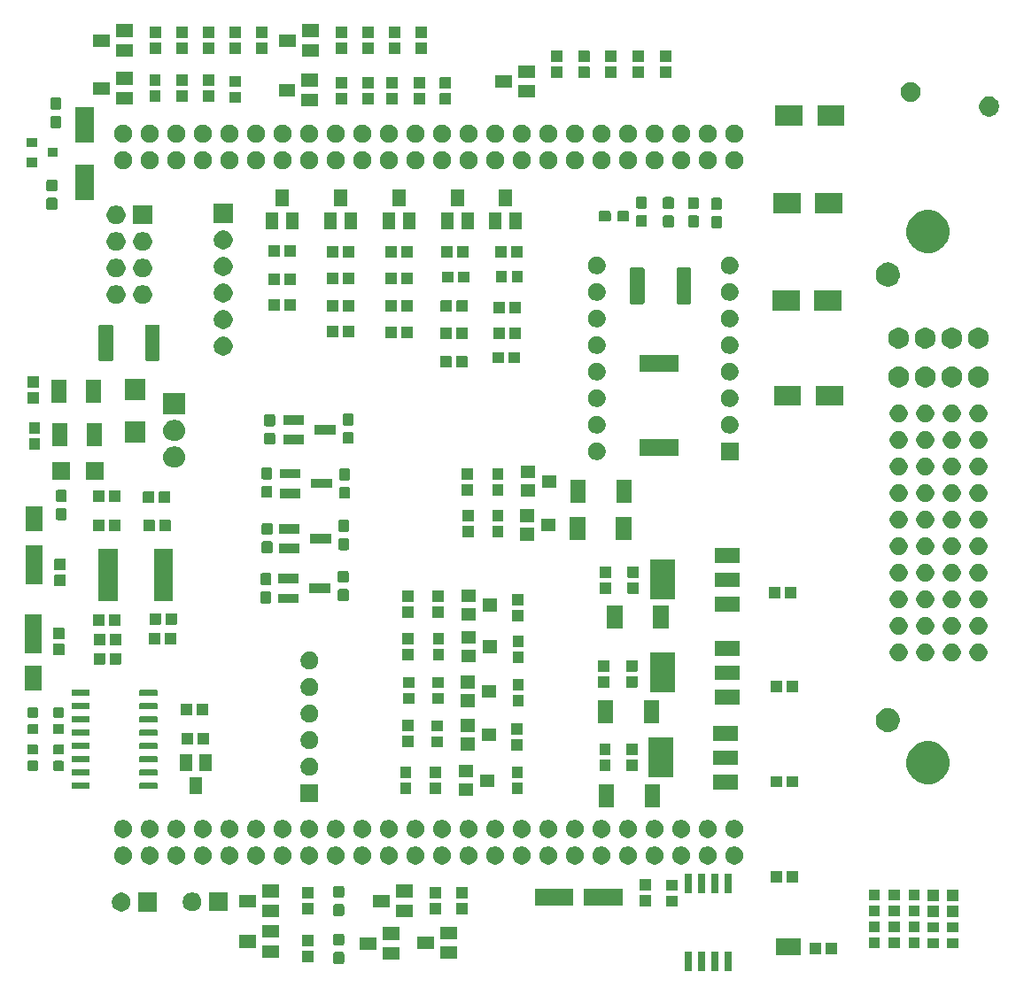
<source format=gts>
G04 #@! TF.GenerationSoftware,KiCad,Pcbnew,5.1.5-52549c5~86~ubuntu18.04.1*
G04 #@! TF.CreationDate,2020-04-08T18:04:34+02:00*
G04 #@! TF.ProjectId,Speeduino_base,53706565-6475-4696-9e6f-5f626173652e,rev?*
G04 #@! TF.SameCoordinates,Original*
G04 #@! TF.FileFunction,Soldermask,Top*
G04 #@! TF.FilePolarity,Negative*
%FSLAX46Y46*%
G04 Gerber Fmt 4.6, Leading zero omitted, Abs format (unit mm)*
G04 Created by KiCad (PCBNEW 5.1.5-52549c5~86~ubuntu18.04.1) date 2020-04-08 18:04:34*
%MOMM*%
%LPD*%
G04 APERTURE LIST*
%ADD10C,0.100000*%
G04 APERTURE END LIST*
D10*
G36*
X183211000Y-108796000D02*
G01*
X182559000Y-108796000D01*
X182559000Y-106944000D01*
X183211000Y-106944000D01*
X183211000Y-108796000D01*
G37*
G36*
X180671000Y-108796000D02*
G01*
X180019000Y-108796000D01*
X180019000Y-106944000D01*
X180671000Y-106944000D01*
X180671000Y-108796000D01*
G37*
G36*
X181941000Y-108796000D02*
G01*
X181289000Y-108796000D01*
X181289000Y-106944000D01*
X181941000Y-106944000D01*
X181941000Y-108796000D01*
G37*
G36*
X179401000Y-108796000D02*
G01*
X178749000Y-108796000D01*
X178749000Y-106944000D01*
X179401000Y-106944000D01*
X179401000Y-108796000D01*
G37*
G36*
X146033499Y-106997445D02*
G01*
X146070995Y-107008820D01*
X146105554Y-107027292D01*
X146135847Y-107052153D01*
X146160708Y-107082446D01*
X146179180Y-107117005D01*
X146190555Y-107154501D01*
X146195000Y-107199638D01*
X146195000Y-107938362D01*
X146190555Y-107983499D01*
X146179180Y-108020995D01*
X146160708Y-108055554D01*
X146135847Y-108085847D01*
X146105554Y-108110708D01*
X146070995Y-108129180D01*
X146033499Y-108140555D01*
X145988362Y-108145000D01*
X145349638Y-108145000D01*
X145304501Y-108140555D01*
X145267005Y-108129180D01*
X145232446Y-108110708D01*
X145202153Y-108085847D01*
X145177292Y-108055554D01*
X145158820Y-108020995D01*
X145147445Y-107983499D01*
X145143000Y-107938362D01*
X145143000Y-107199638D01*
X145147445Y-107154501D01*
X145158820Y-107117005D01*
X145177292Y-107082446D01*
X145202153Y-107052153D01*
X145232446Y-107027292D01*
X145267005Y-107008820D01*
X145304501Y-106997445D01*
X145349638Y-106993000D01*
X145988362Y-106993000D01*
X146033499Y-106997445D01*
G37*
G36*
X143259552Y-106897315D02*
G01*
X143267464Y-106899716D01*
X143274753Y-106903611D01*
X143281144Y-106908856D01*
X143286389Y-106915247D01*
X143290284Y-106922536D01*
X143292685Y-106930448D01*
X143294100Y-106944816D01*
X143294100Y-107939184D01*
X143292685Y-107953552D01*
X143290284Y-107961464D01*
X143286389Y-107968753D01*
X143281144Y-107975144D01*
X143274753Y-107980389D01*
X143267464Y-107984284D01*
X143259552Y-107986685D01*
X143245184Y-107988100D01*
X142250816Y-107988100D01*
X142236448Y-107986685D01*
X142228536Y-107984284D01*
X142221247Y-107980389D01*
X142214856Y-107975144D01*
X142209611Y-107968753D01*
X142205716Y-107961464D01*
X142203315Y-107953552D01*
X142201900Y-107939184D01*
X142201900Y-106944816D01*
X142203315Y-106930448D01*
X142205716Y-106922536D01*
X142209611Y-106915247D01*
X142214856Y-106908856D01*
X142221247Y-106903611D01*
X142228536Y-106899716D01*
X142236448Y-106897315D01*
X142250816Y-106895900D01*
X143245184Y-106895900D01*
X143259552Y-106897315D01*
G37*
G36*
X151507600Y-107723600D02*
G01*
X149904400Y-107723600D01*
X149904400Y-106520400D01*
X151507600Y-106520400D01*
X151507600Y-107723600D01*
G37*
G36*
X157011600Y-107657600D02*
G01*
X155408400Y-107657600D01*
X155408400Y-106454400D01*
X157011600Y-106454400D01*
X157011600Y-107657600D01*
G37*
G36*
X140001600Y-107541600D02*
G01*
X138398400Y-107541600D01*
X138398400Y-106338400D01*
X140001600Y-106338400D01*
X140001600Y-107541600D01*
G37*
G36*
X189831000Y-107331000D02*
G01*
X187429000Y-107331000D01*
X187429000Y-105729000D01*
X189831000Y-105729000D01*
X189831000Y-107331000D01*
G37*
G36*
X191727552Y-106125315D02*
G01*
X191735464Y-106127716D01*
X191742753Y-106131611D01*
X191749144Y-106136856D01*
X191754389Y-106143247D01*
X191758284Y-106150536D01*
X191760685Y-106158448D01*
X191762100Y-106172816D01*
X191762100Y-107167184D01*
X191760685Y-107181552D01*
X191758284Y-107189464D01*
X191754389Y-107196753D01*
X191749144Y-107203144D01*
X191742753Y-107208389D01*
X191735464Y-107212284D01*
X191727552Y-107214685D01*
X191713184Y-107216100D01*
X190718816Y-107216100D01*
X190704448Y-107214685D01*
X190696536Y-107212284D01*
X190689247Y-107208389D01*
X190682856Y-107203144D01*
X190677611Y-107196753D01*
X190673716Y-107189464D01*
X190671315Y-107181552D01*
X190669900Y-107167184D01*
X190669900Y-106172816D01*
X190671315Y-106158448D01*
X190673716Y-106150536D01*
X190677611Y-106143247D01*
X190682856Y-106136856D01*
X190689247Y-106131611D01*
X190696536Y-106127716D01*
X190704448Y-106125315D01*
X190718816Y-106123900D01*
X191713184Y-106123900D01*
X191727552Y-106125315D01*
G37*
G36*
X193251552Y-106125315D02*
G01*
X193259464Y-106127716D01*
X193266753Y-106131611D01*
X193273144Y-106136856D01*
X193278389Y-106143247D01*
X193282284Y-106150536D01*
X193284685Y-106158448D01*
X193286100Y-106172816D01*
X193286100Y-107167184D01*
X193284685Y-107181552D01*
X193282284Y-107189464D01*
X193278389Y-107196753D01*
X193273144Y-107203144D01*
X193266753Y-107208389D01*
X193259464Y-107212284D01*
X193251552Y-107214685D01*
X193237184Y-107216100D01*
X192242816Y-107216100D01*
X192228448Y-107214685D01*
X192220536Y-107212284D01*
X192213247Y-107208389D01*
X192206856Y-107203144D01*
X192201611Y-107196753D01*
X192197716Y-107189464D01*
X192195315Y-107181552D01*
X192193900Y-107167184D01*
X192193900Y-106172816D01*
X192195315Y-106158448D01*
X192197716Y-106150536D01*
X192201611Y-106143247D01*
X192206856Y-106136856D01*
X192213247Y-106131611D01*
X192220536Y-106127716D01*
X192228448Y-106125315D01*
X192242816Y-106123900D01*
X193237184Y-106123900D01*
X193251552Y-106125315D01*
G37*
G36*
X149307600Y-106773600D02*
G01*
X147704400Y-106773600D01*
X147704400Y-105570400D01*
X149307600Y-105570400D01*
X149307600Y-106773600D01*
G37*
G36*
X154811600Y-106707600D02*
G01*
X153208400Y-106707600D01*
X153208400Y-105504400D01*
X154811600Y-105504400D01*
X154811600Y-106707600D01*
G37*
G36*
X204903131Y-105663310D02*
G01*
X204908061Y-105664806D01*
X204912611Y-105667238D01*
X204916594Y-105670506D01*
X204919862Y-105674489D01*
X204922294Y-105679039D01*
X204923790Y-105683969D01*
X204924900Y-105695241D01*
X204924900Y-106594359D01*
X204923790Y-106605631D01*
X204922294Y-106610561D01*
X204919862Y-106615111D01*
X204916594Y-106619094D01*
X204912611Y-106622362D01*
X204908061Y-106624794D01*
X204903131Y-106626290D01*
X204891859Y-106627400D01*
X203865741Y-106627400D01*
X203854469Y-106626290D01*
X203849539Y-106624794D01*
X203844989Y-106622362D01*
X203841006Y-106619094D01*
X203837738Y-106615111D01*
X203835306Y-106610561D01*
X203833810Y-106605631D01*
X203832700Y-106594359D01*
X203832700Y-105695241D01*
X203833810Y-105683969D01*
X203835306Y-105679039D01*
X203837738Y-105674489D01*
X203841006Y-105670506D01*
X203844989Y-105667238D01*
X203849539Y-105664806D01*
X203854469Y-105663310D01*
X203865741Y-105662200D01*
X204891859Y-105662200D01*
X204903131Y-105663310D01*
G37*
G36*
X203023531Y-105663310D02*
G01*
X203028461Y-105664806D01*
X203033011Y-105667238D01*
X203036994Y-105670506D01*
X203040262Y-105674489D01*
X203042694Y-105679039D01*
X203044190Y-105683969D01*
X203045300Y-105695241D01*
X203045300Y-106594359D01*
X203044190Y-106605631D01*
X203042694Y-106610561D01*
X203040262Y-106615111D01*
X203036994Y-106619094D01*
X203033011Y-106622362D01*
X203028461Y-106624794D01*
X203023531Y-106626290D01*
X203012259Y-106627400D01*
X201986141Y-106627400D01*
X201974869Y-106626290D01*
X201969939Y-106624794D01*
X201965389Y-106622362D01*
X201961406Y-106619094D01*
X201958138Y-106615111D01*
X201955706Y-106610561D01*
X201954210Y-106605631D01*
X201953100Y-106594359D01*
X201953100Y-105695241D01*
X201954210Y-105683969D01*
X201955706Y-105679039D01*
X201958138Y-105674489D01*
X201961406Y-105670506D01*
X201965389Y-105667238D01*
X201969939Y-105664806D01*
X201974869Y-105663310D01*
X201986141Y-105662200D01*
X203012259Y-105662200D01*
X203023531Y-105663310D01*
G37*
G36*
X201194731Y-105637910D02*
G01*
X201199661Y-105639406D01*
X201204211Y-105641838D01*
X201208194Y-105645106D01*
X201211462Y-105649089D01*
X201213894Y-105653639D01*
X201215390Y-105658569D01*
X201216500Y-105669841D01*
X201216500Y-106568959D01*
X201215390Y-106580231D01*
X201213894Y-106585161D01*
X201211462Y-106589711D01*
X201208194Y-106593694D01*
X201204211Y-106596962D01*
X201199661Y-106599394D01*
X201194731Y-106600890D01*
X201183459Y-106602000D01*
X200157341Y-106602000D01*
X200146069Y-106600890D01*
X200141139Y-106599394D01*
X200136589Y-106596962D01*
X200132606Y-106593694D01*
X200129338Y-106589711D01*
X200126906Y-106585161D01*
X200125410Y-106580231D01*
X200124300Y-106568959D01*
X200124300Y-105669841D01*
X200125410Y-105658569D01*
X200126906Y-105653639D01*
X200129338Y-105649089D01*
X200132606Y-105645106D01*
X200136589Y-105641838D01*
X200141139Y-105639406D01*
X200146069Y-105637910D01*
X200157341Y-105636800D01*
X201183459Y-105636800D01*
X201194731Y-105637910D01*
G37*
G36*
X197384731Y-105637910D02*
G01*
X197389661Y-105639406D01*
X197394211Y-105641838D01*
X197398194Y-105645106D01*
X197401462Y-105649089D01*
X197403894Y-105653639D01*
X197405390Y-105658569D01*
X197406500Y-105669841D01*
X197406500Y-106568959D01*
X197405390Y-106580231D01*
X197403894Y-106585161D01*
X197401462Y-106589711D01*
X197398194Y-106593694D01*
X197394211Y-106596962D01*
X197389661Y-106599394D01*
X197384731Y-106600890D01*
X197373459Y-106602000D01*
X196347341Y-106602000D01*
X196336069Y-106600890D01*
X196331139Y-106599394D01*
X196326589Y-106596962D01*
X196322606Y-106593694D01*
X196319338Y-106589711D01*
X196316906Y-106585161D01*
X196315410Y-106580231D01*
X196314300Y-106568959D01*
X196314300Y-105669841D01*
X196315410Y-105658569D01*
X196316906Y-105653639D01*
X196319338Y-105649089D01*
X196322606Y-105645106D01*
X196326589Y-105641838D01*
X196331139Y-105639406D01*
X196336069Y-105637910D01*
X196347341Y-105636800D01*
X197373459Y-105636800D01*
X197384731Y-105637910D01*
G37*
G36*
X199289731Y-105637910D02*
G01*
X199294661Y-105639406D01*
X199299211Y-105641838D01*
X199303194Y-105645106D01*
X199306462Y-105649089D01*
X199308894Y-105653639D01*
X199310390Y-105658569D01*
X199311500Y-105669841D01*
X199311500Y-106568959D01*
X199310390Y-106580231D01*
X199308894Y-106585161D01*
X199306462Y-106589711D01*
X199303194Y-106593694D01*
X199299211Y-106596962D01*
X199294661Y-106599394D01*
X199289731Y-106600890D01*
X199278459Y-106602000D01*
X198252341Y-106602000D01*
X198241069Y-106600890D01*
X198236139Y-106599394D01*
X198231589Y-106596962D01*
X198227606Y-106593694D01*
X198224338Y-106589711D01*
X198221906Y-106585161D01*
X198220410Y-106580231D01*
X198219300Y-106568959D01*
X198219300Y-105669841D01*
X198220410Y-105658569D01*
X198221906Y-105653639D01*
X198224338Y-105649089D01*
X198227606Y-105645106D01*
X198231589Y-105641838D01*
X198236139Y-105639406D01*
X198241069Y-105637910D01*
X198252341Y-105636800D01*
X199278459Y-105636800D01*
X199289731Y-105637910D01*
G37*
G36*
X137801600Y-106591600D02*
G01*
X136198400Y-106591600D01*
X136198400Y-105388400D01*
X137801600Y-105388400D01*
X137801600Y-106591600D01*
G37*
G36*
X143259552Y-105373315D02*
G01*
X143267464Y-105375716D01*
X143274753Y-105379611D01*
X143281144Y-105384856D01*
X143286389Y-105391247D01*
X143290284Y-105398536D01*
X143292685Y-105406448D01*
X143294100Y-105420816D01*
X143294100Y-106415184D01*
X143292685Y-106429552D01*
X143290284Y-106437464D01*
X143286389Y-106444753D01*
X143281144Y-106451144D01*
X143274753Y-106456389D01*
X143267464Y-106460284D01*
X143259552Y-106462685D01*
X143245184Y-106464100D01*
X142250816Y-106464100D01*
X142236448Y-106462685D01*
X142228536Y-106460284D01*
X142221247Y-106456389D01*
X142214856Y-106451144D01*
X142209611Y-106444753D01*
X142205716Y-106437464D01*
X142203315Y-106429552D01*
X142201900Y-106415184D01*
X142201900Y-105420816D01*
X142203315Y-105406448D01*
X142205716Y-105398536D01*
X142209611Y-105391247D01*
X142214856Y-105384856D01*
X142221247Y-105379611D01*
X142228536Y-105375716D01*
X142236448Y-105373315D01*
X142250816Y-105371900D01*
X143245184Y-105371900D01*
X143259552Y-105373315D01*
G37*
G36*
X146033499Y-105247445D02*
G01*
X146070995Y-105258820D01*
X146105554Y-105277292D01*
X146135847Y-105302153D01*
X146160708Y-105332446D01*
X146179180Y-105367005D01*
X146190555Y-105404501D01*
X146195000Y-105449638D01*
X146195000Y-106188362D01*
X146190555Y-106233499D01*
X146179180Y-106270995D01*
X146160708Y-106305554D01*
X146135847Y-106335847D01*
X146105554Y-106360708D01*
X146070995Y-106379180D01*
X146033499Y-106390555D01*
X145988362Y-106395000D01*
X145349638Y-106395000D01*
X145304501Y-106390555D01*
X145267005Y-106379180D01*
X145232446Y-106360708D01*
X145202153Y-106335847D01*
X145177292Y-106305554D01*
X145158820Y-106270995D01*
X145147445Y-106233499D01*
X145143000Y-106188362D01*
X145143000Y-105449638D01*
X145147445Y-105404501D01*
X145158820Y-105367005D01*
X145177292Y-105332446D01*
X145202153Y-105302153D01*
X145232446Y-105277292D01*
X145267005Y-105258820D01*
X145304501Y-105247445D01*
X145349638Y-105243000D01*
X145988362Y-105243000D01*
X146033499Y-105247445D01*
G37*
G36*
X151507600Y-105823600D02*
G01*
X149904400Y-105823600D01*
X149904400Y-104620400D01*
X151507600Y-104620400D01*
X151507600Y-105823600D01*
G37*
G36*
X157011600Y-105757600D02*
G01*
X155408400Y-105757600D01*
X155408400Y-104554400D01*
X157011600Y-104554400D01*
X157011600Y-105757600D01*
G37*
G36*
X140001600Y-105641600D02*
G01*
X138398400Y-105641600D01*
X138398400Y-104438400D01*
X140001600Y-104438400D01*
X140001600Y-105641600D01*
G37*
G36*
X203023531Y-104139310D02*
G01*
X203028461Y-104140806D01*
X203033011Y-104143238D01*
X203036994Y-104146506D01*
X203040262Y-104150489D01*
X203042694Y-104155039D01*
X203044190Y-104159969D01*
X203045300Y-104171241D01*
X203045300Y-105070359D01*
X203044190Y-105081631D01*
X203042694Y-105086561D01*
X203040262Y-105091111D01*
X203036994Y-105095094D01*
X203033011Y-105098362D01*
X203028461Y-105100794D01*
X203023531Y-105102290D01*
X203012259Y-105103400D01*
X201986141Y-105103400D01*
X201974869Y-105102290D01*
X201969939Y-105100794D01*
X201965389Y-105098362D01*
X201961406Y-105095094D01*
X201958138Y-105091111D01*
X201955706Y-105086561D01*
X201954210Y-105081631D01*
X201953100Y-105070359D01*
X201953100Y-104171241D01*
X201954210Y-104159969D01*
X201955706Y-104155039D01*
X201958138Y-104150489D01*
X201961406Y-104146506D01*
X201965389Y-104143238D01*
X201969939Y-104140806D01*
X201974869Y-104139310D01*
X201986141Y-104138200D01*
X203012259Y-104138200D01*
X203023531Y-104139310D01*
G37*
G36*
X204903131Y-104139310D02*
G01*
X204908061Y-104140806D01*
X204912611Y-104143238D01*
X204916594Y-104146506D01*
X204919862Y-104150489D01*
X204922294Y-104155039D01*
X204923790Y-104159969D01*
X204924900Y-104171241D01*
X204924900Y-105070359D01*
X204923790Y-105081631D01*
X204922294Y-105086561D01*
X204919862Y-105091111D01*
X204916594Y-105095094D01*
X204912611Y-105098362D01*
X204908061Y-105100794D01*
X204903131Y-105102290D01*
X204891859Y-105103400D01*
X203865741Y-105103400D01*
X203854469Y-105102290D01*
X203849539Y-105100794D01*
X203844989Y-105098362D01*
X203841006Y-105095094D01*
X203837738Y-105091111D01*
X203835306Y-105086561D01*
X203833810Y-105081631D01*
X203832700Y-105070359D01*
X203832700Y-104171241D01*
X203833810Y-104159969D01*
X203835306Y-104155039D01*
X203837738Y-104150489D01*
X203841006Y-104146506D01*
X203844989Y-104143238D01*
X203849539Y-104140806D01*
X203854469Y-104139310D01*
X203865741Y-104138200D01*
X204891859Y-104138200D01*
X204903131Y-104139310D01*
G37*
G36*
X201194731Y-104113910D02*
G01*
X201199661Y-104115406D01*
X201204211Y-104117838D01*
X201208194Y-104121106D01*
X201211462Y-104125089D01*
X201213894Y-104129639D01*
X201215390Y-104134569D01*
X201216500Y-104145841D01*
X201216500Y-105044959D01*
X201215390Y-105056231D01*
X201213894Y-105061161D01*
X201211462Y-105065711D01*
X201208194Y-105069694D01*
X201204211Y-105072962D01*
X201199661Y-105075394D01*
X201194731Y-105076890D01*
X201183459Y-105078000D01*
X200157341Y-105078000D01*
X200146069Y-105076890D01*
X200141139Y-105075394D01*
X200136589Y-105072962D01*
X200132606Y-105069694D01*
X200129338Y-105065711D01*
X200126906Y-105061161D01*
X200125410Y-105056231D01*
X200124300Y-105044959D01*
X200124300Y-104145841D01*
X200125410Y-104134569D01*
X200126906Y-104129639D01*
X200129338Y-104125089D01*
X200132606Y-104121106D01*
X200136589Y-104117838D01*
X200141139Y-104115406D01*
X200146069Y-104113910D01*
X200157341Y-104112800D01*
X201183459Y-104112800D01*
X201194731Y-104113910D01*
G37*
G36*
X199289731Y-104113910D02*
G01*
X199294661Y-104115406D01*
X199299211Y-104117838D01*
X199303194Y-104121106D01*
X199306462Y-104125089D01*
X199308894Y-104129639D01*
X199310390Y-104134569D01*
X199311500Y-104145841D01*
X199311500Y-105044959D01*
X199310390Y-105056231D01*
X199308894Y-105061161D01*
X199306462Y-105065711D01*
X199303194Y-105069694D01*
X199299211Y-105072962D01*
X199294661Y-105075394D01*
X199289731Y-105076890D01*
X199278459Y-105078000D01*
X198252341Y-105078000D01*
X198241069Y-105076890D01*
X198236139Y-105075394D01*
X198231589Y-105072962D01*
X198227606Y-105069694D01*
X198224338Y-105065711D01*
X198221906Y-105061161D01*
X198220410Y-105056231D01*
X198219300Y-105044959D01*
X198219300Y-104145841D01*
X198220410Y-104134569D01*
X198221906Y-104129639D01*
X198224338Y-104125089D01*
X198227606Y-104121106D01*
X198231589Y-104117838D01*
X198236139Y-104115406D01*
X198241069Y-104113910D01*
X198252341Y-104112800D01*
X199278459Y-104112800D01*
X199289731Y-104113910D01*
G37*
G36*
X197384731Y-104113910D02*
G01*
X197389661Y-104115406D01*
X197394211Y-104117838D01*
X197398194Y-104121106D01*
X197401462Y-104125089D01*
X197403894Y-104129639D01*
X197405390Y-104134569D01*
X197406500Y-104145841D01*
X197406500Y-105044959D01*
X197405390Y-105056231D01*
X197403894Y-105061161D01*
X197401462Y-105065711D01*
X197398194Y-105069694D01*
X197394211Y-105072962D01*
X197389661Y-105075394D01*
X197384731Y-105076890D01*
X197373459Y-105078000D01*
X196347341Y-105078000D01*
X196336069Y-105076890D01*
X196331139Y-105075394D01*
X196326589Y-105072962D01*
X196322606Y-105069694D01*
X196319338Y-105065711D01*
X196316906Y-105061161D01*
X196315410Y-105056231D01*
X196314300Y-105044959D01*
X196314300Y-104145841D01*
X196315410Y-104134569D01*
X196316906Y-104129639D01*
X196319338Y-104125089D01*
X196322606Y-104121106D01*
X196326589Y-104117838D01*
X196331139Y-104115406D01*
X196336069Y-104113910D01*
X196347341Y-104112800D01*
X197373459Y-104112800D01*
X197384731Y-104113910D01*
G37*
G36*
X139981600Y-103661600D02*
G01*
X138378400Y-103661600D01*
X138378400Y-102458400D01*
X139981600Y-102458400D01*
X139981600Y-103661600D01*
G37*
G36*
X152777600Y-103659600D02*
G01*
X151174400Y-103659600D01*
X151174400Y-102456400D01*
X152777600Y-102456400D01*
X152777600Y-103659600D01*
G37*
G36*
X203010752Y-102552115D02*
G01*
X203018664Y-102554516D01*
X203025953Y-102558411D01*
X203032344Y-102563656D01*
X203037589Y-102570047D01*
X203041484Y-102577336D01*
X203043885Y-102585248D01*
X203045300Y-102599616D01*
X203045300Y-103593984D01*
X203043885Y-103608352D01*
X203041484Y-103616264D01*
X203037589Y-103623553D01*
X203032344Y-103629944D01*
X203025953Y-103635189D01*
X203018664Y-103639084D01*
X203010752Y-103641485D01*
X202996384Y-103642900D01*
X202002016Y-103642900D01*
X201987648Y-103641485D01*
X201979736Y-103639084D01*
X201972447Y-103635189D01*
X201966056Y-103629944D01*
X201960811Y-103623553D01*
X201956916Y-103616264D01*
X201954515Y-103608352D01*
X201953100Y-103593984D01*
X201953100Y-102599616D01*
X201954515Y-102585248D01*
X201956916Y-102577336D01*
X201960811Y-102570047D01*
X201966056Y-102563656D01*
X201972447Y-102558411D01*
X201979736Y-102554516D01*
X201987648Y-102552115D01*
X202002016Y-102550700D01*
X202996384Y-102550700D01*
X203010752Y-102552115D01*
G37*
G36*
X204890352Y-102552115D02*
G01*
X204898264Y-102554516D01*
X204905553Y-102558411D01*
X204911944Y-102563656D01*
X204917189Y-102570047D01*
X204921084Y-102577336D01*
X204923485Y-102585248D01*
X204924900Y-102599616D01*
X204924900Y-103593984D01*
X204923485Y-103608352D01*
X204921084Y-103616264D01*
X204917189Y-103623553D01*
X204911944Y-103629944D01*
X204905553Y-103635189D01*
X204898264Y-103639084D01*
X204890352Y-103641485D01*
X204875984Y-103642900D01*
X203881616Y-103642900D01*
X203867248Y-103641485D01*
X203859336Y-103639084D01*
X203852047Y-103635189D01*
X203845656Y-103629944D01*
X203840411Y-103623553D01*
X203836516Y-103616264D01*
X203834115Y-103608352D01*
X203832700Y-103593984D01*
X203832700Y-102599616D01*
X203834115Y-102585248D01*
X203836516Y-102577336D01*
X203840411Y-102570047D01*
X203845656Y-102563656D01*
X203852047Y-102558411D01*
X203859336Y-102554516D01*
X203867248Y-102552115D01*
X203881616Y-102550700D01*
X204875984Y-102550700D01*
X204890352Y-102552115D01*
G37*
G36*
X199276952Y-102526715D02*
G01*
X199284864Y-102529116D01*
X199292153Y-102533011D01*
X199298544Y-102538256D01*
X199303789Y-102544647D01*
X199307684Y-102551936D01*
X199310085Y-102559848D01*
X199311500Y-102574216D01*
X199311500Y-103568584D01*
X199310085Y-103582952D01*
X199307684Y-103590864D01*
X199303789Y-103598153D01*
X199298544Y-103604544D01*
X199292153Y-103609789D01*
X199284864Y-103613684D01*
X199276952Y-103616085D01*
X199262584Y-103617500D01*
X198268216Y-103617500D01*
X198253848Y-103616085D01*
X198245936Y-103613684D01*
X198238647Y-103609789D01*
X198232256Y-103604544D01*
X198227011Y-103598153D01*
X198223116Y-103590864D01*
X198220715Y-103582952D01*
X198219300Y-103568584D01*
X198219300Y-102574216D01*
X198220715Y-102559848D01*
X198223116Y-102551936D01*
X198227011Y-102544647D01*
X198232256Y-102538256D01*
X198238647Y-102533011D01*
X198245936Y-102529116D01*
X198253848Y-102526715D01*
X198268216Y-102525300D01*
X199262584Y-102525300D01*
X199276952Y-102526715D01*
G37*
G36*
X201181952Y-102526715D02*
G01*
X201189864Y-102529116D01*
X201197153Y-102533011D01*
X201203544Y-102538256D01*
X201208789Y-102544647D01*
X201212684Y-102551936D01*
X201215085Y-102559848D01*
X201216500Y-102574216D01*
X201216500Y-103568584D01*
X201215085Y-103582952D01*
X201212684Y-103590864D01*
X201208789Y-103598153D01*
X201203544Y-103604544D01*
X201197153Y-103609789D01*
X201189864Y-103613684D01*
X201181952Y-103616085D01*
X201167584Y-103617500D01*
X200173216Y-103617500D01*
X200158848Y-103616085D01*
X200150936Y-103613684D01*
X200143647Y-103609789D01*
X200137256Y-103604544D01*
X200132011Y-103598153D01*
X200128116Y-103590864D01*
X200125715Y-103582952D01*
X200124300Y-103568584D01*
X200124300Y-102574216D01*
X200125715Y-102559848D01*
X200128116Y-102551936D01*
X200132011Y-102544647D01*
X200137256Y-102538256D01*
X200143647Y-102533011D01*
X200150936Y-102529116D01*
X200158848Y-102526715D01*
X200173216Y-102525300D01*
X201167584Y-102525300D01*
X201181952Y-102526715D01*
G37*
G36*
X197371952Y-102526715D02*
G01*
X197379864Y-102529116D01*
X197387153Y-102533011D01*
X197393544Y-102538256D01*
X197398789Y-102544647D01*
X197402684Y-102551936D01*
X197405085Y-102559848D01*
X197406500Y-102574216D01*
X197406500Y-103568584D01*
X197405085Y-103582952D01*
X197402684Y-103590864D01*
X197398789Y-103598153D01*
X197393544Y-103604544D01*
X197387153Y-103609789D01*
X197379864Y-103613684D01*
X197371952Y-103616085D01*
X197357584Y-103617500D01*
X196363216Y-103617500D01*
X196348848Y-103616085D01*
X196340936Y-103613684D01*
X196333647Y-103609789D01*
X196327256Y-103604544D01*
X196322011Y-103598153D01*
X196318116Y-103590864D01*
X196315715Y-103582952D01*
X196314300Y-103568584D01*
X196314300Y-102574216D01*
X196315715Y-102559848D01*
X196318116Y-102551936D01*
X196322011Y-102544647D01*
X196327256Y-102538256D01*
X196333647Y-102533011D01*
X196340936Y-102529116D01*
X196348848Y-102526715D01*
X196363216Y-102525300D01*
X197357584Y-102525300D01*
X197371952Y-102526715D01*
G37*
G36*
X146033499Y-102411445D02*
G01*
X146070995Y-102422820D01*
X146105554Y-102441292D01*
X146135847Y-102466153D01*
X146160708Y-102496446D01*
X146179180Y-102531005D01*
X146190555Y-102568501D01*
X146195000Y-102613638D01*
X146195000Y-103352362D01*
X146190555Y-103397499D01*
X146179180Y-103434995D01*
X146160708Y-103469554D01*
X146135847Y-103499847D01*
X146105554Y-103524708D01*
X146070995Y-103543180D01*
X146033499Y-103554555D01*
X145988362Y-103559000D01*
X145349638Y-103559000D01*
X145304501Y-103554555D01*
X145267005Y-103543180D01*
X145232446Y-103524708D01*
X145202153Y-103499847D01*
X145177292Y-103469554D01*
X145158820Y-103434995D01*
X145147445Y-103397499D01*
X145143000Y-103352362D01*
X145143000Y-102613638D01*
X145147445Y-102568501D01*
X145158820Y-102531005D01*
X145177292Y-102496446D01*
X145202153Y-102466153D01*
X145232446Y-102441292D01*
X145267005Y-102422820D01*
X145304501Y-102411445D01*
X145349638Y-102407000D01*
X145988362Y-102407000D01*
X146033499Y-102411445D01*
G37*
G36*
X155451552Y-102325315D02*
G01*
X155459464Y-102327716D01*
X155466753Y-102331611D01*
X155473144Y-102336856D01*
X155478389Y-102343247D01*
X155482284Y-102350536D01*
X155484685Y-102358448D01*
X155486100Y-102372816D01*
X155486100Y-103367184D01*
X155484685Y-103381552D01*
X155482284Y-103389464D01*
X155478389Y-103396753D01*
X155473144Y-103403144D01*
X155466753Y-103408389D01*
X155459464Y-103412284D01*
X155451552Y-103414685D01*
X155437184Y-103416100D01*
X154442816Y-103416100D01*
X154428448Y-103414685D01*
X154420536Y-103412284D01*
X154413247Y-103408389D01*
X154406856Y-103403144D01*
X154401611Y-103396753D01*
X154397716Y-103389464D01*
X154395315Y-103381552D01*
X154393900Y-103367184D01*
X154393900Y-102372816D01*
X154395315Y-102358448D01*
X154397716Y-102350536D01*
X154401611Y-102343247D01*
X154406856Y-102336856D01*
X154413247Y-102331611D01*
X154420536Y-102327716D01*
X154428448Y-102325315D01*
X154442816Y-102323900D01*
X155437184Y-102323900D01*
X155451552Y-102325315D01*
G37*
G36*
X157991552Y-102325315D02*
G01*
X157999464Y-102327716D01*
X158006753Y-102331611D01*
X158013144Y-102336856D01*
X158018389Y-102343247D01*
X158022284Y-102350536D01*
X158024685Y-102358448D01*
X158026100Y-102372816D01*
X158026100Y-103367184D01*
X158024685Y-103381552D01*
X158022284Y-103389464D01*
X158018389Y-103396753D01*
X158013144Y-103403144D01*
X158006753Y-103408389D01*
X157999464Y-103412284D01*
X157991552Y-103414685D01*
X157977184Y-103416100D01*
X156982816Y-103416100D01*
X156968448Y-103414685D01*
X156960536Y-103412284D01*
X156953247Y-103408389D01*
X156946856Y-103403144D01*
X156941611Y-103396753D01*
X156937716Y-103389464D01*
X156935315Y-103381552D01*
X156933900Y-103367184D01*
X156933900Y-102372816D01*
X156935315Y-102358448D01*
X156937716Y-102350536D01*
X156941611Y-102343247D01*
X156946856Y-102336856D01*
X156953247Y-102331611D01*
X156960536Y-102327716D01*
X156968448Y-102325315D01*
X156982816Y-102323900D01*
X157977184Y-102323900D01*
X157991552Y-102325315D01*
G37*
G36*
X143259552Y-102325315D02*
G01*
X143267464Y-102327716D01*
X143274753Y-102331611D01*
X143281144Y-102336856D01*
X143286389Y-102343247D01*
X143290284Y-102350536D01*
X143292685Y-102358448D01*
X143294100Y-102372816D01*
X143294100Y-103367184D01*
X143292685Y-103381552D01*
X143290284Y-103389464D01*
X143286389Y-103396753D01*
X143281144Y-103403144D01*
X143274753Y-103408389D01*
X143267464Y-103412284D01*
X143259552Y-103414685D01*
X143245184Y-103416100D01*
X142250816Y-103416100D01*
X142236448Y-103414685D01*
X142228536Y-103412284D01*
X142221247Y-103408389D01*
X142214856Y-103403144D01*
X142209611Y-103396753D01*
X142205716Y-103389464D01*
X142203315Y-103381552D01*
X142201900Y-103367184D01*
X142201900Y-102372816D01*
X142203315Y-102358448D01*
X142205716Y-102350536D01*
X142209611Y-102343247D01*
X142214856Y-102336856D01*
X142221247Y-102331611D01*
X142228536Y-102327716D01*
X142236448Y-102325315D01*
X142250816Y-102323900D01*
X143245184Y-102323900D01*
X143259552Y-102325315D01*
G37*
G36*
X128326000Y-103126000D02*
G01*
X126524000Y-103126000D01*
X126524000Y-101324000D01*
X128326000Y-101324000D01*
X128326000Y-103126000D01*
G37*
G36*
X124998512Y-101328927D02*
G01*
X125147812Y-101358624D01*
X125311784Y-101426544D01*
X125459354Y-101525147D01*
X125584853Y-101650646D01*
X125683456Y-101798216D01*
X125751376Y-101962188D01*
X125786000Y-102136259D01*
X125786000Y-102313741D01*
X125751376Y-102487812D01*
X125683456Y-102651784D01*
X125584853Y-102799354D01*
X125459354Y-102924853D01*
X125311784Y-103023456D01*
X125147812Y-103091376D01*
X124998512Y-103121073D01*
X124973742Y-103126000D01*
X124796258Y-103126000D01*
X124771488Y-103121073D01*
X124622188Y-103091376D01*
X124458216Y-103023456D01*
X124310646Y-102924853D01*
X124185147Y-102799354D01*
X124086544Y-102651784D01*
X124018624Y-102487812D01*
X123984000Y-102313741D01*
X123984000Y-102136259D01*
X124018624Y-101962188D01*
X124086544Y-101798216D01*
X124185147Y-101650646D01*
X124310646Y-101525147D01*
X124458216Y-101426544D01*
X124622188Y-101358624D01*
X124771488Y-101328927D01*
X124796258Y-101324000D01*
X124973742Y-101324000D01*
X124998512Y-101328927D01*
G37*
G36*
X135091000Y-103101000D02*
G01*
X133289000Y-103101000D01*
X133289000Y-101299000D01*
X135091000Y-101299000D01*
X135091000Y-103101000D01*
G37*
G36*
X131763512Y-101303927D02*
G01*
X131912812Y-101333624D01*
X132076784Y-101401544D01*
X132224354Y-101500147D01*
X132349853Y-101625646D01*
X132448456Y-101773216D01*
X132516376Y-101937188D01*
X132551000Y-102111259D01*
X132551000Y-102288741D01*
X132516376Y-102462812D01*
X132448456Y-102626784D01*
X132349853Y-102774354D01*
X132224354Y-102899853D01*
X132076784Y-102998456D01*
X131912812Y-103066376D01*
X131763512Y-103096073D01*
X131738742Y-103101000D01*
X131561258Y-103101000D01*
X131536488Y-103096073D01*
X131387188Y-103066376D01*
X131223216Y-102998456D01*
X131075646Y-102899853D01*
X130950147Y-102774354D01*
X130851544Y-102626784D01*
X130783624Y-102462812D01*
X130749000Y-102288741D01*
X130749000Y-102111259D01*
X130783624Y-101937188D01*
X130851544Y-101773216D01*
X130950147Y-101625646D01*
X131075646Y-101500147D01*
X131223216Y-101401544D01*
X131387188Y-101333624D01*
X131536488Y-101303927D01*
X131561258Y-101299000D01*
X131738742Y-101299000D01*
X131763512Y-101303927D01*
G37*
G36*
X137781600Y-102711600D02*
G01*
X136178400Y-102711600D01*
X136178400Y-101508400D01*
X137781600Y-101508400D01*
X137781600Y-102711600D01*
G37*
G36*
X150577600Y-102709600D02*
G01*
X148974400Y-102709600D01*
X148974400Y-101506400D01*
X150577600Y-101506400D01*
X150577600Y-102709600D01*
G37*
G36*
X178001552Y-101595315D02*
G01*
X178009464Y-101597716D01*
X178016753Y-101601611D01*
X178023144Y-101606856D01*
X178028389Y-101613247D01*
X178032284Y-101620536D01*
X178034685Y-101628448D01*
X178036100Y-101642816D01*
X178036100Y-102637184D01*
X178034685Y-102651552D01*
X178032284Y-102659464D01*
X178028389Y-102666753D01*
X178023144Y-102673144D01*
X178016753Y-102678389D01*
X178009464Y-102682284D01*
X178001552Y-102684685D01*
X177987184Y-102686100D01*
X176992816Y-102686100D01*
X176978448Y-102684685D01*
X176970536Y-102682284D01*
X176963247Y-102678389D01*
X176956856Y-102673144D01*
X176951611Y-102666753D01*
X176947716Y-102659464D01*
X176945315Y-102651552D01*
X176943900Y-102637184D01*
X176943900Y-101642816D01*
X176945315Y-101628448D01*
X176947716Y-101620536D01*
X176951611Y-101613247D01*
X176956856Y-101606856D01*
X176963247Y-101601611D01*
X176970536Y-101597716D01*
X176978448Y-101595315D01*
X176992816Y-101593900D01*
X177987184Y-101593900D01*
X178001552Y-101595315D01*
G37*
G36*
X175491552Y-101555315D02*
G01*
X175499464Y-101557716D01*
X175506753Y-101561611D01*
X175513144Y-101566856D01*
X175518389Y-101573247D01*
X175522284Y-101580536D01*
X175524685Y-101588448D01*
X175526100Y-101602816D01*
X175526100Y-102597184D01*
X175524685Y-102611552D01*
X175522284Y-102619464D01*
X175518389Y-102626753D01*
X175513144Y-102633144D01*
X175506753Y-102638389D01*
X175499464Y-102642284D01*
X175491552Y-102644685D01*
X175477184Y-102646100D01*
X174482816Y-102646100D01*
X174468448Y-102644685D01*
X174460536Y-102642284D01*
X174453247Y-102638389D01*
X174446856Y-102633144D01*
X174441611Y-102626753D01*
X174437716Y-102619464D01*
X174435315Y-102611552D01*
X174433900Y-102597184D01*
X174433900Y-101602816D01*
X174435315Y-101588448D01*
X174437716Y-101580536D01*
X174441611Y-101573247D01*
X174446856Y-101566856D01*
X174453247Y-101561611D01*
X174460536Y-101557716D01*
X174468448Y-101555315D01*
X174482816Y-101553900D01*
X175477184Y-101553900D01*
X175491552Y-101555315D01*
G37*
G36*
X172831000Y-102581000D02*
G01*
X169129000Y-102581000D01*
X169129000Y-100979000D01*
X172831000Y-100979000D01*
X172831000Y-102581000D01*
G37*
G36*
X168111000Y-102541000D02*
G01*
X164409000Y-102541000D01*
X164409000Y-100939000D01*
X168111000Y-100939000D01*
X168111000Y-102541000D01*
G37*
G36*
X204890352Y-101028115D02*
G01*
X204898264Y-101030516D01*
X204905553Y-101034411D01*
X204911944Y-101039656D01*
X204917189Y-101046047D01*
X204921084Y-101053336D01*
X204923485Y-101061248D01*
X204924900Y-101075616D01*
X204924900Y-102069984D01*
X204923485Y-102084352D01*
X204921084Y-102092264D01*
X204917189Y-102099553D01*
X204911944Y-102105944D01*
X204905553Y-102111189D01*
X204898264Y-102115084D01*
X204890352Y-102117485D01*
X204875984Y-102118900D01*
X203881616Y-102118900D01*
X203867248Y-102117485D01*
X203859336Y-102115084D01*
X203852047Y-102111189D01*
X203845656Y-102105944D01*
X203840411Y-102099553D01*
X203836516Y-102092264D01*
X203834115Y-102084352D01*
X203832700Y-102069984D01*
X203832700Y-101075616D01*
X203834115Y-101061248D01*
X203836516Y-101053336D01*
X203840411Y-101046047D01*
X203845656Y-101039656D01*
X203852047Y-101034411D01*
X203859336Y-101030516D01*
X203867248Y-101028115D01*
X203881616Y-101026700D01*
X204875984Y-101026700D01*
X204890352Y-101028115D01*
G37*
G36*
X203010752Y-101028115D02*
G01*
X203018664Y-101030516D01*
X203025953Y-101034411D01*
X203032344Y-101039656D01*
X203037589Y-101046047D01*
X203041484Y-101053336D01*
X203043885Y-101061248D01*
X203045300Y-101075616D01*
X203045300Y-102069984D01*
X203043885Y-102084352D01*
X203041484Y-102092264D01*
X203037589Y-102099553D01*
X203032344Y-102105944D01*
X203025953Y-102111189D01*
X203018664Y-102115084D01*
X203010752Y-102117485D01*
X202996384Y-102118900D01*
X202002016Y-102118900D01*
X201987648Y-102117485D01*
X201979736Y-102115084D01*
X201972447Y-102111189D01*
X201966056Y-102105944D01*
X201960811Y-102099553D01*
X201956916Y-102092264D01*
X201954515Y-102084352D01*
X201953100Y-102069984D01*
X201953100Y-101075616D01*
X201954515Y-101061248D01*
X201956916Y-101053336D01*
X201960811Y-101046047D01*
X201966056Y-101039656D01*
X201972447Y-101034411D01*
X201979736Y-101030516D01*
X201987648Y-101028115D01*
X202002016Y-101026700D01*
X202996384Y-101026700D01*
X203010752Y-101028115D01*
G37*
G36*
X197371952Y-101002715D02*
G01*
X197379864Y-101005116D01*
X197387153Y-101009011D01*
X197393544Y-101014256D01*
X197398789Y-101020647D01*
X197402684Y-101027936D01*
X197405085Y-101035848D01*
X197406500Y-101050216D01*
X197406500Y-102044584D01*
X197405085Y-102058952D01*
X197402684Y-102066864D01*
X197398789Y-102074153D01*
X197393544Y-102080544D01*
X197387153Y-102085789D01*
X197379864Y-102089684D01*
X197371952Y-102092085D01*
X197357584Y-102093500D01*
X196363216Y-102093500D01*
X196348848Y-102092085D01*
X196340936Y-102089684D01*
X196333647Y-102085789D01*
X196327256Y-102080544D01*
X196322011Y-102074153D01*
X196318116Y-102066864D01*
X196315715Y-102058952D01*
X196314300Y-102044584D01*
X196314300Y-101050216D01*
X196315715Y-101035848D01*
X196318116Y-101027936D01*
X196322011Y-101020647D01*
X196327256Y-101014256D01*
X196333647Y-101009011D01*
X196340936Y-101005116D01*
X196348848Y-101002715D01*
X196363216Y-101001300D01*
X197357584Y-101001300D01*
X197371952Y-101002715D01*
G37*
G36*
X199276952Y-101002715D02*
G01*
X199284864Y-101005116D01*
X199292153Y-101009011D01*
X199298544Y-101014256D01*
X199303789Y-101020647D01*
X199307684Y-101027936D01*
X199310085Y-101035848D01*
X199311500Y-101050216D01*
X199311500Y-102044584D01*
X199310085Y-102058952D01*
X199307684Y-102066864D01*
X199303789Y-102074153D01*
X199298544Y-102080544D01*
X199292153Y-102085789D01*
X199284864Y-102089684D01*
X199276952Y-102092085D01*
X199262584Y-102093500D01*
X198268216Y-102093500D01*
X198253848Y-102092085D01*
X198245936Y-102089684D01*
X198238647Y-102085789D01*
X198232256Y-102080544D01*
X198227011Y-102074153D01*
X198223116Y-102066864D01*
X198220715Y-102058952D01*
X198219300Y-102044584D01*
X198219300Y-101050216D01*
X198220715Y-101035848D01*
X198223116Y-101027936D01*
X198227011Y-101020647D01*
X198232256Y-101014256D01*
X198238647Y-101009011D01*
X198245936Y-101005116D01*
X198253848Y-101002715D01*
X198268216Y-101001300D01*
X199262584Y-101001300D01*
X199276952Y-101002715D01*
G37*
G36*
X201181952Y-101002715D02*
G01*
X201189864Y-101005116D01*
X201197153Y-101009011D01*
X201203544Y-101014256D01*
X201208789Y-101020647D01*
X201212684Y-101027936D01*
X201215085Y-101035848D01*
X201216500Y-101050216D01*
X201216500Y-102044584D01*
X201215085Y-102058952D01*
X201212684Y-102066864D01*
X201208789Y-102074153D01*
X201203544Y-102080544D01*
X201197153Y-102085789D01*
X201189864Y-102089684D01*
X201181952Y-102092085D01*
X201167584Y-102093500D01*
X200173216Y-102093500D01*
X200158848Y-102092085D01*
X200150936Y-102089684D01*
X200143647Y-102085789D01*
X200137256Y-102080544D01*
X200132011Y-102074153D01*
X200128116Y-102066864D01*
X200125715Y-102058952D01*
X200124300Y-102044584D01*
X200124300Y-101050216D01*
X200125715Y-101035848D01*
X200128116Y-101027936D01*
X200132011Y-101020647D01*
X200137256Y-101014256D01*
X200143647Y-101009011D01*
X200150936Y-101005116D01*
X200158848Y-101002715D01*
X200173216Y-101001300D01*
X201167584Y-101001300D01*
X201181952Y-101002715D01*
G37*
G36*
X155451552Y-100801315D02*
G01*
X155459464Y-100803716D01*
X155466753Y-100807611D01*
X155473144Y-100812856D01*
X155478389Y-100819247D01*
X155482284Y-100826536D01*
X155484685Y-100834448D01*
X155486100Y-100848816D01*
X155486100Y-101843184D01*
X155484685Y-101857552D01*
X155482284Y-101865464D01*
X155478389Y-101872753D01*
X155473144Y-101879144D01*
X155466753Y-101884389D01*
X155459464Y-101888284D01*
X155451552Y-101890685D01*
X155437184Y-101892100D01*
X154442816Y-101892100D01*
X154428448Y-101890685D01*
X154420536Y-101888284D01*
X154413247Y-101884389D01*
X154406856Y-101879144D01*
X154401611Y-101872753D01*
X154397716Y-101865464D01*
X154395315Y-101857552D01*
X154393900Y-101843184D01*
X154393900Y-100848816D01*
X154395315Y-100834448D01*
X154397716Y-100826536D01*
X154401611Y-100819247D01*
X154406856Y-100812856D01*
X154413247Y-100807611D01*
X154420536Y-100803716D01*
X154428448Y-100801315D01*
X154442816Y-100799900D01*
X155437184Y-100799900D01*
X155451552Y-100801315D01*
G37*
G36*
X143259552Y-100801315D02*
G01*
X143267464Y-100803716D01*
X143274753Y-100807611D01*
X143281144Y-100812856D01*
X143286389Y-100819247D01*
X143290284Y-100826536D01*
X143292685Y-100834448D01*
X143294100Y-100848816D01*
X143294100Y-101843184D01*
X143292685Y-101857552D01*
X143290284Y-101865464D01*
X143286389Y-101872753D01*
X143281144Y-101879144D01*
X143274753Y-101884389D01*
X143267464Y-101888284D01*
X143259552Y-101890685D01*
X143245184Y-101892100D01*
X142250816Y-101892100D01*
X142236448Y-101890685D01*
X142228536Y-101888284D01*
X142221247Y-101884389D01*
X142214856Y-101879144D01*
X142209611Y-101872753D01*
X142205716Y-101865464D01*
X142203315Y-101857552D01*
X142201900Y-101843184D01*
X142201900Y-100848816D01*
X142203315Y-100834448D01*
X142205716Y-100826536D01*
X142209611Y-100819247D01*
X142214856Y-100812856D01*
X142221247Y-100807611D01*
X142228536Y-100803716D01*
X142236448Y-100801315D01*
X142250816Y-100799900D01*
X143245184Y-100799900D01*
X143259552Y-100801315D01*
G37*
G36*
X157991552Y-100801315D02*
G01*
X157999464Y-100803716D01*
X158006753Y-100807611D01*
X158013144Y-100812856D01*
X158018389Y-100819247D01*
X158022284Y-100826536D01*
X158024685Y-100834448D01*
X158026100Y-100848816D01*
X158026100Y-101843184D01*
X158024685Y-101857552D01*
X158022284Y-101865464D01*
X158018389Y-101872753D01*
X158013144Y-101879144D01*
X158006753Y-101884389D01*
X157999464Y-101888284D01*
X157991552Y-101890685D01*
X157977184Y-101892100D01*
X156982816Y-101892100D01*
X156968448Y-101890685D01*
X156960536Y-101888284D01*
X156953247Y-101884389D01*
X156946856Y-101879144D01*
X156941611Y-101872753D01*
X156937716Y-101865464D01*
X156935315Y-101857552D01*
X156933900Y-101843184D01*
X156933900Y-100848816D01*
X156935315Y-100834448D01*
X156937716Y-100826536D01*
X156941611Y-100819247D01*
X156946856Y-100812856D01*
X156953247Y-100807611D01*
X156960536Y-100803716D01*
X156968448Y-100801315D01*
X156982816Y-100799900D01*
X157977184Y-100799900D01*
X157991552Y-100801315D01*
G37*
G36*
X146033499Y-100661445D02*
G01*
X146070995Y-100672820D01*
X146105554Y-100691292D01*
X146135847Y-100716153D01*
X146160708Y-100746446D01*
X146179180Y-100781005D01*
X146190555Y-100818501D01*
X146195000Y-100863638D01*
X146195000Y-101602362D01*
X146190555Y-101647499D01*
X146179180Y-101684995D01*
X146160708Y-101719554D01*
X146135847Y-101749847D01*
X146105554Y-101774708D01*
X146070995Y-101793180D01*
X146033499Y-101804555D01*
X145988362Y-101809000D01*
X145349638Y-101809000D01*
X145304501Y-101804555D01*
X145267005Y-101793180D01*
X145232446Y-101774708D01*
X145202153Y-101749847D01*
X145177292Y-101719554D01*
X145158820Y-101684995D01*
X145147445Y-101647499D01*
X145143000Y-101602362D01*
X145143000Y-100863638D01*
X145147445Y-100818501D01*
X145158820Y-100781005D01*
X145177292Y-100746446D01*
X145202153Y-100716153D01*
X145232446Y-100691292D01*
X145267005Y-100672820D01*
X145304501Y-100661445D01*
X145349638Y-100657000D01*
X145988362Y-100657000D01*
X146033499Y-100661445D01*
G37*
G36*
X139981600Y-101761600D02*
G01*
X138378400Y-101761600D01*
X138378400Y-100558400D01*
X139981600Y-100558400D01*
X139981600Y-101761600D01*
G37*
G36*
X152777600Y-101759600D02*
G01*
X151174400Y-101759600D01*
X151174400Y-100556400D01*
X152777600Y-100556400D01*
X152777600Y-101759600D01*
G37*
G36*
X181941000Y-101396000D02*
G01*
X181289000Y-101396000D01*
X181289000Y-99544000D01*
X181941000Y-99544000D01*
X181941000Y-101396000D01*
G37*
G36*
X179401000Y-101396000D02*
G01*
X178749000Y-101396000D01*
X178749000Y-99544000D01*
X179401000Y-99544000D01*
X179401000Y-101396000D01*
G37*
G36*
X183211000Y-101396000D02*
G01*
X182559000Y-101396000D01*
X182559000Y-99544000D01*
X183211000Y-99544000D01*
X183211000Y-101396000D01*
G37*
G36*
X180671000Y-101396000D02*
G01*
X180019000Y-101396000D01*
X180019000Y-99544000D01*
X180671000Y-99544000D01*
X180671000Y-101396000D01*
G37*
G36*
X178001552Y-100071315D02*
G01*
X178009464Y-100073716D01*
X178016753Y-100077611D01*
X178023144Y-100082856D01*
X178028389Y-100089247D01*
X178032284Y-100096536D01*
X178034685Y-100104448D01*
X178036100Y-100118816D01*
X178036100Y-101113184D01*
X178034685Y-101127552D01*
X178032284Y-101135464D01*
X178028389Y-101142753D01*
X178023144Y-101149144D01*
X178016753Y-101154389D01*
X178009464Y-101158284D01*
X178001552Y-101160685D01*
X177987184Y-101162100D01*
X176992816Y-101162100D01*
X176978448Y-101160685D01*
X176970536Y-101158284D01*
X176963247Y-101154389D01*
X176956856Y-101149144D01*
X176951611Y-101142753D01*
X176947716Y-101135464D01*
X176945315Y-101127552D01*
X176943900Y-101113184D01*
X176943900Y-100118816D01*
X176945315Y-100104448D01*
X176947716Y-100096536D01*
X176951611Y-100089247D01*
X176956856Y-100082856D01*
X176963247Y-100077611D01*
X176970536Y-100073716D01*
X176978448Y-100071315D01*
X176992816Y-100069900D01*
X177987184Y-100069900D01*
X178001552Y-100071315D01*
G37*
G36*
X175491552Y-100031315D02*
G01*
X175499464Y-100033716D01*
X175506753Y-100037611D01*
X175513144Y-100042856D01*
X175518389Y-100049247D01*
X175522284Y-100056536D01*
X175524685Y-100064448D01*
X175526100Y-100078816D01*
X175526100Y-101073184D01*
X175524685Y-101087552D01*
X175522284Y-101095464D01*
X175518389Y-101102753D01*
X175513144Y-101109144D01*
X175506753Y-101114389D01*
X175499464Y-101118284D01*
X175491552Y-101120685D01*
X175477184Y-101122100D01*
X174482816Y-101122100D01*
X174468448Y-101120685D01*
X174460536Y-101118284D01*
X174453247Y-101114389D01*
X174446856Y-101109144D01*
X174441611Y-101102753D01*
X174437716Y-101095464D01*
X174435315Y-101087552D01*
X174433900Y-101073184D01*
X174433900Y-100078816D01*
X174435315Y-100064448D01*
X174437716Y-100056536D01*
X174441611Y-100049247D01*
X174446856Y-100042856D01*
X174453247Y-100037611D01*
X174460536Y-100033716D01*
X174468448Y-100031315D01*
X174482816Y-100029900D01*
X175477184Y-100029900D01*
X175491552Y-100031315D01*
G37*
G36*
X188009552Y-99255315D02*
G01*
X188017464Y-99257716D01*
X188024753Y-99261611D01*
X188031144Y-99266856D01*
X188036389Y-99273247D01*
X188040284Y-99280536D01*
X188042685Y-99288448D01*
X188044100Y-99302816D01*
X188044100Y-100297184D01*
X188042685Y-100311552D01*
X188040284Y-100319464D01*
X188036389Y-100326753D01*
X188031144Y-100333144D01*
X188024753Y-100338389D01*
X188017464Y-100342284D01*
X188009552Y-100344685D01*
X187995184Y-100346100D01*
X187000816Y-100346100D01*
X186986448Y-100344685D01*
X186978536Y-100342284D01*
X186971247Y-100338389D01*
X186964856Y-100333144D01*
X186959611Y-100326753D01*
X186955716Y-100319464D01*
X186953315Y-100311552D01*
X186951900Y-100297184D01*
X186951900Y-99302816D01*
X186953315Y-99288448D01*
X186955716Y-99280536D01*
X186959611Y-99273247D01*
X186964856Y-99266856D01*
X186971247Y-99261611D01*
X186978536Y-99257716D01*
X186986448Y-99255315D01*
X187000816Y-99253900D01*
X187995184Y-99253900D01*
X188009552Y-99255315D01*
G37*
G36*
X189533552Y-99255315D02*
G01*
X189541464Y-99257716D01*
X189548753Y-99261611D01*
X189555144Y-99266856D01*
X189560389Y-99273247D01*
X189564284Y-99280536D01*
X189566685Y-99288448D01*
X189568100Y-99302816D01*
X189568100Y-100297184D01*
X189566685Y-100311552D01*
X189564284Y-100319464D01*
X189560389Y-100326753D01*
X189555144Y-100333144D01*
X189548753Y-100338389D01*
X189541464Y-100342284D01*
X189533552Y-100344685D01*
X189519184Y-100346100D01*
X188524816Y-100346100D01*
X188510448Y-100344685D01*
X188502536Y-100342284D01*
X188495247Y-100338389D01*
X188488856Y-100333144D01*
X188483611Y-100326753D01*
X188479716Y-100319464D01*
X188477315Y-100311552D01*
X188475900Y-100297184D01*
X188475900Y-99302816D01*
X188477315Y-99288448D01*
X188479716Y-99280536D01*
X188483611Y-99273247D01*
X188488856Y-99266856D01*
X188495247Y-99261611D01*
X188502536Y-99257716D01*
X188510448Y-99255315D01*
X188524816Y-99253900D01*
X189519184Y-99253900D01*
X189533552Y-99255315D01*
G37*
G36*
X171031903Y-96939587D02*
G01*
X171189068Y-97004687D01*
X171330513Y-97099198D01*
X171450802Y-97219487D01*
X171545313Y-97360932D01*
X171610413Y-97518097D01*
X171643600Y-97684943D01*
X171643600Y-97855057D01*
X171610413Y-98021903D01*
X171545313Y-98179068D01*
X171450802Y-98320513D01*
X171330513Y-98440802D01*
X171189068Y-98535313D01*
X171031903Y-98600413D01*
X170865057Y-98633600D01*
X170694943Y-98633600D01*
X170528097Y-98600413D01*
X170370932Y-98535313D01*
X170229487Y-98440802D01*
X170109198Y-98320513D01*
X170014687Y-98179068D01*
X169949587Y-98021903D01*
X169916400Y-97855057D01*
X169916400Y-97684943D01*
X169949587Y-97518097D01*
X170014687Y-97360932D01*
X170109198Y-97219487D01*
X170229487Y-97099198D01*
X170370932Y-97004687D01*
X170528097Y-96939587D01*
X170694943Y-96906400D01*
X170865057Y-96906400D01*
X171031903Y-96939587D01*
G37*
G36*
X130391903Y-96939587D02*
G01*
X130549068Y-97004687D01*
X130690513Y-97099198D01*
X130810802Y-97219487D01*
X130905313Y-97360932D01*
X130970413Y-97518097D01*
X131003600Y-97684943D01*
X131003600Y-97855057D01*
X130970413Y-98021903D01*
X130905313Y-98179068D01*
X130810802Y-98320513D01*
X130690513Y-98440802D01*
X130549068Y-98535313D01*
X130391903Y-98600413D01*
X130225057Y-98633600D01*
X130054943Y-98633600D01*
X129888097Y-98600413D01*
X129730932Y-98535313D01*
X129589487Y-98440802D01*
X129469198Y-98320513D01*
X129374687Y-98179068D01*
X129309587Y-98021903D01*
X129276400Y-97855057D01*
X129276400Y-97684943D01*
X129309587Y-97518097D01*
X129374687Y-97360932D01*
X129469198Y-97219487D01*
X129589487Y-97099198D01*
X129730932Y-97004687D01*
X129888097Y-96939587D01*
X130054943Y-96906400D01*
X130225057Y-96906400D01*
X130391903Y-96939587D01*
G37*
G36*
X143091903Y-96939587D02*
G01*
X143249068Y-97004687D01*
X143390513Y-97099198D01*
X143510802Y-97219487D01*
X143605313Y-97360932D01*
X143670413Y-97518097D01*
X143703600Y-97684943D01*
X143703600Y-97855057D01*
X143670413Y-98021903D01*
X143605313Y-98179068D01*
X143510802Y-98320513D01*
X143390513Y-98440802D01*
X143249068Y-98535313D01*
X143091903Y-98600413D01*
X142925057Y-98633600D01*
X142754943Y-98633600D01*
X142588097Y-98600413D01*
X142430932Y-98535313D01*
X142289487Y-98440802D01*
X142169198Y-98320513D01*
X142074687Y-98179068D01*
X142009587Y-98021903D01*
X141976400Y-97855057D01*
X141976400Y-97684943D01*
X142009587Y-97518097D01*
X142074687Y-97360932D01*
X142169198Y-97219487D01*
X142289487Y-97099198D01*
X142430932Y-97004687D01*
X142588097Y-96939587D01*
X142754943Y-96906400D01*
X142925057Y-96906400D01*
X143091903Y-96939587D01*
G37*
G36*
X181191903Y-96939587D02*
G01*
X181349068Y-97004687D01*
X181490513Y-97099198D01*
X181610802Y-97219487D01*
X181705313Y-97360932D01*
X181770413Y-97518097D01*
X181803600Y-97684943D01*
X181803600Y-97855057D01*
X181770413Y-98021903D01*
X181705313Y-98179068D01*
X181610802Y-98320513D01*
X181490513Y-98440802D01*
X181349068Y-98535313D01*
X181191903Y-98600413D01*
X181025057Y-98633600D01*
X180854943Y-98633600D01*
X180688097Y-98600413D01*
X180530932Y-98535313D01*
X180389487Y-98440802D01*
X180269198Y-98320513D01*
X180174687Y-98179068D01*
X180109587Y-98021903D01*
X180076400Y-97855057D01*
X180076400Y-97684943D01*
X180109587Y-97518097D01*
X180174687Y-97360932D01*
X180269198Y-97219487D01*
X180389487Y-97099198D01*
X180530932Y-97004687D01*
X180688097Y-96939587D01*
X180854943Y-96906400D01*
X181025057Y-96906400D01*
X181191903Y-96939587D01*
G37*
G36*
X135471903Y-96939587D02*
G01*
X135629068Y-97004687D01*
X135770513Y-97099198D01*
X135890802Y-97219487D01*
X135985313Y-97360932D01*
X136050413Y-97518097D01*
X136083600Y-97684943D01*
X136083600Y-97855057D01*
X136050413Y-98021903D01*
X135985313Y-98179068D01*
X135890802Y-98320513D01*
X135770513Y-98440802D01*
X135629068Y-98535313D01*
X135471903Y-98600413D01*
X135305057Y-98633600D01*
X135134943Y-98633600D01*
X134968097Y-98600413D01*
X134810932Y-98535313D01*
X134669487Y-98440802D01*
X134549198Y-98320513D01*
X134454687Y-98179068D01*
X134389587Y-98021903D01*
X134356400Y-97855057D01*
X134356400Y-97684943D01*
X134389587Y-97518097D01*
X134454687Y-97360932D01*
X134549198Y-97219487D01*
X134669487Y-97099198D01*
X134810932Y-97004687D01*
X134968097Y-96939587D01*
X135134943Y-96906400D01*
X135305057Y-96906400D01*
X135471903Y-96939587D01*
G37*
G36*
X138011903Y-96939587D02*
G01*
X138169068Y-97004687D01*
X138310513Y-97099198D01*
X138430802Y-97219487D01*
X138525313Y-97360932D01*
X138590413Y-97518097D01*
X138623600Y-97684943D01*
X138623600Y-97855057D01*
X138590413Y-98021903D01*
X138525313Y-98179068D01*
X138430802Y-98320513D01*
X138310513Y-98440802D01*
X138169068Y-98535313D01*
X138011903Y-98600413D01*
X137845057Y-98633600D01*
X137674943Y-98633600D01*
X137508097Y-98600413D01*
X137350932Y-98535313D01*
X137209487Y-98440802D01*
X137089198Y-98320513D01*
X136994687Y-98179068D01*
X136929587Y-98021903D01*
X136896400Y-97855057D01*
X136896400Y-97684943D01*
X136929587Y-97518097D01*
X136994687Y-97360932D01*
X137089198Y-97219487D01*
X137209487Y-97099198D01*
X137350932Y-97004687D01*
X137508097Y-96939587D01*
X137674943Y-96906400D01*
X137845057Y-96906400D01*
X138011903Y-96939587D01*
G37*
G36*
X168491903Y-96939587D02*
G01*
X168649068Y-97004687D01*
X168790513Y-97099198D01*
X168910802Y-97219487D01*
X169005313Y-97360932D01*
X169070413Y-97518097D01*
X169103600Y-97684943D01*
X169103600Y-97855057D01*
X169070413Y-98021903D01*
X169005313Y-98179068D01*
X168910802Y-98320513D01*
X168790513Y-98440802D01*
X168649068Y-98535313D01*
X168491903Y-98600413D01*
X168325057Y-98633600D01*
X168154943Y-98633600D01*
X167988097Y-98600413D01*
X167830932Y-98535313D01*
X167689487Y-98440802D01*
X167569198Y-98320513D01*
X167474687Y-98179068D01*
X167409587Y-98021903D01*
X167376400Y-97855057D01*
X167376400Y-97684943D01*
X167409587Y-97518097D01*
X167474687Y-97360932D01*
X167569198Y-97219487D01*
X167689487Y-97099198D01*
X167830932Y-97004687D01*
X167988097Y-96939587D01*
X168154943Y-96906400D01*
X168325057Y-96906400D01*
X168491903Y-96939587D01*
G37*
G36*
X160871903Y-96939587D02*
G01*
X161029068Y-97004687D01*
X161170513Y-97099198D01*
X161290802Y-97219487D01*
X161385313Y-97360932D01*
X161450413Y-97518097D01*
X161483600Y-97684943D01*
X161483600Y-97855057D01*
X161450413Y-98021903D01*
X161385313Y-98179068D01*
X161290802Y-98320513D01*
X161170513Y-98440802D01*
X161029068Y-98535313D01*
X160871903Y-98600413D01*
X160705057Y-98633600D01*
X160534943Y-98633600D01*
X160368097Y-98600413D01*
X160210932Y-98535313D01*
X160069487Y-98440802D01*
X159949198Y-98320513D01*
X159854687Y-98179068D01*
X159789587Y-98021903D01*
X159756400Y-97855057D01*
X159756400Y-97684943D01*
X159789587Y-97518097D01*
X159854687Y-97360932D01*
X159949198Y-97219487D01*
X160069487Y-97099198D01*
X160210932Y-97004687D01*
X160368097Y-96939587D01*
X160534943Y-96906400D01*
X160705057Y-96906400D01*
X160871903Y-96939587D01*
G37*
G36*
X163411903Y-96939587D02*
G01*
X163569068Y-97004687D01*
X163710513Y-97099198D01*
X163830802Y-97219487D01*
X163925313Y-97360932D01*
X163990413Y-97518097D01*
X164023600Y-97684943D01*
X164023600Y-97855057D01*
X163990413Y-98021903D01*
X163925313Y-98179068D01*
X163830802Y-98320513D01*
X163710513Y-98440802D01*
X163569068Y-98535313D01*
X163411903Y-98600413D01*
X163245057Y-98633600D01*
X163074943Y-98633600D01*
X162908097Y-98600413D01*
X162750932Y-98535313D01*
X162609487Y-98440802D01*
X162489198Y-98320513D01*
X162394687Y-98179068D01*
X162329587Y-98021903D01*
X162296400Y-97855057D01*
X162296400Y-97684943D01*
X162329587Y-97518097D01*
X162394687Y-97360932D01*
X162489198Y-97219487D01*
X162609487Y-97099198D01*
X162750932Y-97004687D01*
X162908097Y-96939587D01*
X163074943Y-96906400D01*
X163245057Y-96906400D01*
X163411903Y-96939587D01*
G37*
G36*
X155791903Y-96939587D02*
G01*
X155949068Y-97004687D01*
X156090513Y-97099198D01*
X156210802Y-97219487D01*
X156305313Y-97360932D01*
X156370413Y-97518097D01*
X156403600Y-97684943D01*
X156403600Y-97855057D01*
X156370413Y-98021903D01*
X156305313Y-98179068D01*
X156210802Y-98320513D01*
X156090513Y-98440802D01*
X155949068Y-98535313D01*
X155791903Y-98600413D01*
X155625057Y-98633600D01*
X155454943Y-98633600D01*
X155288097Y-98600413D01*
X155130932Y-98535313D01*
X154989487Y-98440802D01*
X154869198Y-98320513D01*
X154774687Y-98179068D01*
X154709587Y-98021903D01*
X154676400Y-97855057D01*
X154676400Y-97684943D01*
X154709587Y-97518097D01*
X154774687Y-97360932D01*
X154869198Y-97219487D01*
X154989487Y-97099198D01*
X155130932Y-97004687D01*
X155288097Y-96939587D01*
X155454943Y-96906400D01*
X155625057Y-96906400D01*
X155791903Y-96939587D01*
G37*
G36*
X158331903Y-96939587D02*
G01*
X158489068Y-97004687D01*
X158630513Y-97099198D01*
X158750802Y-97219487D01*
X158845313Y-97360932D01*
X158910413Y-97518097D01*
X158943600Y-97684943D01*
X158943600Y-97855057D01*
X158910413Y-98021903D01*
X158845313Y-98179068D01*
X158750802Y-98320513D01*
X158630513Y-98440802D01*
X158489068Y-98535313D01*
X158331903Y-98600413D01*
X158165057Y-98633600D01*
X157994943Y-98633600D01*
X157828097Y-98600413D01*
X157670932Y-98535313D01*
X157529487Y-98440802D01*
X157409198Y-98320513D01*
X157314687Y-98179068D01*
X157249587Y-98021903D01*
X157216400Y-97855057D01*
X157216400Y-97684943D01*
X157249587Y-97518097D01*
X157314687Y-97360932D01*
X157409198Y-97219487D01*
X157529487Y-97099198D01*
X157670932Y-97004687D01*
X157828097Y-96939587D01*
X157994943Y-96906400D01*
X158165057Y-96906400D01*
X158331903Y-96939587D01*
G37*
G36*
X165951903Y-96939587D02*
G01*
X166109068Y-97004687D01*
X166250513Y-97099198D01*
X166370802Y-97219487D01*
X166465313Y-97360932D01*
X166530413Y-97518097D01*
X166563600Y-97684943D01*
X166563600Y-97855057D01*
X166530413Y-98021903D01*
X166465313Y-98179068D01*
X166370802Y-98320513D01*
X166250513Y-98440802D01*
X166109068Y-98535313D01*
X165951903Y-98600413D01*
X165785057Y-98633600D01*
X165614943Y-98633600D01*
X165448097Y-98600413D01*
X165290932Y-98535313D01*
X165149487Y-98440802D01*
X165029198Y-98320513D01*
X164934687Y-98179068D01*
X164869587Y-98021903D01*
X164836400Y-97855057D01*
X164836400Y-97684943D01*
X164869587Y-97518097D01*
X164934687Y-97360932D01*
X165029198Y-97219487D01*
X165149487Y-97099198D01*
X165290932Y-97004687D01*
X165448097Y-96939587D01*
X165614943Y-96906400D01*
X165785057Y-96906400D01*
X165951903Y-96939587D01*
G37*
G36*
X183731903Y-96939587D02*
G01*
X183889068Y-97004687D01*
X184030513Y-97099198D01*
X184150802Y-97219487D01*
X184245313Y-97360932D01*
X184310413Y-97518097D01*
X184343600Y-97684943D01*
X184343600Y-97855057D01*
X184310413Y-98021903D01*
X184245313Y-98179068D01*
X184150802Y-98320513D01*
X184030513Y-98440802D01*
X183889068Y-98535313D01*
X183731903Y-98600413D01*
X183565057Y-98633600D01*
X183394943Y-98633600D01*
X183228097Y-98600413D01*
X183070932Y-98535313D01*
X182929487Y-98440802D01*
X182809198Y-98320513D01*
X182714687Y-98179068D01*
X182649587Y-98021903D01*
X182616400Y-97855057D01*
X182616400Y-97684943D01*
X182649587Y-97518097D01*
X182714687Y-97360932D01*
X182809198Y-97219487D01*
X182929487Y-97099198D01*
X183070932Y-97004687D01*
X183228097Y-96939587D01*
X183394943Y-96906400D01*
X183565057Y-96906400D01*
X183731903Y-96939587D01*
G37*
G36*
X153251903Y-96939587D02*
G01*
X153409068Y-97004687D01*
X153550513Y-97099198D01*
X153670802Y-97219487D01*
X153765313Y-97360932D01*
X153830413Y-97518097D01*
X153863600Y-97684943D01*
X153863600Y-97855057D01*
X153830413Y-98021903D01*
X153765313Y-98179068D01*
X153670802Y-98320513D01*
X153550513Y-98440802D01*
X153409068Y-98535313D01*
X153251903Y-98600413D01*
X153085057Y-98633600D01*
X152914943Y-98633600D01*
X152748097Y-98600413D01*
X152590932Y-98535313D01*
X152449487Y-98440802D01*
X152329198Y-98320513D01*
X152234687Y-98179068D01*
X152169587Y-98021903D01*
X152136400Y-97855057D01*
X152136400Y-97684943D01*
X152169587Y-97518097D01*
X152234687Y-97360932D01*
X152329198Y-97219487D01*
X152449487Y-97099198D01*
X152590932Y-97004687D01*
X152748097Y-96939587D01*
X152914943Y-96906400D01*
X153085057Y-96906400D01*
X153251903Y-96939587D01*
G37*
G36*
X145631903Y-96939587D02*
G01*
X145789068Y-97004687D01*
X145930513Y-97099198D01*
X146050802Y-97219487D01*
X146145313Y-97360932D01*
X146210413Y-97518097D01*
X146243600Y-97684943D01*
X146243600Y-97855057D01*
X146210413Y-98021903D01*
X146145313Y-98179068D01*
X146050802Y-98320513D01*
X145930513Y-98440802D01*
X145789068Y-98535313D01*
X145631903Y-98600413D01*
X145465057Y-98633600D01*
X145294943Y-98633600D01*
X145128097Y-98600413D01*
X144970932Y-98535313D01*
X144829487Y-98440802D01*
X144709198Y-98320513D01*
X144614687Y-98179068D01*
X144549587Y-98021903D01*
X144516400Y-97855057D01*
X144516400Y-97684943D01*
X144549587Y-97518097D01*
X144614687Y-97360932D01*
X144709198Y-97219487D01*
X144829487Y-97099198D01*
X144970932Y-97004687D01*
X145128097Y-96939587D01*
X145294943Y-96906400D01*
X145465057Y-96906400D01*
X145631903Y-96939587D01*
G37*
G36*
X173571903Y-96939587D02*
G01*
X173729068Y-97004687D01*
X173870513Y-97099198D01*
X173990802Y-97219487D01*
X174085313Y-97360932D01*
X174150413Y-97518097D01*
X174183600Y-97684943D01*
X174183600Y-97855057D01*
X174150413Y-98021903D01*
X174085313Y-98179068D01*
X173990802Y-98320513D01*
X173870513Y-98440802D01*
X173729068Y-98535313D01*
X173571903Y-98600413D01*
X173405057Y-98633600D01*
X173234943Y-98633600D01*
X173068097Y-98600413D01*
X172910932Y-98535313D01*
X172769487Y-98440802D01*
X172649198Y-98320513D01*
X172554687Y-98179068D01*
X172489587Y-98021903D01*
X172456400Y-97855057D01*
X172456400Y-97684943D01*
X172489587Y-97518097D01*
X172554687Y-97360932D01*
X172649198Y-97219487D01*
X172769487Y-97099198D01*
X172910932Y-97004687D01*
X173068097Y-96939587D01*
X173234943Y-96906400D01*
X173405057Y-96906400D01*
X173571903Y-96939587D01*
G37*
G36*
X176111903Y-96939587D02*
G01*
X176269068Y-97004687D01*
X176410513Y-97099198D01*
X176530802Y-97219487D01*
X176625313Y-97360932D01*
X176690413Y-97518097D01*
X176723600Y-97684943D01*
X176723600Y-97855057D01*
X176690413Y-98021903D01*
X176625313Y-98179068D01*
X176530802Y-98320513D01*
X176410513Y-98440802D01*
X176269068Y-98535313D01*
X176111903Y-98600413D01*
X175945057Y-98633600D01*
X175774943Y-98633600D01*
X175608097Y-98600413D01*
X175450932Y-98535313D01*
X175309487Y-98440802D01*
X175189198Y-98320513D01*
X175094687Y-98179068D01*
X175029587Y-98021903D01*
X174996400Y-97855057D01*
X174996400Y-97684943D01*
X175029587Y-97518097D01*
X175094687Y-97360932D01*
X175189198Y-97219487D01*
X175309487Y-97099198D01*
X175450932Y-97004687D01*
X175608097Y-96939587D01*
X175774943Y-96906400D01*
X175945057Y-96906400D01*
X176111903Y-96939587D01*
G37*
G36*
X127851903Y-96939587D02*
G01*
X128009068Y-97004687D01*
X128150513Y-97099198D01*
X128270802Y-97219487D01*
X128365313Y-97360932D01*
X128430413Y-97518097D01*
X128463600Y-97684943D01*
X128463600Y-97855057D01*
X128430413Y-98021903D01*
X128365313Y-98179068D01*
X128270802Y-98320513D01*
X128150513Y-98440802D01*
X128009068Y-98535313D01*
X127851903Y-98600413D01*
X127685057Y-98633600D01*
X127514943Y-98633600D01*
X127348097Y-98600413D01*
X127190932Y-98535313D01*
X127049487Y-98440802D01*
X126929198Y-98320513D01*
X126834687Y-98179068D01*
X126769587Y-98021903D01*
X126736400Y-97855057D01*
X126736400Y-97684943D01*
X126769587Y-97518097D01*
X126834687Y-97360932D01*
X126929198Y-97219487D01*
X127049487Y-97099198D01*
X127190932Y-97004687D01*
X127348097Y-96939587D01*
X127514943Y-96906400D01*
X127685057Y-96906400D01*
X127851903Y-96939587D01*
G37*
G36*
X125311903Y-96939587D02*
G01*
X125469068Y-97004687D01*
X125610513Y-97099198D01*
X125730802Y-97219487D01*
X125825313Y-97360932D01*
X125890413Y-97518097D01*
X125923600Y-97684943D01*
X125923600Y-97855057D01*
X125890413Y-98021903D01*
X125825313Y-98179068D01*
X125730802Y-98320513D01*
X125610513Y-98440802D01*
X125469068Y-98535313D01*
X125311903Y-98600413D01*
X125145057Y-98633600D01*
X124974943Y-98633600D01*
X124808097Y-98600413D01*
X124650932Y-98535313D01*
X124509487Y-98440802D01*
X124389198Y-98320513D01*
X124294687Y-98179068D01*
X124229587Y-98021903D01*
X124196400Y-97855057D01*
X124196400Y-97684943D01*
X124229587Y-97518097D01*
X124294687Y-97360932D01*
X124389198Y-97219487D01*
X124509487Y-97099198D01*
X124650932Y-97004687D01*
X124808097Y-96939587D01*
X124974943Y-96906400D01*
X125145057Y-96906400D01*
X125311903Y-96939587D01*
G37*
G36*
X178651903Y-96939587D02*
G01*
X178809068Y-97004687D01*
X178950513Y-97099198D01*
X179070802Y-97219487D01*
X179165313Y-97360932D01*
X179230413Y-97518097D01*
X179263600Y-97684943D01*
X179263600Y-97855057D01*
X179230413Y-98021903D01*
X179165313Y-98179068D01*
X179070802Y-98320513D01*
X178950513Y-98440802D01*
X178809068Y-98535313D01*
X178651903Y-98600413D01*
X178485057Y-98633600D01*
X178314943Y-98633600D01*
X178148097Y-98600413D01*
X177990932Y-98535313D01*
X177849487Y-98440802D01*
X177729198Y-98320513D01*
X177634687Y-98179068D01*
X177569587Y-98021903D01*
X177536400Y-97855057D01*
X177536400Y-97684943D01*
X177569587Y-97518097D01*
X177634687Y-97360932D01*
X177729198Y-97219487D01*
X177849487Y-97099198D01*
X177990932Y-97004687D01*
X178148097Y-96939587D01*
X178314943Y-96906400D01*
X178485057Y-96906400D01*
X178651903Y-96939587D01*
G37*
G36*
X132931903Y-96939587D02*
G01*
X133089068Y-97004687D01*
X133230513Y-97099198D01*
X133350802Y-97219487D01*
X133445313Y-97360932D01*
X133510413Y-97518097D01*
X133543600Y-97684943D01*
X133543600Y-97855057D01*
X133510413Y-98021903D01*
X133445313Y-98179068D01*
X133350802Y-98320513D01*
X133230513Y-98440802D01*
X133089068Y-98535313D01*
X132931903Y-98600413D01*
X132765057Y-98633600D01*
X132594943Y-98633600D01*
X132428097Y-98600413D01*
X132270932Y-98535313D01*
X132129487Y-98440802D01*
X132009198Y-98320513D01*
X131914687Y-98179068D01*
X131849587Y-98021903D01*
X131816400Y-97855057D01*
X131816400Y-97684943D01*
X131849587Y-97518097D01*
X131914687Y-97360932D01*
X132009198Y-97219487D01*
X132129487Y-97099198D01*
X132270932Y-97004687D01*
X132428097Y-96939587D01*
X132594943Y-96906400D01*
X132765057Y-96906400D01*
X132931903Y-96939587D01*
G37*
G36*
X148171903Y-96939587D02*
G01*
X148329068Y-97004687D01*
X148470513Y-97099198D01*
X148590802Y-97219487D01*
X148685313Y-97360932D01*
X148750413Y-97518097D01*
X148783600Y-97684943D01*
X148783600Y-97855057D01*
X148750413Y-98021903D01*
X148685313Y-98179068D01*
X148590802Y-98320513D01*
X148470513Y-98440802D01*
X148329068Y-98535313D01*
X148171903Y-98600413D01*
X148005057Y-98633600D01*
X147834943Y-98633600D01*
X147668097Y-98600413D01*
X147510932Y-98535313D01*
X147369487Y-98440802D01*
X147249198Y-98320513D01*
X147154687Y-98179068D01*
X147089587Y-98021903D01*
X147056400Y-97855057D01*
X147056400Y-97684943D01*
X147089587Y-97518097D01*
X147154687Y-97360932D01*
X147249198Y-97219487D01*
X147369487Y-97099198D01*
X147510932Y-97004687D01*
X147668097Y-96939587D01*
X147834943Y-96906400D01*
X148005057Y-96906400D01*
X148171903Y-96939587D01*
G37*
G36*
X150711903Y-96939587D02*
G01*
X150869068Y-97004687D01*
X151010513Y-97099198D01*
X151130802Y-97219487D01*
X151225313Y-97360932D01*
X151290413Y-97518097D01*
X151323600Y-97684943D01*
X151323600Y-97855057D01*
X151290413Y-98021903D01*
X151225313Y-98179068D01*
X151130802Y-98320513D01*
X151010513Y-98440802D01*
X150869068Y-98535313D01*
X150711903Y-98600413D01*
X150545057Y-98633600D01*
X150374943Y-98633600D01*
X150208097Y-98600413D01*
X150050932Y-98535313D01*
X149909487Y-98440802D01*
X149789198Y-98320513D01*
X149694687Y-98179068D01*
X149629587Y-98021903D01*
X149596400Y-97855057D01*
X149596400Y-97684943D01*
X149629587Y-97518097D01*
X149694687Y-97360932D01*
X149789198Y-97219487D01*
X149909487Y-97099198D01*
X150050932Y-97004687D01*
X150208097Y-96939587D01*
X150374943Y-96906400D01*
X150545057Y-96906400D01*
X150711903Y-96939587D01*
G37*
G36*
X140551903Y-96939587D02*
G01*
X140709068Y-97004687D01*
X140850513Y-97099198D01*
X140970802Y-97219487D01*
X141065313Y-97360932D01*
X141130413Y-97518097D01*
X141163600Y-97684943D01*
X141163600Y-97855057D01*
X141130413Y-98021903D01*
X141065313Y-98179068D01*
X140970802Y-98320513D01*
X140850513Y-98440802D01*
X140709068Y-98535313D01*
X140551903Y-98600413D01*
X140385057Y-98633600D01*
X140214943Y-98633600D01*
X140048097Y-98600413D01*
X139890932Y-98535313D01*
X139749487Y-98440802D01*
X139629198Y-98320513D01*
X139534687Y-98179068D01*
X139469587Y-98021903D01*
X139436400Y-97855057D01*
X139436400Y-97684943D01*
X139469587Y-97518097D01*
X139534687Y-97360932D01*
X139629198Y-97219487D01*
X139749487Y-97099198D01*
X139890932Y-97004687D01*
X140048097Y-96939587D01*
X140214943Y-96906400D01*
X140385057Y-96906400D01*
X140551903Y-96939587D01*
G37*
G36*
X150711903Y-94399587D02*
G01*
X150869068Y-94464687D01*
X151010513Y-94559198D01*
X151130802Y-94679487D01*
X151225313Y-94820932D01*
X151290413Y-94978097D01*
X151323600Y-95144943D01*
X151323600Y-95315057D01*
X151290413Y-95481903D01*
X151225313Y-95639068D01*
X151130802Y-95780513D01*
X151010513Y-95900802D01*
X150869068Y-95995313D01*
X150711903Y-96060413D01*
X150545057Y-96093600D01*
X150374943Y-96093600D01*
X150208097Y-96060413D01*
X150050932Y-95995313D01*
X149909487Y-95900802D01*
X149789198Y-95780513D01*
X149694687Y-95639068D01*
X149629587Y-95481903D01*
X149596400Y-95315057D01*
X149596400Y-95144943D01*
X149629587Y-94978097D01*
X149694687Y-94820932D01*
X149789198Y-94679487D01*
X149909487Y-94559198D01*
X150050932Y-94464687D01*
X150208097Y-94399587D01*
X150374943Y-94366400D01*
X150545057Y-94366400D01*
X150711903Y-94399587D01*
G37*
G36*
X158331903Y-94399587D02*
G01*
X158489068Y-94464687D01*
X158630513Y-94559198D01*
X158750802Y-94679487D01*
X158845313Y-94820932D01*
X158910413Y-94978097D01*
X158943600Y-95144943D01*
X158943600Y-95315057D01*
X158910413Y-95481903D01*
X158845313Y-95639068D01*
X158750802Y-95780513D01*
X158630513Y-95900802D01*
X158489068Y-95995313D01*
X158331903Y-96060413D01*
X158165057Y-96093600D01*
X157994943Y-96093600D01*
X157828097Y-96060413D01*
X157670932Y-95995313D01*
X157529487Y-95900802D01*
X157409198Y-95780513D01*
X157314687Y-95639068D01*
X157249587Y-95481903D01*
X157216400Y-95315057D01*
X157216400Y-95144943D01*
X157249587Y-94978097D01*
X157314687Y-94820932D01*
X157409198Y-94679487D01*
X157529487Y-94559198D01*
X157670932Y-94464687D01*
X157828097Y-94399587D01*
X157994943Y-94366400D01*
X158165057Y-94366400D01*
X158331903Y-94399587D01*
G37*
G36*
X125311903Y-94399587D02*
G01*
X125469068Y-94464687D01*
X125610513Y-94559198D01*
X125730802Y-94679487D01*
X125825313Y-94820932D01*
X125890413Y-94978097D01*
X125923600Y-95144943D01*
X125923600Y-95315057D01*
X125890413Y-95481903D01*
X125825313Y-95639068D01*
X125730802Y-95780513D01*
X125610513Y-95900802D01*
X125469068Y-95995313D01*
X125311903Y-96060413D01*
X125145057Y-96093600D01*
X124974943Y-96093600D01*
X124808097Y-96060413D01*
X124650932Y-95995313D01*
X124509487Y-95900802D01*
X124389198Y-95780513D01*
X124294687Y-95639068D01*
X124229587Y-95481903D01*
X124196400Y-95315057D01*
X124196400Y-95144943D01*
X124229587Y-94978097D01*
X124294687Y-94820932D01*
X124389198Y-94679487D01*
X124509487Y-94559198D01*
X124650932Y-94464687D01*
X124808097Y-94399587D01*
X124974943Y-94366400D01*
X125145057Y-94366400D01*
X125311903Y-94399587D01*
G37*
G36*
X153251903Y-94399587D02*
G01*
X153409068Y-94464687D01*
X153550513Y-94559198D01*
X153670802Y-94679487D01*
X153765313Y-94820932D01*
X153830413Y-94978097D01*
X153863600Y-95144943D01*
X153863600Y-95315057D01*
X153830413Y-95481903D01*
X153765313Y-95639068D01*
X153670802Y-95780513D01*
X153550513Y-95900802D01*
X153409068Y-95995313D01*
X153251903Y-96060413D01*
X153085057Y-96093600D01*
X152914943Y-96093600D01*
X152748097Y-96060413D01*
X152590932Y-95995313D01*
X152449487Y-95900802D01*
X152329198Y-95780513D01*
X152234687Y-95639068D01*
X152169587Y-95481903D01*
X152136400Y-95315057D01*
X152136400Y-95144943D01*
X152169587Y-94978097D01*
X152234687Y-94820932D01*
X152329198Y-94679487D01*
X152449487Y-94559198D01*
X152590932Y-94464687D01*
X152748097Y-94399587D01*
X152914943Y-94366400D01*
X153085057Y-94366400D01*
X153251903Y-94399587D01*
G37*
G36*
X127851903Y-94399587D02*
G01*
X128009068Y-94464687D01*
X128150513Y-94559198D01*
X128270802Y-94679487D01*
X128365313Y-94820932D01*
X128430413Y-94978097D01*
X128463600Y-95144943D01*
X128463600Y-95315057D01*
X128430413Y-95481903D01*
X128365313Y-95639068D01*
X128270802Y-95780513D01*
X128150513Y-95900802D01*
X128009068Y-95995313D01*
X127851903Y-96060413D01*
X127685057Y-96093600D01*
X127514943Y-96093600D01*
X127348097Y-96060413D01*
X127190932Y-95995313D01*
X127049487Y-95900802D01*
X126929198Y-95780513D01*
X126834687Y-95639068D01*
X126769587Y-95481903D01*
X126736400Y-95315057D01*
X126736400Y-95144943D01*
X126769587Y-94978097D01*
X126834687Y-94820932D01*
X126929198Y-94679487D01*
X127049487Y-94559198D01*
X127190932Y-94464687D01*
X127348097Y-94399587D01*
X127514943Y-94366400D01*
X127685057Y-94366400D01*
X127851903Y-94399587D01*
G37*
G36*
X130391903Y-94399587D02*
G01*
X130549068Y-94464687D01*
X130690513Y-94559198D01*
X130810802Y-94679487D01*
X130905313Y-94820932D01*
X130970413Y-94978097D01*
X131003600Y-95144943D01*
X131003600Y-95315057D01*
X130970413Y-95481903D01*
X130905313Y-95639068D01*
X130810802Y-95780513D01*
X130690513Y-95900802D01*
X130549068Y-95995313D01*
X130391903Y-96060413D01*
X130225057Y-96093600D01*
X130054943Y-96093600D01*
X129888097Y-96060413D01*
X129730932Y-95995313D01*
X129589487Y-95900802D01*
X129469198Y-95780513D01*
X129374687Y-95639068D01*
X129309587Y-95481903D01*
X129276400Y-95315057D01*
X129276400Y-95144943D01*
X129309587Y-94978097D01*
X129374687Y-94820932D01*
X129469198Y-94679487D01*
X129589487Y-94559198D01*
X129730932Y-94464687D01*
X129888097Y-94399587D01*
X130054943Y-94366400D01*
X130225057Y-94366400D01*
X130391903Y-94399587D01*
G37*
G36*
X132931903Y-94399587D02*
G01*
X133089068Y-94464687D01*
X133230513Y-94559198D01*
X133350802Y-94679487D01*
X133445313Y-94820932D01*
X133510413Y-94978097D01*
X133543600Y-95144943D01*
X133543600Y-95315057D01*
X133510413Y-95481903D01*
X133445313Y-95639068D01*
X133350802Y-95780513D01*
X133230513Y-95900802D01*
X133089068Y-95995313D01*
X132931903Y-96060413D01*
X132765057Y-96093600D01*
X132594943Y-96093600D01*
X132428097Y-96060413D01*
X132270932Y-95995313D01*
X132129487Y-95900802D01*
X132009198Y-95780513D01*
X131914687Y-95639068D01*
X131849587Y-95481903D01*
X131816400Y-95315057D01*
X131816400Y-95144943D01*
X131849587Y-94978097D01*
X131914687Y-94820932D01*
X132009198Y-94679487D01*
X132129487Y-94559198D01*
X132270932Y-94464687D01*
X132428097Y-94399587D01*
X132594943Y-94366400D01*
X132765057Y-94366400D01*
X132931903Y-94399587D01*
G37*
G36*
X135471903Y-94399587D02*
G01*
X135629068Y-94464687D01*
X135770513Y-94559198D01*
X135890802Y-94679487D01*
X135985313Y-94820932D01*
X136050413Y-94978097D01*
X136083600Y-95144943D01*
X136083600Y-95315057D01*
X136050413Y-95481903D01*
X135985313Y-95639068D01*
X135890802Y-95780513D01*
X135770513Y-95900802D01*
X135629068Y-95995313D01*
X135471903Y-96060413D01*
X135305057Y-96093600D01*
X135134943Y-96093600D01*
X134968097Y-96060413D01*
X134810932Y-95995313D01*
X134669487Y-95900802D01*
X134549198Y-95780513D01*
X134454687Y-95639068D01*
X134389587Y-95481903D01*
X134356400Y-95315057D01*
X134356400Y-95144943D01*
X134389587Y-94978097D01*
X134454687Y-94820932D01*
X134549198Y-94679487D01*
X134669487Y-94559198D01*
X134810932Y-94464687D01*
X134968097Y-94399587D01*
X135134943Y-94366400D01*
X135305057Y-94366400D01*
X135471903Y-94399587D01*
G37*
G36*
X138011903Y-94399587D02*
G01*
X138169068Y-94464687D01*
X138310513Y-94559198D01*
X138430802Y-94679487D01*
X138525313Y-94820932D01*
X138590413Y-94978097D01*
X138623600Y-95144943D01*
X138623600Y-95315057D01*
X138590413Y-95481903D01*
X138525313Y-95639068D01*
X138430802Y-95780513D01*
X138310513Y-95900802D01*
X138169068Y-95995313D01*
X138011903Y-96060413D01*
X137845057Y-96093600D01*
X137674943Y-96093600D01*
X137508097Y-96060413D01*
X137350932Y-95995313D01*
X137209487Y-95900802D01*
X137089198Y-95780513D01*
X136994687Y-95639068D01*
X136929587Y-95481903D01*
X136896400Y-95315057D01*
X136896400Y-95144943D01*
X136929587Y-94978097D01*
X136994687Y-94820932D01*
X137089198Y-94679487D01*
X137209487Y-94559198D01*
X137350932Y-94464687D01*
X137508097Y-94399587D01*
X137674943Y-94366400D01*
X137845057Y-94366400D01*
X138011903Y-94399587D01*
G37*
G36*
X155791903Y-94399587D02*
G01*
X155949068Y-94464687D01*
X156090513Y-94559198D01*
X156210802Y-94679487D01*
X156305313Y-94820932D01*
X156370413Y-94978097D01*
X156403600Y-95144943D01*
X156403600Y-95315057D01*
X156370413Y-95481903D01*
X156305313Y-95639068D01*
X156210802Y-95780513D01*
X156090513Y-95900802D01*
X155949068Y-95995313D01*
X155791903Y-96060413D01*
X155625057Y-96093600D01*
X155454943Y-96093600D01*
X155288097Y-96060413D01*
X155130932Y-95995313D01*
X154989487Y-95900802D01*
X154869198Y-95780513D01*
X154774687Y-95639068D01*
X154709587Y-95481903D01*
X154676400Y-95315057D01*
X154676400Y-95144943D01*
X154709587Y-94978097D01*
X154774687Y-94820932D01*
X154869198Y-94679487D01*
X154989487Y-94559198D01*
X155130932Y-94464687D01*
X155288097Y-94399587D01*
X155454943Y-94366400D01*
X155625057Y-94366400D01*
X155791903Y-94399587D01*
G37*
G36*
X145631903Y-94399587D02*
G01*
X145789068Y-94464687D01*
X145930513Y-94559198D01*
X146050802Y-94679487D01*
X146145313Y-94820932D01*
X146210413Y-94978097D01*
X146243600Y-95144943D01*
X146243600Y-95315057D01*
X146210413Y-95481903D01*
X146145313Y-95639068D01*
X146050802Y-95780513D01*
X145930513Y-95900802D01*
X145789068Y-95995313D01*
X145631903Y-96060413D01*
X145465057Y-96093600D01*
X145294943Y-96093600D01*
X145128097Y-96060413D01*
X144970932Y-95995313D01*
X144829487Y-95900802D01*
X144709198Y-95780513D01*
X144614687Y-95639068D01*
X144549587Y-95481903D01*
X144516400Y-95315057D01*
X144516400Y-95144943D01*
X144549587Y-94978097D01*
X144614687Y-94820932D01*
X144709198Y-94679487D01*
X144829487Y-94559198D01*
X144970932Y-94464687D01*
X145128097Y-94399587D01*
X145294943Y-94366400D01*
X145465057Y-94366400D01*
X145631903Y-94399587D01*
G37*
G36*
X143091903Y-94399587D02*
G01*
X143249068Y-94464687D01*
X143390513Y-94559198D01*
X143510802Y-94679487D01*
X143605313Y-94820932D01*
X143670413Y-94978097D01*
X143703600Y-95144943D01*
X143703600Y-95315057D01*
X143670413Y-95481903D01*
X143605313Y-95639068D01*
X143510802Y-95780513D01*
X143390513Y-95900802D01*
X143249068Y-95995313D01*
X143091903Y-96060413D01*
X142925057Y-96093600D01*
X142754943Y-96093600D01*
X142588097Y-96060413D01*
X142430932Y-95995313D01*
X142289487Y-95900802D01*
X142169198Y-95780513D01*
X142074687Y-95639068D01*
X142009587Y-95481903D01*
X141976400Y-95315057D01*
X141976400Y-95144943D01*
X142009587Y-94978097D01*
X142074687Y-94820932D01*
X142169198Y-94679487D01*
X142289487Y-94559198D01*
X142430932Y-94464687D01*
X142588097Y-94399587D01*
X142754943Y-94366400D01*
X142925057Y-94366400D01*
X143091903Y-94399587D01*
G37*
G36*
X140551903Y-94399587D02*
G01*
X140709068Y-94464687D01*
X140850513Y-94559198D01*
X140970802Y-94679487D01*
X141065313Y-94820932D01*
X141130413Y-94978097D01*
X141163600Y-95144943D01*
X141163600Y-95315057D01*
X141130413Y-95481903D01*
X141065313Y-95639068D01*
X140970802Y-95780513D01*
X140850513Y-95900802D01*
X140709068Y-95995313D01*
X140551903Y-96060413D01*
X140385057Y-96093600D01*
X140214943Y-96093600D01*
X140048097Y-96060413D01*
X139890932Y-95995313D01*
X139749487Y-95900802D01*
X139629198Y-95780513D01*
X139534687Y-95639068D01*
X139469587Y-95481903D01*
X139436400Y-95315057D01*
X139436400Y-95144943D01*
X139469587Y-94978097D01*
X139534687Y-94820932D01*
X139629198Y-94679487D01*
X139749487Y-94559198D01*
X139890932Y-94464687D01*
X140048097Y-94399587D01*
X140214943Y-94366400D01*
X140385057Y-94366400D01*
X140551903Y-94399587D01*
G37*
G36*
X148171903Y-94399587D02*
G01*
X148329068Y-94464687D01*
X148470513Y-94559198D01*
X148590802Y-94679487D01*
X148685313Y-94820932D01*
X148750413Y-94978097D01*
X148783600Y-95144943D01*
X148783600Y-95315057D01*
X148750413Y-95481903D01*
X148685313Y-95639068D01*
X148590802Y-95780513D01*
X148470513Y-95900802D01*
X148329068Y-95995313D01*
X148171903Y-96060413D01*
X148005057Y-96093600D01*
X147834943Y-96093600D01*
X147668097Y-96060413D01*
X147510932Y-95995313D01*
X147369487Y-95900802D01*
X147249198Y-95780513D01*
X147154687Y-95639068D01*
X147089587Y-95481903D01*
X147056400Y-95315057D01*
X147056400Y-95144943D01*
X147089587Y-94978097D01*
X147154687Y-94820932D01*
X147249198Y-94679487D01*
X147369487Y-94559198D01*
X147510932Y-94464687D01*
X147668097Y-94399587D01*
X147834943Y-94366400D01*
X148005057Y-94366400D01*
X148171903Y-94399587D01*
G37*
G36*
X165951903Y-94399587D02*
G01*
X166109068Y-94464687D01*
X166250513Y-94559198D01*
X166370802Y-94679487D01*
X166465313Y-94820932D01*
X166530413Y-94978097D01*
X166563600Y-95144943D01*
X166563600Y-95315057D01*
X166530413Y-95481903D01*
X166465313Y-95639068D01*
X166370802Y-95780513D01*
X166250513Y-95900802D01*
X166109068Y-95995313D01*
X165951903Y-96060413D01*
X165785057Y-96093600D01*
X165614943Y-96093600D01*
X165448097Y-96060413D01*
X165290932Y-95995313D01*
X165149487Y-95900802D01*
X165029198Y-95780513D01*
X164934687Y-95639068D01*
X164869587Y-95481903D01*
X164836400Y-95315057D01*
X164836400Y-95144943D01*
X164869587Y-94978097D01*
X164934687Y-94820932D01*
X165029198Y-94679487D01*
X165149487Y-94559198D01*
X165290932Y-94464687D01*
X165448097Y-94399587D01*
X165614943Y-94366400D01*
X165785057Y-94366400D01*
X165951903Y-94399587D01*
G37*
G36*
X160871903Y-94399587D02*
G01*
X161029068Y-94464687D01*
X161170513Y-94559198D01*
X161290802Y-94679487D01*
X161385313Y-94820932D01*
X161450413Y-94978097D01*
X161483600Y-95144943D01*
X161483600Y-95315057D01*
X161450413Y-95481903D01*
X161385313Y-95639068D01*
X161290802Y-95780513D01*
X161170513Y-95900802D01*
X161029068Y-95995313D01*
X160871903Y-96060413D01*
X160705057Y-96093600D01*
X160534943Y-96093600D01*
X160368097Y-96060413D01*
X160210932Y-95995313D01*
X160069487Y-95900802D01*
X159949198Y-95780513D01*
X159854687Y-95639068D01*
X159789587Y-95481903D01*
X159756400Y-95315057D01*
X159756400Y-95144943D01*
X159789587Y-94978097D01*
X159854687Y-94820932D01*
X159949198Y-94679487D01*
X160069487Y-94559198D01*
X160210932Y-94464687D01*
X160368097Y-94399587D01*
X160534943Y-94366400D01*
X160705057Y-94366400D01*
X160871903Y-94399587D01*
G37*
G36*
X163411903Y-94399587D02*
G01*
X163569068Y-94464687D01*
X163710513Y-94559198D01*
X163830802Y-94679487D01*
X163925313Y-94820932D01*
X163990413Y-94978097D01*
X164023600Y-95144943D01*
X164023600Y-95315057D01*
X163990413Y-95481903D01*
X163925313Y-95639068D01*
X163830802Y-95780513D01*
X163710513Y-95900802D01*
X163569068Y-95995313D01*
X163411903Y-96060413D01*
X163245057Y-96093600D01*
X163074943Y-96093600D01*
X162908097Y-96060413D01*
X162750932Y-95995313D01*
X162609487Y-95900802D01*
X162489198Y-95780513D01*
X162394687Y-95639068D01*
X162329587Y-95481903D01*
X162296400Y-95315057D01*
X162296400Y-95144943D01*
X162329587Y-94978097D01*
X162394687Y-94820932D01*
X162489198Y-94679487D01*
X162609487Y-94559198D01*
X162750932Y-94464687D01*
X162908097Y-94399587D01*
X163074943Y-94366400D01*
X163245057Y-94366400D01*
X163411903Y-94399587D01*
G37*
G36*
X168491903Y-94399587D02*
G01*
X168649068Y-94464687D01*
X168790513Y-94559198D01*
X168910802Y-94679487D01*
X169005313Y-94820932D01*
X169070413Y-94978097D01*
X169103600Y-95144943D01*
X169103600Y-95315057D01*
X169070413Y-95481903D01*
X169005313Y-95639068D01*
X168910802Y-95780513D01*
X168790513Y-95900802D01*
X168649068Y-95995313D01*
X168491903Y-96060413D01*
X168325057Y-96093600D01*
X168154943Y-96093600D01*
X167988097Y-96060413D01*
X167830932Y-95995313D01*
X167689487Y-95900802D01*
X167569198Y-95780513D01*
X167474687Y-95639068D01*
X167409587Y-95481903D01*
X167376400Y-95315057D01*
X167376400Y-95144943D01*
X167409587Y-94978097D01*
X167474687Y-94820932D01*
X167569198Y-94679487D01*
X167689487Y-94559198D01*
X167830932Y-94464687D01*
X167988097Y-94399587D01*
X168154943Y-94366400D01*
X168325057Y-94366400D01*
X168491903Y-94399587D01*
G37*
G36*
X171031903Y-94399587D02*
G01*
X171189068Y-94464687D01*
X171330513Y-94559198D01*
X171450802Y-94679487D01*
X171545313Y-94820932D01*
X171610413Y-94978097D01*
X171643600Y-95144943D01*
X171643600Y-95315057D01*
X171610413Y-95481903D01*
X171545313Y-95639068D01*
X171450802Y-95780513D01*
X171330513Y-95900802D01*
X171189068Y-95995313D01*
X171031903Y-96060413D01*
X170865057Y-96093600D01*
X170694943Y-96093600D01*
X170528097Y-96060413D01*
X170370932Y-95995313D01*
X170229487Y-95900802D01*
X170109198Y-95780513D01*
X170014687Y-95639068D01*
X169949587Y-95481903D01*
X169916400Y-95315057D01*
X169916400Y-95144943D01*
X169949587Y-94978097D01*
X170014687Y-94820932D01*
X170109198Y-94679487D01*
X170229487Y-94559198D01*
X170370932Y-94464687D01*
X170528097Y-94399587D01*
X170694943Y-94366400D01*
X170865057Y-94366400D01*
X171031903Y-94399587D01*
G37*
G36*
X183731903Y-94399587D02*
G01*
X183889068Y-94464687D01*
X184030513Y-94559198D01*
X184150802Y-94679487D01*
X184245313Y-94820932D01*
X184310413Y-94978097D01*
X184343600Y-95144943D01*
X184343600Y-95315057D01*
X184310413Y-95481903D01*
X184245313Y-95639068D01*
X184150802Y-95780513D01*
X184030513Y-95900802D01*
X183889068Y-95995313D01*
X183731903Y-96060413D01*
X183565057Y-96093600D01*
X183394943Y-96093600D01*
X183228097Y-96060413D01*
X183070932Y-95995313D01*
X182929487Y-95900802D01*
X182809198Y-95780513D01*
X182714687Y-95639068D01*
X182649587Y-95481903D01*
X182616400Y-95315057D01*
X182616400Y-95144943D01*
X182649587Y-94978097D01*
X182714687Y-94820932D01*
X182809198Y-94679487D01*
X182929487Y-94559198D01*
X183070932Y-94464687D01*
X183228097Y-94399587D01*
X183394943Y-94366400D01*
X183565057Y-94366400D01*
X183731903Y-94399587D01*
G37*
G36*
X178651903Y-94399587D02*
G01*
X178809068Y-94464687D01*
X178950513Y-94559198D01*
X179070802Y-94679487D01*
X179165313Y-94820932D01*
X179230413Y-94978097D01*
X179263600Y-95144943D01*
X179263600Y-95315057D01*
X179230413Y-95481903D01*
X179165313Y-95639068D01*
X179070802Y-95780513D01*
X178950513Y-95900802D01*
X178809068Y-95995313D01*
X178651903Y-96060413D01*
X178485057Y-96093600D01*
X178314943Y-96093600D01*
X178148097Y-96060413D01*
X177990932Y-95995313D01*
X177849487Y-95900802D01*
X177729198Y-95780513D01*
X177634687Y-95639068D01*
X177569587Y-95481903D01*
X177536400Y-95315057D01*
X177536400Y-95144943D01*
X177569587Y-94978097D01*
X177634687Y-94820932D01*
X177729198Y-94679487D01*
X177849487Y-94559198D01*
X177990932Y-94464687D01*
X178148097Y-94399587D01*
X178314943Y-94366400D01*
X178485057Y-94366400D01*
X178651903Y-94399587D01*
G37*
G36*
X181191903Y-94399587D02*
G01*
X181349068Y-94464687D01*
X181490513Y-94559198D01*
X181610802Y-94679487D01*
X181705313Y-94820932D01*
X181770413Y-94978097D01*
X181803600Y-95144943D01*
X181803600Y-95315057D01*
X181770413Y-95481903D01*
X181705313Y-95639068D01*
X181610802Y-95780513D01*
X181490513Y-95900802D01*
X181349068Y-95995313D01*
X181191903Y-96060413D01*
X181025057Y-96093600D01*
X180854943Y-96093600D01*
X180688097Y-96060413D01*
X180530932Y-95995313D01*
X180389487Y-95900802D01*
X180269198Y-95780513D01*
X180174687Y-95639068D01*
X180109587Y-95481903D01*
X180076400Y-95315057D01*
X180076400Y-95144943D01*
X180109587Y-94978097D01*
X180174687Y-94820932D01*
X180269198Y-94679487D01*
X180389487Y-94559198D01*
X180530932Y-94464687D01*
X180688097Y-94399587D01*
X180854943Y-94366400D01*
X181025057Y-94366400D01*
X181191903Y-94399587D01*
G37*
G36*
X176111903Y-94399587D02*
G01*
X176269068Y-94464687D01*
X176410513Y-94559198D01*
X176530802Y-94679487D01*
X176625313Y-94820932D01*
X176690413Y-94978097D01*
X176723600Y-95144943D01*
X176723600Y-95315057D01*
X176690413Y-95481903D01*
X176625313Y-95639068D01*
X176530802Y-95780513D01*
X176410513Y-95900802D01*
X176269068Y-95995313D01*
X176111903Y-96060413D01*
X175945057Y-96093600D01*
X175774943Y-96093600D01*
X175608097Y-96060413D01*
X175450932Y-95995313D01*
X175309487Y-95900802D01*
X175189198Y-95780513D01*
X175094687Y-95639068D01*
X175029587Y-95481903D01*
X174996400Y-95315057D01*
X174996400Y-95144943D01*
X175029587Y-94978097D01*
X175094687Y-94820932D01*
X175189198Y-94679487D01*
X175309487Y-94559198D01*
X175450932Y-94464687D01*
X175608097Y-94399587D01*
X175774943Y-94366400D01*
X175945057Y-94366400D01*
X176111903Y-94399587D01*
G37*
G36*
X173571903Y-94399587D02*
G01*
X173729068Y-94464687D01*
X173870513Y-94559198D01*
X173990802Y-94679487D01*
X174085313Y-94820932D01*
X174150413Y-94978097D01*
X174183600Y-95144943D01*
X174183600Y-95315057D01*
X174150413Y-95481903D01*
X174085313Y-95639068D01*
X173990802Y-95780513D01*
X173870513Y-95900802D01*
X173729068Y-95995313D01*
X173571903Y-96060413D01*
X173405057Y-96093600D01*
X173234943Y-96093600D01*
X173068097Y-96060413D01*
X172910932Y-95995313D01*
X172769487Y-95900802D01*
X172649198Y-95780513D01*
X172554687Y-95639068D01*
X172489587Y-95481903D01*
X172456400Y-95315057D01*
X172456400Y-95144943D01*
X172489587Y-94978097D01*
X172554687Y-94820932D01*
X172649198Y-94679487D01*
X172769487Y-94559198D01*
X172910932Y-94464687D01*
X173068097Y-94399587D01*
X173234943Y-94366400D01*
X173405057Y-94366400D01*
X173571903Y-94399587D01*
G37*
G36*
X172001000Y-93151000D02*
G01*
X170499000Y-93151000D01*
X170499000Y-90949000D01*
X172001000Y-90949000D01*
X172001000Y-93151000D01*
G37*
G36*
X176401000Y-93151000D02*
G01*
X174899000Y-93151000D01*
X174899000Y-90949000D01*
X176401000Y-90949000D01*
X176401000Y-93151000D01*
G37*
G36*
X143730600Y-92676600D02*
G01*
X142019400Y-92676600D01*
X142019400Y-90965400D01*
X143730600Y-90965400D01*
X143730600Y-92676600D01*
G37*
G36*
X158475200Y-92102200D02*
G01*
X157129000Y-92102200D01*
X157129000Y-90883000D01*
X158475200Y-90883000D01*
X158475200Y-92102200D01*
G37*
G36*
X132601600Y-91926600D02*
G01*
X131398400Y-91926600D01*
X131398400Y-90323400D01*
X132601600Y-90323400D01*
X132601600Y-91926600D01*
G37*
G36*
X163254052Y-90787815D02*
G01*
X163261964Y-90790216D01*
X163269253Y-90794111D01*
X163275644Y-90799356D01*
X163280889Y-90805747D01*
X163284784Y-90813036D01*
X163287185Y-90820948D01*
X163288600Y-90835316D01*
X163288600Y-91829684D01*
X163287185Y-91844052D01*
X163284784Y-91851964D01*
X163280889Y-91859253D01*
X163275644Y-91865644D01*
X163269253Y-91870889D01*
X163261964Y-91874784D01*
X163254052Y-91877185D01*
X163239684Y-91878600D01*
X162245316Y-91878600D01*
X162230948Y-91877185D01*
X162223036Y-91874784D01*
X162215747Y-91870889D01*
X162209356Y-91865644D01*
X162204111Y-91859253D01*
X162200216Y-91851964D01*
X162197815Y-91844052D01*
X162196400Y-91829684D01*
X162196400Y-90835316D01*
X162197815Y-90820948D01*
X162200216Y-90813036D01*
X162204111Y-90805747D01*
X162209356Y-90799356D01*
X162215747Y-90794111D01*
X162223036Y-90790216D01*
X162230948Y-90787815D01*
X162245316Y-90786400D01*
X163239684Y-90786400D01*
X163254052Y-90787815D01*
G37*
G36*
X152586052Y-90787815D02*
G01*
X152593964Y-90790216D01*
X152601253Y-90794111D01*
X152607644Y-90799356D01*
X152612889Y-90805747D01*
X152616784Y-90813036D01*
X152619185Y-90820948D01*
X152620600Y-90835316D01*
X152620600Y-91829684D01*
X152619185Y-91844052D01*
X152616784Y-91851964D01*
X152612889Y-91859253D01*
X152607644Y-91865644D01*
X152601253Y-91870889D01*
X152593964Y-91874784D01*
X152586052Y-91877185D01*
X152571684Y-91878600D01*
X151577316Y-91878600D01*
X151562948Y-91877185D01*
X151555036Y-91874784D01*
X151547747Y-91870889D01*
X151541356Y-91865644D01*
X151536111Y-91859253D01*
X151532216Y-91851964D01*
X151529815Y-91844052D01*
X151528400Y-91829684D01*
X151528400Y-90835316D01*
X151529815Y-90820948D01*
X151532216Y-90813036D01*
X151536111Y-90805747D01*
X151541356Y-90799356D01*
X151547747Y-90794111D01*
X151555036Y-90790216D01*
X151562948Y-90787815D01*
X151577316Y-90786400D01*
X152571684Y-90786400D01*
X152586052Y-90787815D01*
G37*
G36*
X155443552Y-90787815D02*
G01*
X155451464Y-90790216D01*
X155458753Y-90794111D01*
X155465144Y-90799356D01*
X155470389Y-90805747D01*
X155474284Y-90813036D01*
X155476685Y-90820948D01*
X155478100Y-90835316D01*
X155478100Y-91829684D01*
X155476685Y-91844052D01*
X155474284Y-91851964D01*
X155470389Y-91859253D01*
X155465144Y-91865644D01*
X155458753Y-91870889D01*
X155451464Y-91874784D01*
X155443552Y-91877185D01*
X155429184Y-91878600D01*
X154434816Y-91878600D01*
X154420448Y-91877185D01*
X154412536Y-91874784D01*
X154405247Y-91870889D01*
X154398856Y-91865644D01*
X154393611Y-91859253D01*
X154389716Y-91851964D01*
X154387315Y-91844052D01*
X154385900Y-91829684D01*
X154385900Y-90835316D01*
X154387315Y-90820948D01*
X154389716Y-90813036D01*
X154393611Y-90805747D01*
X154398856Y-90799356D01*
X154405247Y-90794111D01*
X154412536Y-90790216D01*
X154420448Y-90787815D01*
X154434816Y-90786400D01*
X155429184Y-90786400D01*
X155443552Y-90787815D01*
G37*
G36*
X183859000Y-91438600D02*
G01*
X181420600Y-91438600D01*
X181420600Y-90016200D01*
X183859000Y-90016200D01*
X183859000Y-91438600D01*
G37*
G36*
X121747987Y-90774524D02*
G01*
X121766730Y-90780210D01*
X121783997Y-90789439D01*
X121799136Y-90801864D01*
X121811561Y-90817003D01*
X121820790Y-90834270D01*
X121826476Y-90853013D01*
X121829000Y-90878640D01*
X121829000Y-91317360D01*
X121826476Y-91342987D01*
X121820790Y-91361730D01*
X121811561Y-91378997D01*
X121799136Y-91394136D01*
X121783997Y-91406561D01*
X121766730Y-91415790D01*
X121747987Y-91421476D01*
X121722360Y-91424000D01*
X120233640Y-91424000D01*
X120208013Y-91421476D01*
X120189270Y-91415790D01*
X120172003Y-91406561D01*
X120156864Y-91394136D01*
X120144439Y-91378997D01*
X120135210Y-91361730D01*
X120129524Y-91342987D01*
X120127000Y-91317360D01*
X120127000Y-90878640D01*
X120129524Y-90853013D01*
X120135210Y-90834270D01*
X120144439Y-90817003D01*
X120156864Y-90801864D01*
X120172003Y-90789439D01*
X120189270Y-90780210D01*
X120208013Y-90774524D01*
X120233640Y-90772000D01*
X121722360Y-90772000D01*
X121747987Y-90774524D01*
G37*
G36*
X128247987Y-90774524D02*
G01*
X128266730Y-90780210D01*
X128283997Y-90789439D01*
X128299136Y-90801864D01*
X128311561Y-90817003D01*
X128320790Y-90834270D01*
X128326476Y-90853013D01*
X128329000Y-90878640D01*
X128329000Y-91317360D01*
X128326476Y-91342987D01*
X128320790Y-91361730D01*
X128311561Y-91378997D01*
X128299136Y-91394136D01*
X128283997Y-91406561D01*
X128266730Y-91415790D01*
X128247987Y-91421476D01*
X128222360Y-91424000D01*
X126733640Y-91424000D01*
X126708013Y-91421476D01*
X126689270Y-91415790D01*
X126672003Y-91406561D01*
X126656864Y-91394136D01*
X126644439Y-91378997D01*
X126635210Y-91361730D01*
X126629524Y-91342987D01*
X126627000Y-91317360D01*
X126627000Y-90878640D01*
X126629524Y-90853013D01*
X126635210Y-90834270D01*
X126644439Y-90817003D01*
X126656864Y-90801864D01*
X126672003Y-90789439D01*
X126689270Y-90780210D01*
X126708013Y-90774524D01*
X126733640Y-90772000D01*
X128222360Y-90772000D01*
X128247987Y-90774524D01*
G37*
G36*
X188017552Y-90165315D02*
G01*
X188025464Y-90167716D01*
X188032753Y-90171611D01*
X188039144Y-90176856D01*
X188044389Y-90183247D01*
X188048284Y-90190536D01*
X188050685Y-90198448D01*
X188052100Y-90212816D01*
X188052100Y-91207184D01*
X188050685Y-91221552D01*
X188048284Y-91229464D01*
X188044389Y-91236753D01*
X188039144Y-91243144D01*
X188032753Y-91248389D01*
X188025464Y-91252284D01*
X188017552Y-91254685D01*
X188003184Y-91256100D01*
X187008816Y-91256100D01*
X186994448Y-91254685D01*
X186986536Y-91252284D01*
X186979247Y-91248389D01*
X186972856Y-91243144D01*
X186967611Y-91236753D01*
X186963716Y-91229464D01*
X186961315Y-91221552D01*
X186959900Y-91207184D01*
X186959900Y-90212816D01*
X186961315Y-90198448D01*
X186963716Y-90190536D01*
X186967611Y-90183247D01*
X186972856Y-90176856D01*
X186979247Y-90171611D01*
X186986536Y-90167716D01*
X186994448Y-90165315D01*
X187008816Y-90163900D01*
X188003184Y-90163900D01*
X188017552Y-90165315D01*
G37*
G36*
X189541552Y-90165315D02*
G01*
X189549464Y-90167716D01*
X189556753Y-90171611D01*
X189563144Y-90176856D01*
X189568389Y-90183247D01*
X189572284Y-90190536D01*
X189574685Y-90198448D01*
X189576100Y-90212816D01*
X189576100Y-91207184D01*
X189574685Y-91221552D01*
X189572284Y-91229464D01*
X189568389Y-91236753D01*
X189563144Y-91243144D01*
X189556753Y-91248389D01*
X189549464Y-91252284D01*
X189541552Y-91254685D01*
X189527184Y-91256100D01*
X188532816Y-91256100D01*
X188518448Y-91254685D01*
X188510536Y-91252284D01*
X188503247Y-91248389D01*
X188496856Y-91243144D01*
X188491611Y-91236753D01*
X188487716Y-91229464D01*
X188485315Y-91221552D01*
X188483900Y-91207184D01*
X188483900Y-90212816D01*
X188485315Y-90198448D01*
X188487716Y-90190536D01*
X188491611Y-90183247D01*
X188496856Y-90176856D01*
X188503247Y-90171611D01*
X188510536Y-90167716D01*
X188518448Y-90165315D01*
X188532816Y-90163900D01*
X189527184Y-90163900D01*
X189541552Y-90165315D01*
G37*
G36*
X160507200Y-91213200D02*
G01*
X159161000Y-91213200D01*
X159161000Y-89994000D01*
X160507200Y-89994000D01*
X160507200Y-91213200D01*
G37*
G36*
X202598254Y-86927818D02*
G01*
X202969331Y-87081523D01*
X202971513Y-87082427D01*
X203307436Y-87306884D01*
X203593116Y-87592564D01*
X203799809Y-87901901D01*
X203817574Y-87928489D01*
X203972182Y-88301746D01*
X204051000Y-88697993D01*
X204051000Y-89102007D01*
X203972182Y-89498254D01*
X203877598Y-89726600D01*
X203817573Y-89871513D01*
X203593116Y-90207436D01*
X203307436Y-90493116D01*
X202971513Y-90717573D01*
X202971512Y-90717574D01*
X202971511Y-90717574D01*
X202598254Y-90872182D01*
X202202007Y-90951000D01*
X201797993Y-90951000D01*
X201401746Y-90872182D01*
X201028489Y-90717574D01*
X201028488Y-90717574D01*
X201028487Y-90717573D01*
X200692564Y-90493116D01*
X200406884Y-90207436D01*
X200182427Y-89871513D01*
X200122402Y-89726600D01*
X200027818Y-89498254D01*
X199949000Y-89102007D01*
X199949000Y-88697993D01*
X200027818Y-88301746D01*
X200182426Y-87928489D01*
X200200192Y-87901901D01*
X200406884Y-87592564D01*
X200692564Y-87306884D01*
X201028487Y-87082427D01*
X201030669Y-87081523D01*
X201401746Y-86927818D01*
X201797993Y-86849000D01*
X202202007Y-86849000D01*
X202598254Y-86927818D01*
G37*
G36*
X152586052Y-89263815D02*
G01*
X152593964Y-89266216D01*
X152601253Y-89270111D01*
X152607644Y-89275356D01*
X152612889Y-89281747D01*
X152616784Y-89289036D01*
X152619185Y-89296948D01*
X152620600Y-89311316D01*
X152620600Y-90305684D01*
X152619185Y-90320052D01*
X152616784Y-90327964D01*
X152612889Y-90335253D01*
X152607644Y-90341644D01*
X152601253Y-90346889D01*
X152593964Y-90350784D01*
X152586052Y-90353185D01*
X152571684Y-90354600D01*
X151577316Y-90354600D01*
X151562948Y-90353185D01*
X151555036Y-90350784D01*
X151547747Y-90346889D01*
X151541356Y-90341644D01*
X151536111Y-90335253D01*
X151532216Y-90327964D01*
X151529815Y-90320052D01*
X151528400Y-90305684D01*
X151528400Y-89311316D01*
X151529815Y-89296948D01*
X151532216Y-89289036D01*
X151536111Y-89281747D01*
X151541356Y-89275356D01*
X151547747Y-89270111D01*
X151555036Y-89266216D01*
X151562948Y-89263815D01*
X151577316Y-89262400D01*
X152571684Y-89262400D01*
X152586052Y-89263815D01*
G37*
G36*
X155443552Y-89263815D02*
G01*
X155451464Y-89266216D01*
X155458753Y-89270111D01*
X155465144Y-89275356D01*
X155470389Y-89281747D01*
X155474284Y-89289036D01*
X155476685Y-89296948D01*
X155478100Y-89311316D01*
X155478100Y-90305684D01*
X155476685Y-90320052D01*
X155474284Y-90327964D01*
X155470389Y-90335253D01*
X155465144Y-90341644D01*
X155458753Y-90346889D01*
X155451464Y-90350784D01*
X155443552Y-90353185D01*
X155429184Y-90354600D01*
X154434816Y-90354600D01*
X154420448Y-90353185D01*
X154412536Y-90350784D01*
X154405247Y-90346889D01*
X154398856Y-90341644D01*
X154393611Y-90335253D01*
X154389716Y-90327964D01*
X154387315Y-90320052D01*
X154385900Y-90305684D01*
X154385900Y-89311316D01*
X154387315Y-89296948D01*
X154389716Y-89289036D01*
X154393611Y-89281747D01*
X154398856Y-89275356D01*
X154405247Y-89270111D01*
X154412536Y-89266216D01*
X154420448Y-89263815D01*
X154434816Y-89262400D01*
X155429184Y-89262400D01*
X155443552Y-89263815D01*
G37*
G36*
X163254052Y-89263815D02*
G01*
X163261964Y-89266216D01*
X163269253Y-89270111D01*
X163275644Y-89275356D01*
X163280889Y-89281747D01*
X163284784Y-89289036D01*
X163287185Y-89296948D01*
X163288600Y-89311316D01*
X163288600Y-90305684D01*
X163287185Y-90320052D01*
X163284784Y-90327964D01*
X163280889Y-90335253D01*
X163275644Y-90341644D01*
X163269253Y-90346889D01*
X163261964Y-90350784D01*
X163254052Y-90353185D01*
X163239684Y-90354600D01*
X162245316Y-90354600D01*
X162230948Y-90353185D01*
X162223036Y-90350784D01*
X162215747Y-90346889D01*
X162209356Y-90341644D01*
X162204111Y-90335253D01*
X162200216Y-90327964D01*
X162197815Y-90320052D01*
X162196400Y-90305684D01*
X162196400Y-89311316D01*
X162197815Y-89296948D01*
X162200216Y-89289036D01*
X162204111Y-89281747D01*
X162209356Y-89275356D01*
X162215747Y-89270111D01*
X162223036Y-89266216D01*
X162230948Y-89263815D01*
X162245316Y-89262400D01*
X163239684Y-89262400D01*
X163254052Y-89263815D01*
G37*
G36*
X158475200Y-90324200D02*
G01*
X157129000Y-90324200D01*
X157129000Y-89105000D01*
X158475200Y-89105000D01*
X158475200Y-90324200D01*
G37*
G36*
X177643600Y-90317600D02*
G01*
X175240400Y-90317600D01*
X175240400Y-86514400D01*
X177643600Y-86514400D01*
X177643600Y-90317600D01*
G37*
G36*
X128247987Y-89504524D02*
G01*
X128266730Y-89510210D01*
X128283997Y-89519439D01*
X128299136Y-89531864D01*
X128311561Y-89547003D01*
X128320790Y-89564270D01*
X128326476Y-89583013D01*
X128329000Y-89608640D01*
X128329000Y-90047360D01*
X128326476Y-90072987D01*
X128320790Y-90091730D01*
X128311561Y-90108997D01*
X128299136Y-90124136D01*
X128283997Y-90136561D01*
X128266730Y-90145790D01*
X128247987Y-90151476D01*
X128222360Y-90154000D01*
X126733640Y-90154000D01*
X126708013Y-90151476D01*
X126689270Y-90145790D01*
X126672003Y-90136561D01*
X126656864Y-90124136D01*
X126644439Y-90108997D01*
X126635210Y-90091730D01*
X126629524Y-90072987D01*
X126627000Y-90047360D01*
X126627000Y-89608640D01*
X126629524Y-89583013D01*
X126635210Y-89564270D01*
X126644439Y-89547003D01*
X126656864Y-89531864D01*
X126672003Y-89519439D01*
X126689270Y-89510210D01*
X126708013Y-89504524D01*
X126733640Y-89502000D01*
X128222360Y-89502000D01*
X128247987Y-89504524D01*
G37*
G36*
X121747987Y-89504524D02*
G01*
X121766730Y-89510210D01*
X121783997Y-89519439D01*
X121799136Y-89531864D01*
X121811561Y-89547003D01*
X121820790Y-89564270D01*
X121826476Y-89583013D01*
X121829000Y-89608640D01*
X121829000Y-90047360D01*
X121826476Y-90072987D01*
X121820790Y-90091730D01*
X121811561Y-90108997D01*
X121799136Y-90124136D01*
X121783997Y-90136561D01*
X121766730Y-90145790D01*
X121747987Y-90151476D01*
X121722360Y-90154000D01*
X120233640Y-90154000D01*
X120208013Y-90151476D01*
X120189270Y-90145790D01*
X120172003Y-90136561D01*
X120156864Y-90124136D01*
X120144439Y-90108997D01*
X120135210Y-90091730D01*
X120129524Y-90072987D01*
X120127000Y-90047360D01*
X120127000Y-89608640D01*
X120129524Y-89583013D01*
X120135210Y-89564270D01*
X120144439Y-89547003D01*
X120156864Y-89531864D01*
X120172003Y-89519439D01*
X120189270Y-89510210D01*
X120208013Y-89504524D01*
X120233640Y-89502000D01*
X121722360Y-89502000D01*
X121747987Y-89504524D01*
G37*
G36*
X143124569Y-88458280D02*
G01*
X143280278Y-88522776D01*
X143420413Y-88616412D01*
X143539588Y-88735587D01*
X143633224Y-88875722D01*
X143697720Y-89031431D01*
X143730600Y-89196729D01*
X143730600Y-89365271D01*
X143697720Y-89530569D01*
X143633224Y-89686278D01*
X143539588Y-89826413D01*
X143420413Y-89945588D01*
X143280278Y-90039224D01*
X143124569Y-90103720D01*
X142959271Y-90136600D01*
X142790729Y-90136600D01*
X142625431Y-90103720D01*
X142469722Y-90039224D01*
X142329587Y-89945588D01*
X142210412Y-89826413D01*
X142116776Y-89686278D01*
X142052280Y-89530569D01*
X142019400Y-89365271D01*
X142019400Y-89196729D01*
X142052280Y-89031431D01*
X142116776Y-88875722D01*
X142210412Y-88735587D01*
X142329587Y-88616412D01*
X142469722Y-88522776D01*
X142625431Y-88458280D01*
X142790729Y-88425400D01*
X142959271Y-88425400D01*
X143124569Y-88458280D01*
G37*
G36*
X133551600Y-89726600D02*
G01*
X132348400Y-89726600D01*
X132348400Y-88123400D01*
X133551600Y-88123400D01*
X133551600Y-89726600D01*
G37*
G36*
X131651600Y-89726600D02*
G01*
X130448400Y-89726600D01*
X130448400Y-88123400D01*
X131651600Y-88123400D01*
X131651600Y-89726600D01*
G37*
G36*
X171636552Y-88633315D02*
G01*
X171644464Y-88635716D01*
X171651753Y-88639611D01*
X171658144Y-88644856D01*
X171663389Y-88651247D01*
X171667284Y-88658536D01*
X171669685Y-88666448D01*
X171671100Y-88680816D01*
X171671100Y-89675184D01*
X171669685Y-89689552D01*
X171667284Y-89697464D01*
X171663389Y-89704753D01*
X171658144Y-89711144D01*
X171651753Y-89716389D01*
X171644464Y-89720284D01*
X171636552Y-89722685D01*
X171622184Y-89724100D01*
X170627816Y-89724100D01*
X170613448Y-89722685D01*
X170605536Y-89720284D01*
X170598247Y-89716389D01*
X170591856Y-89711144D01*
X170586611Y-89704753D01*
X170582716Y-89697464D01*
X170580315Y-89689552D01*
X170578900Y-89675184D01*
X170578900Y-88680816D01*
X170580315Y-88666448D01*
X170582716Y-88658536D01*
X170586611Y-88651247D01*
X170591856Y-88644856D01*
X170598247Y-88639611D01*
X170605536Y-88635716D01*
X170613448Y-88633315D01*
X170627816Y-88631900D01*
X171622184Y-88631900D01*
X171636552Y-88633315D01*
G37*
G36*
X174236552Y-88604315D02*
G01*
X174244464Y-88606716D01*
X174251753Y-88610611D01*
X174258144Y-88615856D01*
X174263389Y-88622247D01*
X174267284Y-88629536D01*
X174269685Y-88637448D01*
X174271100Y-88651816D01*
X174271100Y-89646184D01*
X174269685Y-89660552D01*
X174267284Y-89668464D01*
X174263389Y-89675753D01*
X174258144Y-89682144D01*
X174251753Y-89687389D01*
X174244464Y-89691284D01*
X174236552Y-89693685D01*
X174222184Y-89695100D01*
X173227816Y-89695100D01*
X173213448Y-89693685D01*
X173205536Y-89691284D01*
X173198247Y-89687389D01*
X173191856Y-89682144D01*
X173186611Y-89675753D01*
X173182716Y-89668464D01*
X173180315Y-89660552D01*
X173178900Y-89646184D01*
X173178900Y-88651816D01*
X173180315Y-88637448D01*
X173182716Y-88629536D01*
X173186611Y-88622247D01*
X173191856Y-88615856D01*
X173198247Y-88610611D01*
X173205536Y-88606716D01*
X173213448Y-88604315D01*
X173227816Y-88602900D01*
X174222184Y-88602900D01*
X174236552Y-88604315D01*
G37*
G36*
X119289591Y-88720585D02*
G01*
X119323569Y-88730893D01*
X119354890Y-88747634D01*
X119382339Y-88770161D01*
X119404866Y-88797610D01*
X119421607Y-88828931D01*
X119431915Y-88862909D01*
X119436000Y-88904390D01*
X119436000Y-89505610D01*
X119431915Y-89547091D01*
X119421607Y-89581069D01*
X119404866Y-89612390D01*
X119382339Y-89639839D01*
X119354890Y-89662366D01*
X119323569Y-89679107D01*
X119289591Y-89689415D01*
X119248110Y-89693500D01*
X118571890Y-89693500D01*
X118530409Y-89689415D01*
X118496431Y-89679107D01*
X118465110Y-89662366D01*
X118437661Y-89639839D01*
X118415134Y-89612390D01*
X118398393Y-89581069D01*
X118388085Y-89547091D01*
X118384000Y-89505610D01*
X118384000Y-88904390D01*
X118388085Y-88862909D01*
X118398393Y-88828931D01*
X118415134Y-88797610D01*
X118437661Y-88770161D01*
X118465110Y-88747634D01*
X118496431Y-88730893D01*
X118530409Y-88720585D01*
X118571890Y-88716500D01*
X119248110Y-88716500D01*
X119289591Y-88720585D01*
G37*
G36*
X116789591Y-88700585D02*
G01*
X116823569Y-88710893D01*
X116854890Y-88727634D01*
X116882339Y-88750161D01*
X116904866Y-88777610D01*
X116921607Y-88808931D01*
X116931915Y-88842909D01*
X116936000Y-88884390D01*
X116936000Y-89485610D01*
X116931915Y-89527091D01*
X116921607Y-89561069D01*
X116904866Y-89592390D01*
X116882339Y-89619839D01*
X116854890Y-89642366D01*
X116823569Y-89659107D01*
X116789591Y-89669415D01*
X116748110Y-89673500D01*
X116071890Y-89673500D01*
X116030409Y-89669415D01*
X115996431Y-89659107D01*
X115965110Y-89642366D01*
X115937661Y-89619839D01*
X115915134Y-89592390D01*
X115898393Y-89561069D01*
X115888085Y-89527091D01*
X115884000Y-89485610D01*
X115884000Y-88884390D01*
X115888085Y-88842909D01*
X115898393Y-88808931D01*
X115915134Y-88777610D01*
X115937661Y-88750161D01*
X115965110Y-88727634D01*
X115996431Y-88710893D01*
X116030409Y-88700585D01*
X116071890Y-88696500D01*
X116748110Y-88696500D01*
X116789591Y-88700585D01*
G37*
G36*
X183859000Y-89127200D02*
G01*
X181420600Y-89127200D01*
X181420600Y-87704800D01*
X183859000Y-87704800D01*
X183859000Y-89127200D01*
G37*
G36*
X121747987Y-88234524D02*
G01*
X121766730Y-88240210D01*
X121783997Y-88249439D01*
X121799136Y-88261864D01*
X121811561Y-88277003D01*
X121820790Y-88294270D01*
X121826476Y-88313013D01*
X121829000Y-88338640D01*
X121829000Y-88777360D01*
X121826476Y-88802987D01*
X121820790Y-88821730D01*
X121811561Y-88838997D01*
X121799136Y-88854136D01*
X121783997Y-88866561D01*
X121766730Y-88875790D01*
X121747987Y-88881476D01*
X121722360Y-88884000D01*
X120233640Y-88884000D01*
X120208013Y-88881476D01*
X120189270Y-88875790D01*
X120172003Y-88866561D01*
X120156864Y-88854136D01*
X120144439Y-88838997D01*
X120135210Y-88821730D01*
X120129524Y-88802987D01*
X120127000Y-88777360D01*
X120127000Y-88338640D01*
X120129524Y-88313013D01*
X120135210Y-88294270D01*
X120144439Y-88277003D01*
X120156864Y-88261864D01*
X120172003Y-88249439D01*
X120189270Y-88240210D01*
X120208013Y-88234524D01*
X120233640Y-88232000D01*
X121722360Y-88232000D01*
X121747987Y-88234524D01*
G37*
G36*
X128247987Y-88234524D02*
G01*
X128266730Y-88240210D01*
X128283997Y-88249439D01*
X128299136Y-88261864D01*
X128311561Y-88277003D01*
X128320790Y-88294270D01*
X128326476Y-88313013D01*
X128329000Y-88338640D01*
X128329000Y-88777360D01*
X128326476Y-88802987D01*
X128320790Y-88821730D01*
X128311561Y-88838997D01*
X128299136Y-88854136D01*
X128283997Y-88866561D01*
X128266730Y-88875790D01*
X128247987Y-88881476D01*
X128222360Y-88884000D01*
X126733640Y-88884000D01*
X126708013Y-88881476D01*
X126689270Y-88875790D01*
X126672003Y-88866561D01*
X126656864Y-88854136D01*
X126644439Y-88838997D01*
X126635210Y-88821730D01*
X126629524Y-88802987D01*
X126627000Y-88777360D01*
X126627000Y-88338640D01*
X126629524Y-88313013D01*
X126635210Y-88294270D01*
X126644439Y-88277003D01*
X126656864Y-88261864D01*
X126672003Y-88249439D01*
X126689270Y-88240210D01*
X126708013Y-88234524D01*
X126733640Y-88232000D01*
X128222360Y-88232000D01*
X128247987Y-88234524D01*
G37*
G36*
X171636552Y-87109315D02*
G01*
X171644464Y-87111716D01*
X171651753Y-87115611D01*
X171658144Y-87120856D01*
X171663389Y-87127247D01*
X171667284Y-87134536D01*
X171669685Y-87142448D01*
X171671100Y-87156816D01*
X171671100Y-88151184D01*
X171669685Y-88165552D01*
X171667284Y-88173464D01*
X171663389Y-88180753D01*
X171658144Y-88187144D01*
X171651753Y-88192389D01*
X171644464Y-88196284D01*
X171636552Y-88198685D01*
X171622184Y-88200100D01*
X170627816Y-88200100D01*
X170613448Y-88198685D01*
X170605536Y-88196284D01*
X170598247Y-88192389D01*
X170591856Y-88187144D01*
X170586611Y-88180753D01*
X170582716Y-88173464D01*
X170580315Y-88165552D01*
X170578900Y-88151184D01*
X170578900Y-87156816D01*
X170580315Y-87142448D01*
X170582716Y-87134536D01*
X170586611Y-87127247D01*
X170591856Y-87120856D01*
X170598247Y-87115611D01*
X170605536Y-87111716D01*
X170613448Y-87109315D01*
X170627816Y-87107900D01*
X171622184Y-87107900D01*
X171636552Y-87109315D01*
G37*
G36*
X174236552Y-87080315D02*
G01*
X174244464Y-87082716D01*
X174251753Y-87086611D01*
X174258144Y-87091856D01*
X174263389Y-87098247D01*
X174267284Y-87105536D01*
X174269685Y-87113448D01*
X174271100Y-87127816D01*
X174271100Y-88122184D01*
X174269685Y-88136552D01*
X174267284Y-88144464D01*
X174263389Y-88151753D01*
X174258144Y-88158144D01*
X174251753Y-88163389D01*
X174244464Y-88167284D01*
X174236552Y-88169685D01*
X174222184Y-88171100D01*
X173227816Y-88171100D01*
X173213448Y-88169685D01*
X173205536Y-88167284D01*
X173198247Y-88163389D01*
X173191856Y-88158144D01*
X173186611Y-88151753D01*
X173182716Y-88144464D01*
X173180315Y-88136552D01*
X173178900Y-88122184D01*
X173178900Y-87127816D01*
X173180315Y-87113448D01*
X173182716Y-87105536D01*
X173186611Y-87098247D01*
X173191856Y-87091856D01*
X173198247Y-87086611D01*
X173205536Y-87082716D01*
X173213448Y-87080315D01*
X173227816Y-87078900D01*
X174222184Y-87078900D01*
X174236552Y-87080315D01*
G37*
G36*
X119289591Y-87145585D02*
G01*
X119323569Y-87155893D01*
X119354890Y-87172634D01*
X119382339Y-87195161D01*
X119404866Y-87222610D01*
X119421607Y-87253931D01*
X119431915Y-87287909D01*
X119436000Y-87329390D01*
X119436000Y-87930610D01*
X119431915Y-87972091D01*
X119421607Y-88006069D01*
X119404866Y-88037390D01*
X119382339Y-88064839D01*
X119354890Y-88087366D01*
X119323569Y-88104107D01*
X119289591Y-88114415D01*
X119248110Y-88118500D01*
X118571890Y-88118500D01*
X118530409Y-88114415D01*
X118496431Y-88104107D01*
X118465110Y-88087366D01*
X118437661Y-88064839D01*
X118415134Y-88037390D01*
X118398393Y-88006069D01*
X118388085Y-87972091D01*
X118384000Y-87930610D01*
X118384000Y-87329390D01*
X118388085Y-87287909D01*
X118398393Y-87253931D01*
X118415134Y-87222610D01*
X118437661Y-87195161D01*
X118465110Y-87172634D01*
X118496431Y-87155893D01*
X118530409Y-87145585D01*
X118571890Y-87141500D01*
X119248110Y-87141500D01*
X119289591Y-87145585D01*
G37*
G36*
X116789591Y-87125585D02*
G01*
X116823569Y-87135893D01*
X116854890Y-87152634D01*
X116882339Y-87175161D01*
X116904866Y-87202610D01*
X116921607Y-87233931D01*
X116931915Y-87267909D01*
X116936000Y-87309390D01*
X116936000Y-87910610D01*
X116931915Y-87952091D01*
X116921607Y-87986069D01*
X116904866Y-88017390D01*
X116882339Y-88044839D01*
X116854890Y-88067366D01*
X116823569Y-88084107D01*
X116789591Y-88094415D01*
X116748110Y-88098500D01*
X116071890Y-88098500D01*
X116030409Y-88094415D01*
X115996431Y-88084107D01*
X115965110Y-88067366D01*
X115937661Y-88044839D01*
X115915134Y-88017390D01*
X115898393Y-87986069D01*
X115888085Y-87952091D01*
X115884000Y-87910610D01*
X115884000Y-87309390D01*
X115888085Y-87267909D01*
X115898393Y-87233931D01*
X115915134Y-87202610D01*
X115937661Y-87175161D01*
X115965110Y-87152634D01*
X115996431Y-87135893D01*
X116030409Y-87125585D01*
X116071890Y-87121500D01*
X116748110Y-87121500D01*
X116789591Y-87125585D01*
G37*
G36*
X163211552Y-86655315D02*
G01*
X163219464Y-86657716D01*
X163226753Y-86661611D01*
X163233144Y-86666856D01*
X163238389Y-86673247D01*
X163242284Y-86680536D01*
X163244685Y-86688448D01*
X163246100Y-86702816D01*
X163246100Y-87697184D01*
X163244685Y-87711552D01*
X163242284Y-87719464D01*
X163238389Y-87726753D01*
X163233144Y-87733144D01*
X163226753Y-87738389D01*
X163219464Y-87742284D01*
X163211552Y-87744685D01*
X163197184Y-87746100D01*
X162202816Y-87746100D01*
X162188448Y-87744685D01*
X162180536Y-87742284D01*
X162173247Y-87738389D01*
X162166856Y-87733144D01*
X162161611Y-87726753D01*
X162157716Y-87719464D01*
X162155315Y-87711552D01*
X162153900Y-87697184D01*
X162153900Y-86702816D01*
X162155315Y-86688448D01*
X162157716Y-86680536D01*
X162161611Y-86673247D01*
X162166856Y-86666856D01*
X162173247Y-86661611D01*
X162180536Y-86657716D01*
X162188448Y-86655315D01*
X162202816Y-86653900D01*
X163197184Y-86653900D01*
X163211552Y-86655315D01*
G37*
G36*
X158650200Y-87703200D02*
G01*
X157304000Y-87703200D01*
X157304000Y-86484000D01*
X158650200Y-86484000D01*
X158650200Y-87703200D01*
G37*
G36*
X128247987Y-86964524D02*
G01*
X128266730Y-86970210D01*
X128283997Y-86979439D01*
X128299136Y-86991864D01*
X128311561Y-87007003D01*
X128320790Y-87024270D01*
X128326476Y-87043013D01*
X128329000Y-87068640D01*
X128329000Y-87507360D01*
X128326476Y-87532987D01*
X128320790Y-87551730D01*
X128311561Y-87568997D01*
X128299136Y-87584136D01*
X128283997Y-87596561D01*
X128266730Y-87605790D01*
X128247987Y-87611476D01*
X128222360Y-87614000D01*
X126733640Y-87614000D01*
X126708013Y-87611476D01*
X126689270Y-87605790D01*
X126672003Y-87596561D01*
X126656864Y-87584136D01*
X126644439Y-87568997D01*
X126635210Y-87551730D01*
X126629524Y-87532987D01*
X126627000Y-87507360D01*
X126627000Y-87068640D01*
X126629524Y-87043013D01*
X126635210Y-87024270D01*
X126644439Y-87007003D01*
X126656864Y-86991864D01*
X126672003Y-86979439D01*
X126689270Y-86970210D01*
X126708013Y-86964524D01*
X126733640Y-86962000D01*
X128222360Y-86962000D01*
X128247987Y-86964524D01*
G37*
G36*
X121747987Y-86964524D02*
G01*
X121766730Y-86970210D01*
X121783997Y-86979439D01*
X121799136Y-86991864D01*
X121811561Y-87007003D01*
X121820790Y-87024270D01*
X121826476Y-87043013D01*
X121829000Y-87068640D01*
X121829000Y-87507360D01*
X121826476Y-87532987D01*
X121820790Y-87551730D01*
X121811561Y-87568997D01*
X121799136Y-87584136D01*
X121783997Y-87596561D01*
X121766730Y-87605790D01*
X121747987Y-87611476D01*
X121722360Y-87614000D01*
X120233640Y-87614000D01*
X120208013Y-87611476D01*
X120189270Y-87605790D01*
X120172003Y-87596561D01*
X120156864Y-87584136D01*
X120144439Y-87568997D01*
X120135210Y-87551730D01*
X120129524Y-87532987D01*
X120127000Y-87507360D01*
X120127000Y-87068640D01*
X120129524Y-87043013D01*
X120135210Y-87024270D01*
X120144439Y-87007003D01*
X120156864Y-86991864D01*
X120172003Y-86979439D01*
X120189270Y-86970210D01*
X120208013Y-86964524D01*
X120233640Y-86962000D01*
X121722360Y-86962000D01*
X121747987Y-86964524D01*
G37*
G36*
X143124569Y-85918280D02*
G01*
X143280278Y-85982776D01*
X143420413Y-86076412D01*
X143539588Y-86195587D01*
X143633224Y-86335722D01*
X143697720Y-86491431D01*
X143730600Y-86656729D01*
X143730600Y-86825271D01*
X143697720Y-86990569D01*
X143633224Y-87146278D01*
X143539588Y-87286413D01*
X143420413Y-87405588D01*
X143280278Y-87499224D01*
X143124569Y-87563720D01*
X142959271Y-87596600D01*
X142790729Y-87596600D01*
X142625431Y-87563720D01*
X142469722Y-87499224D01*
X142329587Y-87405588D01*
X142210412Y-87286413D01*
X142116776Y-87146278D01*
X142052280Y-86990569D01*
X142019400Y-86825271D01*
X142019400Y-86656729D01*
X142052280Y-86491431D01*
X142116776Y-86335722D01*
X142210412Y-86195587D01*
X142329587Y-86076412D01*
X142469722Y-85982776D01*
X142625431Y-85918280D01*
X142790729Y-85885400D01*
X142959271Y-85885400D01*
X143124569Y-85918280D01*
G37*
G36*
X155618552Y-86350715D02*
G01*
X155626464Y-86353116D01*
X155633753Y-86357011D01*
X155640144Y-86362256D01*
X155645389Y-86368647D01*
X155649284Y-86375936D01*
X155651685Y-86383848D01*
X155653100Y-86398216D01*
X155653100Y-87392584D01*
X155651685Y-87406952D01*
X155649284Y-87414864D01*
X155645389Y-87422153D01*
X155640144Y-87428544D01*
X155633753Y-87433789D01*
X155626464Y-87437684D01*
X155618552Y-87440085D01*
X155604184Y-87441500D01*
X154609816Y-87441500D01*
X154595448Y-87440085D01*
X154587536Y-87437684D01*
X154580247Y-87433789D01*
X154573856Y-87428544D01*
X154568611Y-87422153D01*
X154564716Y-87414864D01*
X154562315Y-87406952D01*
X154560900Y-87392584D01*
X154560900Y-86398216D01*
X154562315Y-86383848D01*
X154564716Y-86375936D01*
X154568611Y-86368647D01*
X154573856Y-86362256D01*
X154580247Y-86357011D01*
X154587536Y-86353116D01*
X154595448Y-86350715D01*
X154609816Y-86349300D01*
X155604184Y-86349300D01*
X155618552Y-86350715D01*
G37*
G36*
X152773752Y-86299915D02*
G01*
X152781664Y-86302316D01*
X152788953Y-86306211D01*
X152795344Y-86311456D01*
X152800589Y-86317847D01*
X152804484Y-86325136D01*
X152806885Y-86333048D01*
X152808300Y-86347416D01*
X152808300Y-87341784D01*
X152806885Y-87356152D01*
X152804484Y-87364064D01*
X152800589Y-87371353D01*
X152795344Y-87377744D01*
X152788953Y-87382989D01*
X152781664Y-87386884D01*
X152773752Y-87389285D01*
X152759384Y-87390700D01*
X151765016Y-87390700D01*
X151750648Y-87389285D01*
X151742736Y-87386884D01*
X151735447Y-87382989D01*
X151729056Y-87377744D01*
X151723811Y-87371353D01*
X151719916Y-87364064D01*
X151717515Y-87356152D01*
X151716100Y-87341784D01*
X151716100Y-86347416D01*
X151717515Y-86333048D01*
X151719916Y-86325136D01*
X151723811Y-86317847D01*
X151729056Y-86311456D01*
X151735447Y-86306211D01*
X151742736Y-86302316D01*
X151750648Y-86299915D01*
X151765016Y-86298500D01*
X152759384Y-86298500D01*
X152773752Y-86299915D01*
G37*
G36*
X133211552Y-86055315D02*
G01*
X133219464Y-86057716D01*
X133226753Y-86061611D01*
X133233144Y-86066856D01*
X133238389Y-86073247D01*
X133242284Y-86080536D01*
X133244685Y-86088448D01*
X133246100Y-86102816D01*
X133246100Y-87097184D01*
X133244685Y-87111552D01*
X133242284Y-87119464D01*
X133238389Y-87126753D01*
X133233144Y-87133144D01*
X133226753Y-87138389D01*
X133219464Y-87142284D01*
X133211552Y-87144685D01*
X133197184Y-87146100D01*
X132202816Y-87146100D01*
X132188448Y-87144685D01*
X132180536Y-87142284D01*
X132173247Y-87138389D01*
X132166856Y-87133144D01*
X132161611Y-87126753D01*
X132157716Y-87119464D01*
X132155315Y-87111552D01*
X132153900Y-87097184D01*
X132153900Y-86102816D01*
X132155315Y-86088448D01*
X132157716Y-86080536D01*
X132161611Y-86073247D01*
X132166856Y-86066856D01*
X132173247Y-86061611D01*
X132180536Y-86057716D01*
X132188448Y-86055315D01*
X132202816Y-86053900D01*
X133197184Y-86053900D01*
X133211552Y-86055315D01*
G37*
G36*
X131687552Y-86055315D02*
G01*
X131695464Y-86057716D01*
X131702753Y-86061611D01*
X131709144Y-86066856D01*
X131714389Y-86073247D01*
X131718284Y-86080536D01*
X131720685Y-86088448D01*
X131722100Y-86102816D01*
X131722100Y-87097184D01*
X131720685Y-87111552D01*
X131718284Y-87119464D01*
X131714389Y-87126753D01*
X131709144Y-87133144D01*
X131702753Y-87138389D01*
X131695464Y-87142284D01*
X131687552Y-87144685D01*
X131673184Y-87146100D01*
X130678816Y-87146100D01*
X130664448Y-87144685D01*
X130656536Y-87142284D01*
X130649247Y-87138389D01*
X130642856Y-87133144D01*
X130637611Y-87126753D01*
X130633716Y-87119464D01*
X130631315Y-87111552D01*
X130629900Y-87097184D01*
X130629900Y-86102816D01*
X130631315Y-86088448D01*
X130633716Y-86080536D01*
X130637611Y-86073247D01*
X130642856Y-86066856D01*
X130649247Y-86061611D01*
X130656536Y-86057716D01*
X130664448Y-86055315D01*
X130678816Y-86053900D01*
X131673184Y-86053900D01*
X131687552Y-86055315D01*
G37*
G36*
X183859000Y-86815800D02*
G01*
X181420600Y-86815800D01*
X181420600Y-85393400D01*
X183859000Y-85393400D01*
X183859000Y-86815800D01*
G37*
G36*
X160682200Y-86814200D02*
G01*
X159336000Y-86814200D01*
X159336000Y-85595000D01*
X160682200Y-85595000D01*
X160682200Y-86814200D01*
G37*
G36*
X128247987Y-85694524D02*
G01*
X128266730Y-85700210D01*
X128283997Y-85709439D01*
X128299136Y-85721864D01*
X128311561Y-85737003D01*
X128320790Y-85754270D01*
X128326476Y-85773013D01*
X128329000Y-85798640D01*
X128329000Y-86237360D01*
X128326476Y-86262987D01*
X128320790Y-86281730D01*
X128311561Y-86298997D01*
X128299136Y-86314136D01*
X128283997Y-86326561D01*
X128266730Y-86335790D01*
X128247987Y-86341476D01*
X128222360Y-86344000D01*
X126733640Y-86344000D01*
X126708013Y-86341476D01*
X126689270Y-86335790D01*
X126672003Y-86326561D01*
X126656864Y-86314136D01*
X126644439Y-86298997D01*
X126635210Y-86281730D01*
X126629524Y-86262987D01*
X126627000Y-86237360D01*
X126627000Y-85798640D01*
X126629524Y-85773013D01*
X126635210Y-85754270D01*
X126644439Y-85737003D01*
X126656864Y-85721864D01*
X126672003Y-85709439D01*
X126689270Y-85700210D01*
X126708013Y-85694524D01*
X126733640Y-85692000D01*
X128222360Y-85692000D01*
X128247987Y-85694524D01*
G37*
G36*
X121747987Y-85694524D02*
G01*
X121766730Y-85700210D01*
X121783997Y-85709439D01*
X121799136Y-85721864D01*
X121811561Y-85737003D01*
X121820790Y-85754270D01*
X121826476Y-85773013D01*
X121829000Y-85798640D01*
X121829000Y-86237360D01*
X121826476Y-86262987D01*
X121820790Y-86281730D01*
X121811561Y-86298997D01*
X121799136Y-86314136D01*
X121783997Y-86326561D01*
X121766730Y-86335790D01*
X121747987Y-86341476D01*
X121722360Y-86344000D01*
X120233640Y-86344000D01*
X120208013Y-86341476D01*
X120189270Y-86335790D01*
X120172003Y-86326561D01*
X120156864Y-86314136D01*
X120144439Y-86298997D01*
X120135210Y-86281730D01*
X120129524Y-86262987D01*
X120127000Y-86237360D01*
X120127000Y-85798640D01*
X120129524Y-85773013D01*
X120135210Y-85754270D01*
X120144439Y-85737003D01*
X120156864Y-85721864D01*
X120172003Y-85709439D01*
X120189270Y-85700210D01*
X120208013Y-85694524D01*
X120233640Y-85692000D01*
X121722360Y-85692000D01*
X121747987Y-85694524D01*
G37*
G36*
X163211552Y-85131315D02*
G01*
X163219464Y-85133716D01*
X163226753Y-85137611D01*
X163233144Y-85142856D01*
X163238389Y-85149247D01*
X163242284Y-85156536D01*
X163244685Y-85164448D01*
X163246100Y-85178816D01*
X163246100Y-86173184D01*
X163244685Y-86187552D01*
X163242284Y-86195464D01*
X163238389Y-86202753D01*
X163233144Y-86209144D01*
X163226753Y-86214389D01*
X163219464Y-86218284D01*
X163211552Y-86220685D01*
X163197184Y-86222100D01*
X162202816Y-86222100D01*
X162188448Y-86220685D01*
X162180536Y-86218284D01*
X162173247Y-86214389D01*
X162166856Y-86209144D01*
X162161611Y-86202753D01*
X162157716Y-86195464D01*
X162155315Y-86187552D01*
X162153900Y-86173184D01*
X162153900Y-85178816D01*
X162155315Y-85164448D01*
X162157716Y-85156536D01*
X162161611Y-85149247D01*
X162166856Y-85142856D01*
X162173247Y-85137611D01*
X162180536Y-85133716D01*
X162188448Y-85131315D01*
X162202816Y-85129900D01*
X163197184Y-85129900D01*
X163211552Y-85131315D01*
G37*
G36*
X119269591Y-85190585D02*
G01*
X119303569Y-85200893D01*
X119334890Y-85217634D01*
X119362339Y-85240161D01*
X119384866Y-85267610D01*
X119401607Y-85298931D01*
X119411915Y-85332909D01*
X119416000Y-85374390D01*
X119416000Y-85975610D01*
X119411915Y-86017091D01*
X119401607Y-86051069D01*
X119384866Y-86082390D01*
X119362339Y-86109839D01*
X119334890Y-86132366D01*
X119303569Y-86149107D01*
X119269591Y-86159415D01*
X119228110Y-86163500D01*
X118551890Y-86163500D01*
X118510409Y-86159415D01*
X118476431Y-86149107D01*
X118445110Y-86132366D01*
X118417661Y-86109839D01*
X118395134Y-86082390D01*
X118378393Y-86051069D01*
X118368085Y-86017091D01*
X118364000Y-85975610D01*
X118364000Y-85374390D01*
X118368085Y-85332909D01*
X118378393Y-85298931D01*
X118395134Y-85267610D01*
X118417661Y-85240161D01*
X118445110Y-85217634D01*
X118476431Y-85200893D01*
X118510409Y-85190585D01*
X118551890Y-85186500D01*
X119228110Y-85186500D01*
X119269591Y-85190585D01*
G37*
G36*
X116819591Y-85190585D02*
G01*
X116853569Y-85200893D01*
X116884890Y-85217634D01*
X116912339Y-85240161D01*
X116934866Y-85267610D01*
X116951607Y-85298931D01*
X116961915Y-85332909D01*
X116966000Y-85374390D01*
X116966000Y-85975610D01*
X116961915Y-86017091D01*
X116951607Y-86051069D01*
X116934866Y-86082390D01*
X116912339Y-86109839D01*
X116884890Y-86132366D01*
X116853569Y-86149107D01*
X116819591Y-86159415D01*
X116778110Y-86163500D01*
X116101890Y-86163500D01*
X116060409Y-86159415D01*
X116026431Y-86149107D01*
X115995110Y-86132366D01*
X115967661Y-86109839D01*
X115945134Y-86082390D01*
X115928393Y-86051069D01*
X115918085Y-86017091D01*
X115914000Y-85975610D01*
X115914000Y-85374390D01*
X115918085Y-85332909D01*
X115928393Y-85298931D01*
X115945134Y-85267610D01*
X115967661Y-85240161D01*
X115995110Y-85217634D01*
X116026431Y-85200893D01*
X116060409Y-85190585D01*
X116101890Y-85186500D01*
X116778110Y-85186500D01*
X116819591Y-85190585D01*
G37*
G36*
X198344611Y-83665161D02*
G01*
X198485734Y-83693232D01*
X198578261Y-83731558D01*
X198681054Y-83774136D01*
X198695203Y-83779997D01*
X198883720Y-83905960D01*
X199044040Y-84066280D01*
X199170003Y-84254797D01*
X199170004Y-84254799D01*
X199182625Y-84285269D01*
X199256768Y-84464266D01*
X199301000Y-84686636D01*
X199301000Y-84913364D01*
X199256768Y-85135734D01*
X199170003Y-85345203D01*
X199044040Y-85533720D01*
X198883720Y-85694040D01*
X198695203Y-85820003D01*
X198485734Y-85906768D01*
X198393070Y-85925200D01*
X198263365Y-85951000D01*
X198036635Y-85951000D01*
X197906930Y-85925200D01*
X197814266Y-85906768D01*
X197604797Y-85820003D01*
X197416280Y-85694040D01*
X197255960Y-85533720D01*
X197129997Y-85345203D01*
X197043232Y-85135734D01*
X196999000Y-84913364D01*
X196999000Y-84686636D01*
X197043232Y-84464266D01*
X197117375Y-84285269D01*
X197129996Y-84254799D01*
X197129997Y-84254797D01*
X197255960Y-84066280D01*
X197416280Y-83905960D01*
X197604797Y-83779997D01*
X197618947Y-83774136D01*
X197721739Y-83731558D01*
X197814266Y-83693232D01*
X197955389Y-83665161D01*
X198036635Y-83649000D01*
X198263365Y-83649000D01*
X198344611Y-83665161D01*
G37*
G36*
X158650200Y-85925200D02*
G01*
X157304000Y-85925200D01*
X157304000Y-84706000D01*
X158650200Y-84706000D01*
X158650200Y-85925200D01*
G37*
G36*
X155618552Y-84826715D02*
G01*
X155626464Y-84829116D01*
X155633753Y-84833011D01*
X155640144Y-84838256D01*
X155645389Y-84844647D01*
X155649284Y-84851936D01*
X155651685Y-84859848D01*
X155653100Y-84874216D01*
X155653100Y-85868584D01*
X155651685Y-85882952D01*
X155649284Y-85890864D01*
X155645389Y-85898153D01*
X155640144Y-85904544D01*
X155633753Y-85909789D01*
X155626464Y-85913684D01*
X155618552Y-85916085D01*
X155604184Y-85917500D01*
X154609816Y-85917500D01*
X154595448Y-85916085D01*
X154587536Y-85913684D01*
X154580247Y-85909789D01*
X154573856Y-85904544D01*
X154568611Y-85898153D01*
X154564716Y-85890864D01*
X154562315Y-85882952D01*
X154560900Y-85868584D01*
X154560900Y-84874216D01*
X154562315Y-84859848D01*
X154564716Y-84851936D01*
X154568611Y-84844647D01*
X154573856Y-84838256D01*
X154580247Y-84833011D01*
X154587536Y-84829116D01*
X154595448Y-84826715D01*
X154609816Y-84825300D01*
X155604184Y-84825300D01*
X155618552Y-84826715D01*
G37*
G36*
X152773752Y-84775915D02*
G01*
X152781664Y-84778316D01*
X152788953Y-84782211D01*
X152795344Y-84787456D01*
X152800589Y-84793847D01*
X152804484Y-84801136D01*
X152806885Y-84809048D01*
X152808300Y-84823416D01*
X152808300Y-85817784D01*
X152806885Y-85832152D01*
X152804484Y-85840064D01*
X152800589Y-85847353D01*
X152795344Y-85853744D01*
X152788953Y-85858989D01*
X152781664Y-85862884D01*
X152773752Y-85865285D01*
X152759384Y-85866700D01*
X151765016Y-85866700D01*
X151750648Y-85865285D01*
X151742736Y-85862884D01*
X151735447Y-85858989D01*
X151729056Y-85853744D01*
X151723811Y-85847353D01*
X151719916Y-85840064D01*
X151717515Y-85832152D01*
X151716100Y-85817784D01*
X151716100Y-84823416D01*
X151717515Y-84809048D01*
X151719916Y-84801136D01*
X151723811Y-84793847D01*
X151729056Y-84787456D01*
X151735447Y-84782211D01*
X151742736Y-84778316D01*
X151750648Y-84775915D01*
X151765016Y-84774500D01*
X152759384Y-84774500D01*
X152773752Y-84775915D01*
G37*
G36*
X176326000Y-85126000D02*
G01*
X174824000Y-85126000D01*
X174824000Y-82924000D01*
X176326000Y-82924000D01*
X176326000Y-85126000D01*
G37*
G36*
X171926000Y-85126000D02*
G01*
X170424000Y-85126000D01*
X170424000Y-82924000D01*
X171926000Y-82924000D01*
X171926000Y-85126000D01*
G37*
G36*
X128247987Y-84424524D02*
G01*
X128266730Y-84430210D01*
X128283997Y-84439439D01*
X128299136Y-84451864D01*
X128311561Y-84467003D01*
X128320790Y-84484270D01*
X128326476Y-84503013D01*
X128329000Y-84528640D01*
X128329000Y-84967360D01*
X128326476Y-84992987D01*
X128320790Y-85011730D01*
X128311561Y-85028997D01*
X128299136Y-85044136D01*
X128283997Y-85056561D01*
X128266730Y-85065790D01*
X128247987Y-85071476D01*
X128222360Y-85074000D01*
X126733640Y-85074000D01*
X126708013Y-85071476D01*
X126689270Y-85065790D01*
X126672003Y-85056561D01*
X126656864Y-85044136D01*
X126644439Y-85028997D01*
X126635210Y-85011730D01*
X126629524Y-84992987D01*
X126627000Y-84967360D01*
X126627000Y-84528640D01*
X126629524Y-84503013D01*
X126635210Y-84484270D01*
X126644439Y-84467003D01*
X126656864Y-84451864D01*
X126672003Y-84439439D01*
X126689270Y-84430210D01*
X126708013Y-84424524D01*
X126733640Y-84422000D01*
X128222360Y-84422000D01*
X128247987Y-84424524D01*
G37*
G36*
X121747987Y-84424524D02*
G01*
X121766730Y-84430210D01*
X121783997Y-84439439D01*
X121799136Y-84451864D01*
X121811561Y-84467003D01*
X121820790Y-84484270D01*
X121826476Y-84503013D01*
X121829000Y-84528640D01*
X121829000Y-84967360D01*
X121826476Y-84992987D01*
X121820790Y-85011730D01*
X121811561Y-85028997D01*
X121799136Y-85044136D01*
X121783997Y-85056561D01*
X121766730Y-85065790D01*
X121747987Y-85071476D01*
X121722360Y-85074000D01*
X120233640Y-85074000D01*
X120208013Y-85071476D01*
X120189270Y-85065790D01*
X120172003Y-85056561D01*
X120156864Y-85044136D01*
X120144439Y-85028997D01*
X120135210Y-85011730D01*
X120129524Y-84992987D01*
X120127000Y-84967360D01*
X120127000Y-84528640D01*
X120129524Y-84503013D01*
X120135210Y-84484270D01*
X120144439Y-84467003D01*
X120156864Y-84451864D01*
X120172003Y-84439439D01*
X120189270Y-84430210D01*
X120208013Y-84424524D01*
X120233640Y-84422000D01*
X121722360Y-84422000D01*
X121747987Y-84424524D01*
G37*
G36*
X143124569Y-83378280D02*
G01*
X143280278Y-83442776D01*
X143420413Y-83536412D01*
X143539588Y-83655587D01*
X143633224Y-83795722D01*
X143697720Y-83951431D01*
X143730600Y-84116729D01*
X143730600Y-84285271D01*
X143697720Y-84450569D01*
X143633224Y-84606278D01*
X143539588Y-84746413D01*
X143420413Y-84865588D01*
X143280278Y-84959224D01*
X143124569Y-85023720D01*
X142959271Y-85056600D01*
X142790729Y-85056600D01*
X142625431Y-85023720D01*
X142469722Y-84959224D01*
X142329587Y-84865588D01*
X142210412Y-84746413D01*
X142116776Y-84606278D01*
X142052280Y-84450569D01*
X142019400Y-84285271D01*
X142019400Y-84116729D01*
X142052280Y-83951431D01*
X142116776Y-83795722D01*
X142210412Y-83655587D01*
X142329587Y-83536412D01*
X142469722Y-83442776D01*
X142625431Y-83378280D01*
X142790729Y-83345400D01*
X142959271Y-83345400D01*
X143124569Y-83378280D01*
G37*
G36*
X119269591Y-83615585D02*
G01*
X119303569Y-83625893D01*
X119334890Y-83642634D01*
X119362339Y-83665161D01*
X119384866Y-83692610D01*
X119401607Y-83723931D01*
X119411915Y-83757909D01*
X119416000Y-83799390D01*
X119416000Y-84400610D01*
X119411915Y-84442091D01*
X119401607Y-84476069D01*
X119384866Y-84507390D01*
X119362339Y-84534839D01*
X119334890Y-84557366D01*
X119303569Y-84574107D01*
X119269591Y-84584415D01*
X119228110Y-84588500D01*
X118551890Y-84588500D01*
X118510409Y-84584415D01*
X118476431Y-84574107D01*
X118445110Y-84557366D01*
X118417661Y-84534839D01*
X118395134Y-84507390D01*
X118378393Y-84476069D01*
X118368085Y-84442091D01*
X118364000Y-84400610D01*
X118364000Y-83799390D01*
X118368085Y-83757909D01*
X118378393Y-83723931D01*
X118395134Y-83692610D01*
X118417661Y-83665161D01*
X118445110Y-83642634D01*
X118476431Y-83625893D01*
X118510409Y-83615585D01*
X118551890Y-83611500D01*
X119228110Y-83611500D01*
X119269591Y-83615585D01*
G37*
G36*
X116819591Y-83615585D02*
G01*
X116853569Y-83625893D01*
X116884890Y-83642634D01*
X116912339Y-83665161D01*
X116934866Y-83692610D01*
X116951607Y-83723931D01*
X116961915Y-83757909D01*
X116966000Y-83799390D01*
X116966000Y-84400610D01*
X116961915Y-84442091D01*
X116951607Y-84476069D01*
X116934866Y-84507390D01*
X116912339Y-84534839D01*
X116884890Y-84557366D01*
X116853569Y-84574107D01*
X116819591Y-84584415D01*
X116778110Y-84588500D01*
X116101890Y-84588500D01*
X116060409Y-84584415D01*
X116026431Y-84574107D01*
X115995110Y-84557366D01*
X115967661Y-84534839D01*
X115945134Y-84507390D01*
X115928393Y-84476069D01*
X115918085Y-84442091D01*
X115914000Y-84400610D01*
X115914000Y-83799390D01*
X115918085Y-83757909D01*
X115928393Y-83723931D01*
X115945134Y-83692610D01*
X115967661Y-83665161D01*
X115995110Y-83642634D01*
X116026431Y-83625893D01*
X116060409Y-83615585D01*
X116101890Y-83611500D01*
X116778110Y-83611500D01*
X116819591Y-83615585D01*
G37*
G36*
X131611552Y-83255315D02*
G01*
X131619464Y-83257716D01*
X131626753Y-83261611D01*
X131633144Y-83266856D01*
X131638389Y-83273247D01*
X131642284Y-83280536D01*
X131644685Y-83288448D01*
X131646100Y-83302816D01*
X131646100Y-84297184D01*
X131644685Y-84311552D01*
X131642284Y-84319464D01*
X131638389Y-84326753D01*
X131633144Y-84333144D01*
X131626753Y-84338389D01*
X131619464Y-84342284D01*
X131611552Y-84344685D01*
X131597184Y-84346100D01*
X130602816Y-84346100D01*
X130588448Y-84344685D01*
X130580536Y-84342284D01*
X130573247Y-84338389D01*
X130566856Y-84333144D01*
X130561611Y-84326753D01*
X130557716Y-84319464D01*
X130555315Y-84311552D01*
X130553900Y-84297184D01*
X130553900Y-83302816D01*
X130555315Y-83288448D01*
X130557716Y-83280536D01*
X130561611Y-83273247D01*
X130566856Y-83266856D01*
X130573247Y-83261611D01*
X130580536Y-83257716D01*
X130588448Y-83255315D01*
X130602816Y-83253900D01*
X131597184Y-83253900D01*
X131611552Y-83255315D01*
G37*
G36*
X133135552Y-83255315D02*
G01*
X133143464Y-83257716D01*
X133150753Y-83261611D01*
X133157144Y-83266856D01*
X133162389Y-83273247D01*
X133166284Y-83280536D01*
X133168685Y-83288448D01*
X133170100Y-83302816D01*
X133170100Y-84297184D01*
X133168685Y-84311552D01*
X133166284Y-84319464D01*
X133162389Y-84326753D01*
X133157144Y-84333144D01*
X133150753Y-84338389D01*
X133143464Y-84342284D01*
X133135552Y-84344685D01*
X133121184Y-84346100D01*
X132126816Y-84346100D01*
X132112448Y-84344685D01*
X132104536Y-84342284D01*
X132097247Y-84338389D01*
X132090856Y-84333144D01*
X132085611Y-84326753D01*
X132081716Y-84319464D01*
X132079315Y-84311552D01*
X132077900Y-84297184D01*
X132077900Y-83302816D01*
X132079315Y-83288448D01*
X132081716Y-83280536D01*
X132085611Y-83273247D01*
X132090856Y-83266856D01*
X132097247Y-83261611D01*
X132104536Y-83257716D01*
X132112448Y-83255315D01*
X132126816Y-83253900D01*
X133121184Y-83253900D01*
X133135552Y-83255315D01*
G37*
G36*
X128247987Y-83154524D02*
G01*
X128266730Y-83160210D01*
X128283997Y-83169439D01*
X128299136Y-83181864D01*
X128311561Y-83197003D01*
X128320790Y-83214270D01*
X128326476Y-83233013D01*
X128329000Y-83258640D01*
X128329000Y-83697360D01*
X128326476Y-83722987D01*
X128320790Y-83741730D01*
X128311561Y-83758997D01*
X128299136Y-83774136D01*
X128283997Y-83786561D01*
X128266730Y-83795790D01*
X128247987Y-83801476D01*
X128222360Y-83804000D01*
X126733640Y-83804000D01*
X126708013Y-83801476D01*
X126689270Y-83795790D01*
X126672003Y-83786561D01*
X126656864Y-83774136D01*
X126644439Y-83758997D01*
X126635210Y-83741730D01*
X126629524Y-83722987D01*
X126627000Y-83697360D01*
X126627000Y-83258640D01*
X126629524Y-83233013D01*
X126635210Y-83214270D01*
X126644439Y-83197003D01*
X126656864Y-83181864D01*
X126672003Y-83169439D01*
X126689270Y-83160210D01*
X126708013Y-83154524D01*
X126733640Y-83152000D01*
X128222360Y-83152000D01*
X128247987Y-83154524D01*
G37*
G36*
X121747987Y-83154524D02*
G01*
X121766730Y-83160210D01*
X121783997Y-83169439D01*
X121799136Y-83181864D01*
X121811561Y-83197003D01*
X121820790Y-83214270D01*
X121826476Y-83233013D01*
X121829000Y-83258640D01*
X121829000Y-83697360D01*
X121826476Y-83722987D01*
X121820790Y-83741730D01*
X121811561Y-83758997D01*
X121799136Y-83774136D01*
X121783997Y-83786561D01*
X121766730Y-83795790D01*
X121747987Y-83801476D01*
X121722360Y-83804000D01*
X120233640Y-83804000D01*
X120208013Y-83801476D01*
X120189270Y-83795790D01*
X120172003Y-83786561D01*
X120156864Y-83774136D01*
X120144439Y-83758997D01*
X120135210Y-83741730D01*
X120129524Y-83722987D01*
X120127000Y-83697360D01*
X120127000Y-83258640D01*
X120129524Y-83233013D01*
X120135210Y-83214270D01*
X120144439Y-83197003D01*
X120156864Y-83181864D01*
X120172003Y-83169439D01*
X120189270Y-83160210D01*
X120208013Y-83154524D01*
X120233640Y-83152000D01*
X121722360Y-83152000D01*
X121747987Y-83154524D01*
G37*
G36*
X158675200Y-83579200D02*
G01*
X157329000Y-83579200D01*
X157329000Y-82360000D01*
X158675200Y-82360000D01*
X158675200Y-83579200D01*
G37*
G36*
X163336552Y-82442315D02*
G01*
X163344464Y-82444716D01*
X163351753Y-82448611D01*
X163358144Y-82453856D01*
X163363389Y-82460247D01*
X163367284Y-82467536D01*
X163369685Y-82475448D01*
X163371100Y-82489816D01*
X163371100Y-83484184D01*
X163369685Y-83498552D01*
X163367284Y-83506464D01*
X163363389Y-83513753D01*
X163358144Y-83520144D01*
X163351753Y-83525389D01*
X163344464Y-83529284D01*
X163336552Y-83531685D01*
X163322184Y-83533100D01*
X162327816Y-83533100D01*
X162313448Y-83531685D01*
X162305536Y-83529284D01*
X162298247Y-83525389D01*
X162291856Y-83520144D01*
X162286611Y-83513753D01*
X162282716Y-83506464D01*
X162280315Y-83498552D01*
X162278900Y-83484184D01*
X162278900Y-82489816D01*
X162280315Y-82475448D01*
X162282716Y-82467536D01*
X162286611Y-82460247D01*
X162291856Y-82453856D01*
X162298247Y-82448611D01*
X162305536Y-82444716D01*
X162313448Y-82442315D01*
X162327816Y-82440900D01*
X163322184Y-82440900D01*
X163336552Y-82442315D01*
G37*
G36*
X184037000Y-83310600D02*
G01*
X181598600Y-83310600D01*
X181598600Y-81888200D01*
X184037000Y-81888200D01*
X184037000Y-83310600D01*
G37*
G36*
X155643552Y-82201315D02*
G01*
X155651464Y-82203716D01*
X155658753Y-82207611D01*
X155665144Y-82212856D01*
X155670389Y-82219247D01*
X155674284Y-82226536D01*
X155676685Y-82234448D01*
X155678100Y-82248816D01*
X155678100Y-83243184D01*
X155676685Y-83257552D01*
X155674284Y-83265464D01*
X155670389Y-83272753D01*
X155665144Y-83279144D01*
X155658753Y-83284389D01*
X155651464Y-83288284D01*
X155643552Y-83290685D01*
X155629184Y-83292100D01*
X154634816Y-83292100D01*
X154620448Y-83290685D01*
X154612536Y-83288284D01*
X154605247Y-83284389D01*
X154598856Y-83279144D01*
X154593611Y-83272753D01*
X154589716Y-83265464D01*
X154587315Y-83257552D01*
X154585900Y-83243184D01*
X154585900Y-82248816D01*
X154587315Y-82234448D01*
X154589716Y-82226536D01*
X154593611Y-82219247D01*
X154598856Y-82212856D01*
X154605247Y-82207611D01*
X154612536Y-82203716D01*
X154620448Y-82201315D01*
X154634816Y-82199900D01*
X155629184Y-82199900D01*
X155643552Y-82201315D01*
G37*
G36*
X152849552Y-82201315D02*
G01*
X152857464Y-82203716D01*
X152864753Y-82207611D01*
X152871144Y-82212856D01*
X152876389Y-82219247D01*
X152880284Y-82226536D01*
X152882685Y-82234448D01*
X152884100Y-82248816D01*
X152884100Y-83243184D01*
X152882685Y-83257552D01*
X152880284Y-83265464D01*
X152876389Y-83272753D01*
X152871144Y-83279144D01*
X152864753Y-83284389D01*
X152857464Y-83288284D01*
X152849552Y-83290685D01*
X152835184Y-83292100D01*
X151840816Y-83292100D01*
X151826448Y-83290685D01*
X151818536Y-83288284D01*
X151811247Y-83284389D01*
X151804856Y-83279144D01*
X151799611Y-83272753D01*
X151795716Y-83265464D01*
X151793315Y-83257552D01*
X151791900Y-83243184D01*
X151791900Y-82248816D01*
X151793315Y-82234448D01*
X151795716Y-82226536D01*
X151799611Y-82219247D01*
X151804856Y-82212856D01*
X151811247Y-82207611D01*
X151818536Y-82203716D01*
X151826448Y-82201315D01*
X151840816Y-82199900D01*
X152835184Y-82199900D01*
X152849552Y-82201315D01*
G37*
G36*
X160707200Y-82690200D02*
G01*
X159361000Y-82690200D01*
X159361000Y-81471000D01*
X160707200Y-81471000D01*
X160707200Y-82690200D01*
G37*
G36*
X128247987Y-81884524D02*
G01*
X128266730Y-81890210D01*
X128283997Y-81899439D01*
X128299136Y-81911864D01*
X128311561Y-81927003D01*
X128320790Y-81944270D01*
X128326476Y-81963013D01*
X128329000Y-81988640D01*
X128329000Y-82427360D01*
X128326476Y-82452987D01*
X128320790Y-82471730D01*
X128311561Y-82488997D01*
X128299136Y-82504136D01*
X128283997Y-82516561D01*
X128266730Y-82525790D01*
X128247987Y-82531476D01*
X128222360Y-82534000D01*
X126733640Y-82534000D01*
X126708013Y-82531476D01*
X126689270Y-82525790D01*
X126672003Y-82516561D01*
X126656864Y-82504136D01*
X126644439Y-82488997D01*
X126635210Y-82471730D01*
X126629524Y-82452987D01*
X126627000Y-82427360D01*
X126627000Y-81988640D01*
X126629524Y-81963013D01*
X126635210Y-81944270D01*
X126644439Y-81927003D01*
X126656864Y-81911864D01*
X126672003Y-81899439D01*
X126689270Y-81890210D01*
X126708013Y-81884524D01*
X126733640Y-81882000D01*
X128222360Y-81882000D01*
X128247987Y-81884524D01*
G37*
G36*
X121747987Y-81884524D02*
G01*
X121766730Y-81890210D01*
X121783997Y-81899439D01*
X121799136Y-81911864D01*
X121811561Y-81927003D01*
X121820790Y-81944270D01*
X121826476Y-81963013D01*
X121829000Y-81988640D01*
X121829000Y-82427360D01*
X121826476Y-82452987D01*
X121820790Y-82471730D01*
X121811561Y-82488997D01*
X121799136Y-82504136D01*
X121783997Y-82516561D01*
X121766730Y-82525790D01*
X121747987Y-82531476D01*
X121722360Y-82534000D01*
X120233640Y-82534000D01*
X120208013Y-82531476D01*
X120189270Y-82525790D01*
X120172003Y-82516561D01*
X120156864Y-82504136D01*
X120144439Y-82488997D01*
X120135210Y-82471730D01*
X120129524Y-82452987D01*
X120127000Y-82427360D01*
X120127000Y-81988640D01*
X120129524Y-81963013D01*
X120135210Y-81944270D01*
X120144439Y-81927003D01*
X120156864Y-81911864D01*
X120172003Y-81899439D01*
X120189270Y-81890210D01*
X120208013Y-81884524D01*
X120233640Y-81882000D01*
X121722360Y-81882000D01*
X121747987Y-81884524D01*
G37*
G36*
X143124569Y-80838280D02*
G01*
X143280278Y-80902776D01*
X143420413Y-80996412D01*
X143539588Y-81115587D01*
X143633224Y-81255722D01*
X143697720Y-81411431D01*
X143730600Y-81576729D01*
X143730600Y-81745271D01*
X143697720Y-81910569D01*
X143633224Y-82066278D01*
X143539588Y-82206413D01*
X143420413Y-82325588D01*
X143280278Y-82419224D01*
X143124569Y-82483720D01*
X142959271Y-82516600D01*
X142790729Y-82516600D01*
X142625431Y-82483720D01*
X142469722Y-82419224D01*
X142329587Y-82325588D01*
X142210412Y-82206413D01*
X142116776Y-82066278D01*
X142052280Y-81910569D01*
X142019400Y-81745271D01*
X142019400Y-81576729D01*
X142052280Y-81411431D01*
X142116776Y-81255722D01*
X142210412Y-81115587D01*
X142329587Y-80996412D01*
X142469722Y-80902776D01*
X142625431Y-80838280D01*
X142790729Y-80805400D01*
X142959271Y-80805400D01*
X143124569Y-80838280D01*
G37*
G36*
X177821600Y-82189600D02*
G01*
X175418400Y-82189600D01*
X175418400Y-78386400D01*
X177821600Y-78386400D01*
X177821600Y-82189600D01*
G37*
G36*
X188021552Y-81095315D02*
G01*
X188029464Y-81097716D01*
X188036753Y-81101611D01*
X188043144Y-81106856D01*
X188048389Y-81113247D01*
X188052284Y-81120536D01*
X188054685Y-81128448D01*
X188056100Y-81142816D01*
X188056100Y-82137184D01*
X188054685Y-82151552D01*
X188052284Y-82159464D01*
X188048389Y-82166753D01*
X188043144Y-82173144D01*
X188036753Y-82178389D01*
X188029464Y-82182284D01*
X188021552Y-82184685D01*
X188007184Y-82186100D01*
X187012816Y-82186100D01*
X186998448Y-82184685D01*
X186990536Y-82182284D01*
X186983247Y-82178389D01*
X186976856Y-82173144D01*
X186971611Y-82166753D01*
X186967716Y-82159464D01*
X186965315Y-82151552D01*
X186963900Y-82137184D01*
X186963900Y-81142816D01*
X186965315Y-81128448D01*
X186967716Y-81120536D01*
X186971611Y-81113247D01*
X186976856Y-81106856D01*
X186983247Y-81101611D01*
X186990536Y-81097716D01*
X186998448Y-81095315D01*
X187012816Y-81093900D01*
X188007184Y-81093900D01*
X188021552Y-81095315D01*
G37*
G36*
X189545552Y-81095315D02*
G01*
X189553464Y-81097716D01*
X189560753Y-81101611D01*
X189567144Y-81106856D01*
X189572389Y-81113247D01*
X189576284Y-81120536D01*
X189578685Y-81128448D01*
X189580100Y-81142816D01*
X189580100Y-82137184D01*
X189578685Y-82151552D01*
X189576284Y-82159464D01*
X189572389Y-82166753D01*
X189567144Y-82173144D01*
X189560753Y-82178389D01*
X189553464Y-82182284D01*
X189545552Y-82184685D01*
X189531184Y-82186100D01*
X188536816Y-82186100D01*
X188522448Y-82184685D01*
X188514536Y-82182284D01*
X188507247Y-82178389D01*
X188500856Y-82173144D01*
X188495611Y-82166753D01*
X188491716Y-82159464D01*
X188489315Y-82151552D01*
X188487900Y-82137184D01*
X188487900Y-81142816D01*
X188489315Y-81128448D01*
X188491716Y-81120536D01*
X188495611Y-81113247D01*
X188500856Y-81106856D01*
X188507247Y-81101611D01*
X188514536Y-81097716D01*
X188522448Y-81095315D01*
X188536816Y-81093900D01*
X189531184Y-81093900D01*
X189545552Y-81095315D01*
G37*
G36*
X163336552Y-80918315D02*
G01*
X163344464Y-80920716D01*
X163351753Y-80924611D01*
X163358144Y-80929856D01*
X163363389Y-80936247D01*
X163367284Y-80943536D01*
X163369685Y-80951448D01*
X163371100Y-80965816D01*
X163371100Y-81960184D01*
X163369685Y-81974552D01*
X163367284Y-81982464D01*
X163363389Y-81989753D01*
X163358144Y-81996144D01*
X163351753Y-82001389D01*
X163344464Y-82005284D01*
X163336552Y-82007685D01*
X163322184Y-82009100D01*
X162327816Y-82009100D01*
X162313448Y-82007685D01*
X162305536Y-82005284D01*
X162298247Y-82001389D01*
X162291856Y-81996144D01*
X162286611Y-81989753D01*
X162282716Y-81982464D01*
X162280315Y-81974552D01*
X162278900Y-81960184D01*
X162278900Y-80965816D01*
X162280315Y-80951448D01*
X162282716Y-80943536D01*
X162286611Y-80936247D01*
X162291856Y-80929856D01*
X162298247Y-80924611D01*
X162305536Y-80920716D01*
X162313448Y-80918315D01*
X162327816Y-80916900D01*
X163322184Y-80916900D01*
X163336552Y-80918315D01*
G37*
G36*
X117281000Y-82001000D02*
G01*
X115679000Y-82001000D01*
X115679000Y-79599000D01*
X117281000Y-79599000D01*
X117281000Y-82001000D01*
G37*
G36*
X158675200Y-81801200D02*
G01*
X157329000Y-81801200D01*
X157329000Y-80582000D01*
X158675200Y-80582000D01*
X158675200Y-81801200D01*
G37*
G36*
X152849552Y-80677315D02*
G01*
X152857464Y-80679716D01*
X152864753Y-80683611D01*
X152871144Y-80688856D01*
X152876389Y-80695247D01*
X152880284Y-80702536D01*
X152882685Y-80710448D01*
X152884100Y-80724816D01*
X152884100Y-81719184D01*
X152882685Y-81733552D01*
X152880284Y-81741464D01*
X152876389Y-81748753D01*
X152871144Y-81755144D01*
X152864753Y-81760389D01*
X152857464Y-81764284D01*
X152849552Y-81766685D01*
X152835184Y-81768100D01*
X151840816Y-81768100D01*
X151826448Y-81766685D01*
X151818536Y-81764284D01*
X151811247Y-81760389D01*
X151804856Y-81755144D01*
X151799611Y-81748753D01*
X151795716Y-81741464D01*
X151793315Y-81733552D01*
X151791900Y-81719184D01*
X151791900Y-80724816D01*
X151793315Y-80710448D01*
X151795716Y-80702536D01*
X151799611Y-80695247D01*
X151804856Y-80688856D01*
X151811247Y-80683611D01*
X151818536Y-80679716D01*
X151826448Y-80677315D01*
X151840816Y-80675900D01*
X152835184Y-80675900D01*
X152849552Y-80677315D01*
G37*
G36*
X155643552Y-80677315D02*
G01*
X155651464Y-80679716D01*
X155658753Y-80683611D01*
X155665144Y-80688856D01*
X155670389Y-80695247D01*
X155674284Y-80702536D01*
X155676685Y-80710448D01*
X155678100Y-80724816D01*
X155678100Y-81719184D01*
X155676685Y-81733552D01*
X155674284Y-81741464D01*
X155670389Y-81748753D01*
X155665144Y-81755144D01*
X155658753Y-81760389D01*
X155651464Y-81764284D01*
X155643552Y-81766685D01*
X155629184Y-81768100D01*
X154634816Y-81768100D01*
X154620448Y-81766685D01*
X154612536Y-81764284D01*
X154605247Y-81760389D01*
X154598856Y-81755144D01*
X154593611Y-81748753D01*
X154589716Y-81741464D01*
X154587315Y-81733552D01*
X154585900Y-81719184D01*
X154585900Y-80724816D01*
X154587315Y-80710448D01*
X154589716Y-80702536D01*
X154593611Y-80695247D01*
X154598856Y-80688856D01*
X154605247Y-80683611D01*
X154612536Y-80679716D01*
X154620448Y-80677315D01*
X154634816Y-80675900D01*
X155629184Y-80675900D01*
X155643552Y-80677315D01*
G37*
G36*
X171511552Y-80617315D02*
G01*
X171519464Y-80619716D01*
X171526753Y-80623611D01*
X171533144Y-80628856D01*
X171538389Y-80635247D01*
X171542284Y-80642536D01*
X171544685Y-80650448D01*
X171546100Y-80664816D01*
X171546100Y-81659184D01*
X171544685Y-81673552D01*
X171542284Y-81681464D01*
X171538389Y-81688753D01*
X171533144Y-81695144D01*
X171526753Y-81700389D01*
X171519464Y-81704284D01*
X171511552Y-81706685D01*
X171497184Y-81708100D01*
X170502816Y-81708100D01*
X170488448Y-81706685D01*
X170480536Y-81704284D01*
X170473247Y-81700389D01*
X170466856Y-81695144D01*
X170461611Y-81688753D01*
X170457716Y-81681464D01*
X170455315Y-81673552D01*
X170453900Y-81659184D01*
X170453900Y-80664816D01*
X170455315Y-80650448D01*
X170457716Y-80642536D01*
X170461611Y-80635247D01*
X170466856Y-80628856D01*
X170473247Y-80623611D01*
X170480536Y-80619716D01*
X170488448Y-80617315D01*
X170502816Y-80615900D01*
X171497184Y-80615900D01*
X171511552Y-80617315D01*
G37*
G36*
X174186552Y-80604315D02*
G01*
X174194464Y-80606716D01*
X174201753Y-80610611D01*
X174208144Y-80615856D01*
X174213389Y-80622247D01*
X174217284Y-80629536D01*
X174219685Y-80637448D01*
X174221100Y-80651816D01*
X174221100Y-81646184D01*
X174219685Y-81660552D01*
X174217284Y-81668464D01*
X174213389Y-81675753D01*
X174208144Y-81682144D01*
X174201753Y-81687389D01*
X174194464Y-81691284D01*
X174186552Y-81693685D01*
X174172184Y-81695100D01*
X173177816Y-81695100D01*
X173163448Y-81693685D01*
X173155536Y-81691284D01*
X173148247Y-81687389D01*
X173141856Y-81682144D01*
X173136611Y-81675753D01*
X173132716Y-81668464D01*
X173130315Y-81660552D01*
X173128900Y-81646184D01*
X173128900Y-80651816D01*
X173130315Y-80637448D01*
X173132716Y-80629536D01*
X173136611Y-80622247D01*
X173141856Y-80615856D01*
X173148247Y-80610611D01*
X173155536Y-80606716D01*
X173163448Y-80604315D01*
X173177816Y-80602900D01*
X174172184Y-80602900D01*
X174186552Y-80604315D01*
G37*
G36*
X184037000Y-80999200D02*
G01*
X181598600Y-80999200D01*
X181598600Y-79576800D01*
X184037000Y-79576800D01*
X184037000Y-80999200D01*
G37*
G36*
X171511552Y-79093315D02*
G01*
X171519464Y-79095716D01*
X171526753Y-79099611D01*
X171533144Y-79104856D01*
X171538389Y-79111247D01*
X171542284Y-79118536D01*
X171544685Y-79126448D01*
X171546100Y-79140816D01*
X171546100Y-80135184D01*
X171544685Y-80149552D01*
X171542284Y-80157464D01*
X171538389Y-80164753D01*
X171533144Y-80171144D01*
X171526753Y-80176389D01*
X171519464Y-80180284D01*
X171511552Y-80182685D01*
X171497184Y-80184100D01*
X170502816Y-80184100D01*
X170488448Y-80182685D01*
X170480536Y-80180284D01*
X170473247Y-80176389D01*
X170466856Y-80171144D01*
X170461611Y-80164753D01*
X170457716Y-80157464D01*
X170455315Y-80149552D01*
X170453900Y-80135184D01*
X170453900Y-79140816D01*
X170455315Y-79126448D01*
X170457716Y-79118536D01*
X170461611Y-79111247D01*
X170466856Y-79104856D01*
X170473247Y-79099611D01*
X170480536Y-79095716D01*
X170488448Y-79093315D01*
X170502816Y-79091900D01*
X171497184Y-79091900D01*
X171511552Y-79093315D01*
G37*
G36*
X174186552Y-79080315D02*
G01*
X174194464Y-79082716D01*
X174201753Y-79086611D01*
X174208144Y-79091856D01*
X174213389Y-79098247D01*
X174217284Y-79105536D01*
X174219685Y-79113448D01*
X174221100Y-79127816D01*
X174221100Y-80122184D01*
X174219685Y-80136552D01*
X174217284Y-80144464D01*
X174213389Y-80151753D01*
X174208144Y-80158144D01*
X174201753Y-80163389D01*
X174194464Y-80167284D01*
X174186552Y-80169685D01*
X174172184Y-80171100D01*
X173177816Y-80171100D01*
X173163448Y-80169685D01*
X173155536Y-80167284D01*
X173148247Y-80163389D01*
X173141856Y-80158144D01*
X173136611Y-80151753D01*
X173132716Y-80144464D01*
X173130315Y-80136552D01*
X173128900Y-80122184D01*
X173128900Y-79127816D01*
X173130315Y-79113448D01*
X173132716Y-79105536D01*
X173136611Y-79098247D01*
X173141856Y-79091856D01*
X173148247Y-79086611D01*
X173155536Y-79082716D01*
X173163448Y-79080315D01*
X173177816Y-79078900D01*
X174172184Y-79078900D01*
X174186552Y-79080315D01*
G37*
G36*
X143124569Y-78298280D02*
G01*
X143280278Y-78362776D01*
X143420413Y-78456412D01*
X143539588Y-78575587D01*
X143633224Y-78715722D01*
X143697720Y-78871431D01*
X143730600Y-79036729D01*
X143730600Y-79205271D01*
X143697720Y-79370569D01*
X143633224Y-79526278D01*
X143539588Y-79666413D01*
X143420413Y-79785588D01*
X143280278Y-79879224D01*
X143124569Y-79943720D01*
X142959271Y-79976600D01*
X142790729Y-79976600D01*
X142625431Y-79943720D01*
X142469722Y-79879224D01*
X142329587Y-79785588D01*
X142210412Y-79666413D01*
X142116776Y-79526278D01*
X142052280Y-79370569D01*
X142019400Y-79205271D01*
X142019400Y-79036729D01*
X142052280Y-78871431D01*
X142116776Y-78715722D01*
X142210412Y-78575587D01*
X142329587Y-78456412D01*
X142469722Y-78362776D01*
X142625431Y-78298280D01*
X142790729Y-78265400D01*
X142959271Y-78265400D01*
X143124569Y-78298280D01*
G37*
G36*
X123312552Y-78405315D02*
G01*
X123320464Y-78407716D01*
X123327753Y-78411611D01*
X123334144Y-78416856D01*
X123339389Y-78423247D01*
X123343284Y-78430536D01*
X123345685Y-78438448D01*
X123347100Y-78452816D01*
X123347100Y-79447184D01*
X123345685Y-79461552D01*
X123343284Y-79469464D01*
X123339389Y-79476753D01*
X123334144Y-79483144D01*
X123327753Y-79488389D01*
X123320464Y-79492284D01*
X123312552Y-79494685D01*
X123298184Y-79496100D01*
X122303816Y-79496100D01*
X122289448Y-79494685D01*
X122281536Y-79492284D01*
X122274247Y-79488389D01*
X122267856Y-79483144D01*
X122262611Y-79476753D01*
X122258716Y-79469464D01*
X122256315Y-79461552D01*
X122254900Y-79447184D01*
X122254900Y-78452816D01*
X122256315Y-78438448D01*
X122258716Y-78430536D01*
X122262611Y-78423247D01*
X122267856Y-78416856D01*
X122274247Y-78411611D01*
X122281536Y-78407716D01*
X122289448Y-78405315D01*
X122303816Y-78403900D01*
X123298184Y-78403900D01*
X123312552Y-78405315D01*
G37*
G36*
X124836552Y-78405315D02*
G01*
X124844464Y-78407716D01*
X124851753Y-78411611D01*
X124858144Y-78416856D01*
X124863389Y-78423247D01*
X124867284Y-78430536D01*
X124869685Y-78438448D01*
X124871100Y-78452816D01*
X124871100Y-79447184D01*
X124869685Y-79461552D01*
X124867284Y-79469464D01*
X124863389Y-79476753D01*
X124858144Y-79483144D01*
X124851753Y-79488389D01*
X124844464Y-79492284D01*
X124836552Y-79494685D01*
X124822184Y-79496100D01*
X123827816Y-79496100D01*
X123813448Y-79494685D01*
X123805536Y-79492284D01*
X123798247Y-79488389D01*
X123791856Y-79483144D01*
X123786611Y-79476753D01*
X123782716Y-79469464D01*
X123780315Y-79461552D01*
X123778900Y-79447184D01*
X123778900Y-78452816D01*
X123780315Y-78438448D01*
X123782716Y-78430536D01*
X123786611Y-78423247D01*
X123791856Y-78416856D01*
X123798247Y-78411611D01*
X123805536Y-78407716D01*
X123813448Y-78405315D01*
X123827816Y-78403900D01*
X124822184Y-78403900D01*
X124836552Y-78405315D01*
G37*
G36*
X163336552Y-78255315D02*
G01*
X163344464Y-78257716D01*
X163351753Y-78261611D01*
X163358144Y-78266856D01*
X163363389Y-78273247D01*
X163367284Y-78280536D01*
X163369685Y-78288448D01*
X163371100Y-78302816D01*
X163371100Y-79297184D01*
X163369685Y-79311552D01*
X163367284Y-79319464D01*
X163363389Y-79326753D01*
X163358144Y-79333144D01*
X163351753Y-79338389D01*
X163344464Y-79342284D01*
X163336552Y-79344685D01*
X163322184Y-79346100D01*
X162327816Y-79346100D01*
X162313448Y-79344685D01*
X162305536Y-79342284D01*
X162298247Y-79338389D01*
X162291856Y-79333144D01*
X162286611Y-79326753D01*
X162282716Y-79319464D01*
X162280315Y-79311552D01*
X162278900Y-79297184D01*
X162278900Y-78302816D01*
X162280315Y-78288448D01*
X162282716Y-78280536D01*
X162286611Y-78273247D01*
X162291856Y-78266856D01*
X162298247Y-78261611D01*
X162305536Y-78257716D01*
X162313448Y-78255315D01*
X162327816Y-78253900D01*
X163322184Y-78253900D01*
X163336552Y-78255315D01*
G37*
G36*
X158750200Y-79280200D02*
G01*
X157404000Y-79280200D01*
X157404000Y-78061000D01*
X158750200Y-78061000D01*
X158750200Y-79280200D01*
G37*
G36*
X207058228Y-77531703D02*
G01*
X207213100Y-77595853D01*
X207352481Y-77688985D01*
X207471015Y-77807519D01*
X207564147Y-77946900D01*
X207628297Y-78101772D01*
X207661000Y-78266184D01*
X207661000Y-78433816D01*
X207628297Y-78598228D01*
X207564147Y-78753100D01*
X207471015Y-78892481D01*
X207352481Y-79011015D01*
X207213100Y-79104147D01*
X207058228Y-79168297D01*
X206893816Y-79201000D01*
X206726184Y-79201000D01*
X206561772Y-79168297D01*
X206406900Y-79104147D01*
X206267519Y-79011015D01*
X206148985Y-78892481D01*
X206055853Y-78753100D01*
X205991703Y-78598228D01*
X205959000Y-78433816D01*
X205959000Y-78266184D01*
X205991703Y-78101772D01*
X206055853Y-77946900D01*
X206148985Y-77807519D01*
X206267519Y-77688985D01*
X206406900Y-77595853D01*
X206561772Y-77531703D01*
X206726184Y-77499000D01*
X206893816Y-77499000D01*
X207058228Y-77531703D01*
G37*
G36*
X199438228Y-77531703D02*
G01*
X199593100Y-77595853D01*
X199732481Y-77688985D01*
X199851015Y-77807519D01*
X199944147Y-77946900D01*
X200008297Y-78101772D01*
X200041000Y-78266184D01*
X200041000Y-78433816D01*
X200008297Y-78598228D01*
X199944147Y-78753100D01*
X199851015Y-78892481D01*
X199732481Y-79011015D01*
X199593100Y-79104147D01*
X199438228Y-79168297D01*
X199273816Y-79201000D01*
X199106184Y-79201000D01*
X198941772Y-79168297D01*
X198786900Y-79104147D01*
X198647519Y-79011015D01*
X198528985Y-78892481D01*
X198435853Y-78753100D01*
X198371703Y-78598228D01*
X198339000Y-78433816D01*
X198339000Y-78266184D01*
X198371703Y-78101772D01*
X198435853Y-77946900D01*
X198528985Y-77807519D01*
X198647519Y-77688985D01*
X198786900Y-77595853D01*
X198941772Y-77531703D01*
X199106184Y-77499000D01*
X199273816Y-77499000D01*
X199438228Y-77531703D01*
G37*
G36*
X201978228Y-77531703D02*
G01*
X202133100Y-77595853D01*
X202272481Y-77688985D01*
X202391015Y-77807519D01*
X202484147Y-77946900D01*
X202548297Y-78101772D01*
X202581000Y-78266184D01*
X202581000Y-78433816D01*
X202548297Y-78598228D01*
X202484147Y-78753100D01*
X202391015Y-78892481D01*
X202272481Y-79011015D01*
X202133100Y-79104147D01*
X201978228Y-79168297D01*
X201813816Y-79201000D01*
X201646184Y-79201000D01*
X201481772Y-79168297D01*
X201326900Y-79104147D01*
X201187519Y-79011015D01*
X201068985Y-78892481D01*
X200975853Y-78753100D01*
X200911703Y-78598228D01*
X200879000Y-78433816D01*
X200879000Y-78266184D01*
X200911703Y-78101772D01*
X200975853Y-77946900D01*
X201068985Y-77807519D01*
X201187519Y-77688985D01*
X201326900Y-77595853D01*
X201481772Y-77531703D01*
X201646184Y-77499000D01*
X201813816Y-77499000D01*
X201978228Y-77531703D01*
G37*
G36*
X204518228Y-77531703D02*
G01*
X204673100Y-77595853D01*
X204812481Y-77688985D01*
X204931015Y-77807519D01*
X205024147Y-77946900D01*
X205088297Y-78101772D01*
X205121000Y-78266184D01*
X205121000Y-78433816D01*
X205088297Y-78598228D01*
X205024147Y-78753100D01*
X204931015Y-78892481D01*
X204812481Y-79011015D01*
X204673100Y-79104147D01*
X204518228Y-79168297D01*
X204353816Y-79201000D01*
X204186184Y-79201000D01*
X204021772Y-79168297D01*
X203866900Y-79104147D01*
X203727519Y-79011015D01*
X203608985Y-78892481D01*
X203515853Y-78753100D01*
X203451703Y-78598228D01*
X203419000Y-78433816D01*
X203419000Y-78266184D01*
X203451703Y-78101772D01*
X203515853Y-77946900D01*
X203608985Y-77807519D01*
X203727519Y-77688985D01*
X203866900Y-77595853D01*
X204021772Y-77531703D01*
X204186184Y-77499000D01*
X204353816Y-77499000D01*
X204518228Y-77531703D01*
G37*
G36*
X152797552Y-78029315D02*
G01*
X152805464Y-78031716D01*
X152812753Y-78035611D01*
X152819144Y-78040856D01*
X152824389Y-78047247D01*
X152828284Y-78054536D01*
X152830685Y-78062448D01*
X152832100Y-78076816D01*
X152832100Y-79071184D01*
X152830685Y-79085552D01*
X152828284Y-79093464D01*
X152824389Y-79100753D01*
X152819144Y-79107144D01*
X152812753Y-79112389D01*
X152805464Y-79116284D01*
X152797552Y-79118685D01*
X152783184Y-79120100D01*
X151788816Y-79120100D01*
X151774448Y-79118685D01*
X151766536Y-79116284D01*
X151759247Y-79112389D01*
X151752856Y-79107144D01*
X151747611Y-79100753D01*
X151743716Y-79093464D01*
X151741315Y-79085552D01*
X151739900Y-79071184D01*
X151739900Y-78076816D01*
X151741315Y-78062448D01*
X151743716Y-78054536D01*
X151747611Y-78047247D01*
X151752856Y-78040856D01*
X151759247Y-78035611D01*
X151766536Y-78031716D01*
X151774448Y-78029315D01*
X151788816Y-78027900D01*
X152783184Y-78027900D01*
X152797552Y-78029315D01*
G37*
G36*
X155718552Y-78029315D02*
G01*
X155726464Y-78031716D01*
X155733753Y-78035611D01*
X155740144Y-78040856D01*
X155745389Y-78047247D01*
X155749284Y-78054536D01*
X155751685Y-78062448D01*
X155753100Y-78076816D01*
X155753100Y-79071184D01*
X155751685Y-79085552D01*
X155749284Y-79093464D01*
X155745389Y-79100753D01*
X155740144Y-79107144D01*
X155733753Y-79112389D01*
X155726464Y-79116284D01*
X155718552Y-79118685D01*
X155704184Y-79120100D01*
X154709816Y-79120100D01*
X154695448Y-79118685D01*
X154687536Y-79116284D01*
X154680247Y-79112389D01*
X154673856Y-79107144D01*
X154668611Y-79100753D01*
X154664716Y-79093464D01*
X154662315Y-79085552D01*
X154660900Y-79071184D01*
X154660900Y-78076816D01*
X154662315Y-78062448D01*
X154664716Y-78054536D01*
X154668611Y-78047247D01*
X154673856Y-78040856D01*
X154680247Y-78035611D01*
X154687536Y-78031716D01*
X154695448Y-78029315D01*
X154709816Y-78027900D01*
X155704184Y-78027900D01*
X155718552Y-78029315D01*
G37*
G36*
X184037000Y-78687800D02*
G01*
X181598600Y-78687800D01*
X181598600Y-77265400D01*
X184037000Y-77265400D01*
X184037000Y-78687800D01*
G37*
G36*
X119419552Y-77531315D02*
G01*
X119427464Y-77533716D01*
X119434753Y-77537611D01*
X119441144Y-77542856D01*
X119446389Y-77549247D01*
X119450284Y-77556536D01*
X119452685Y-77564448D01*
X119454100Y-77578816D01*
X119454100Y-78573184D01*
X119452685Y-78587552D01*
X119450284Y-78595464D01*
X119446389Y-78602753D01*
X119441144Y-78609144D01*
X119434753Y-78614389D01*
X119427464Y-78618284D01*
X119419552Y-78620685D01*
X119405184Y-78622100D01*
X118410816Y-78622100D01*
X118396448Y-78620685D01*
X118388536Y-78618284D01*
X118381247Y-78614389D01*
X118374856Y-78609144D01*
X118369611Y-78602753D01*
X118365716Y-78595464D01*
X118363315Y-78587552D01*
X118361900Y-78573184D01*
X118361900Y-77578816D01*
X118363315Y-77564448D01*
X118365716Y-77556536D01*
X118369611Y-77549247D01*
X118374856Y-77542856D01*
X118381247Y-77537611D01*
X118388536Y-77533716D01*
X118396448Y-77531315D01*
X118410816Y-77529900D01*
X119405184Y-77529900D01*
X119419552Y-77531315D01*
G37*
G36*
X117296000Y-78403000D02*
G01*
X115694000Y-78403000D01*
X115694000Y-74701000D01*
X117296000Y-74701000D01*
X117296000Y-78403000D01*
G37*
G36*
X160782200Y-78391200D02*
G01*
X159436000Y-78391200D01*
X159436000Y-77172000D01*
X160782200Y-77172000D01*
X160782200Y-78391200D01*
G37*
G36*
X163336552Y-76731315D02*
G01*
X163344464Y-76733716D01*
X163351753Y-76737611D01*
X163358144Y-76742856D01*
X163363389Y-76749247D01*
X163367284Y-76756536D01*
X163369685Y-76764448D01*
X163371100Y-76778816D01*
X163371100Y-77773184D01*
X163369685Y-77787552D01*
X163367284Y-77795464D01*
X163363389Y-77802753D01*
X163358144Y-77809144D01*
X163351753Y-77814389D01*
X163344464Y-77818284D01*
X163336552Y-77820685D01*
X163322184Y-77822100D01*
X162327816Y-77822100D01*
X162313448Y-77820685D01*
X162305536Y-77818284D01*
X162298247Y-77814389D01*
X162291856Y-77809144D01*
X162286611Y-77802753D01*
X162282716Y-77795464D01*
X162280315Y-77787552D01*
X162278900Y-77773184D01*
X162278900Y-76778816D01*
X162280315Y-76764448D01*
X162282716Y-76756536D01*
X162286611Y-76749247D01*
X162291856Y-76742856D01*
X162298247Y-76737611D01*
X162305536Y-76733716D01*
X162313448Y-76731315D01*
X162327816Y-76729900D01*
X163322184Y-76729900D01*
X163336552Y-76731315D01*
G37*
G36*
X124836552Y-76555315D02*
G01*
X124844464Y-76557716D01*
X124851753Y-76561611D01*
X124858144Y-76566856D01*
X124863389Y-76573247D01*
X124867284Y-76580536D01*
X124869685Y-76588448D01*
X124871100Y-76602816D01*
X124871100Y-77597184D01*
X124869685Y-77611552D01*
X124867284Y-77619464D01*
X124863389Y-77626753D01*
X124858144Y-77633144D01*
X124851753Y-77638389D01*
X124844464Y-77642284D01*
X124836552Y-77644685D01*
X124822184Y-77646100D01*
X123827816Y-77646100D01*
X123813448Y-77644685D01*
X123805536Y-77642284D01*
X123798247Y-77638389D01*
X123791856Y-77633144D01*
X123786611Y-77626753D01*
X123782716Y-77619464D01*
X123780315Y-77611552D01*
X123778900Y-77597184D01*
X123778900Y-76602816D01*
X123780315Y-76588448D01*
X123782716Y-76580536D01*
X123786611Y-76573247D01*
X123791856Y-76566856D01*
X123798247Y-76561611D01*
X123805536Y-76557716D01*
X123813448Y-76555315D01*
X123827816Y-76553900D01*
X124822184Y-76553900D01*
X124836552Y-76555315D01*
G37*
G36*
X123312552Y-76555315D02*
G01*
X123320464Y-76557716D01*
X123327753Y-76561611D01*
X123334144Y-76566856D01*
X123339389Y-76573247D01*
X123343284Y-76580536D01*
X123345685Y-76588448D01*
X123347100Y-76602816D01*
X123347100Y-77597184D01*
X123345685Y-77611552D01*
X123343284Y-77619464D01*
X123339389Y-77626753D01*
X123334144Y-77633144D01*
X123327753Y-77638389D01*
X123320464Y-77642284D01*
X123312552Y-77644685D01*
X123298184Y-77646100D01*
X122303816Y-77646100D01*
X122289448Y-77644685D01*
X122281536Y-77642284D01*
X122274247Y-77638389D01*
X122267856Y-77633144D01*
X122262611Y-77626753D01*
X122258716Y-77619464D01*
X122256315Y-77611552D01*
X122254900Y-77597184D01*
X122254900Y-76602816D01*
X122256315Y-76588448D01*
X122258716Y-76580536D01*
X122262611Y-76573247D01*
X122267856Y-76566856D01*
X122274247Y-76561611D01*
X122281536Y-76557716D01*
X122289448Y-76555315D01*
X122303816Y-76553900D01*
X123298184Y-76553900D01*
X123312552Y-76555315D01*
G37*
G36*
X155718552Y-76505315D02*
G01*
X155726464Y-76507716D01*
X155733753Y-76511611D01*
X155740144Y-76516856D01*
X155745389Y-76523247D01*
X155749284Y-76530536D01*
X155751685Y-76538448D01*
X155753100Y-76552816D01*
X155753100Y-77547184D01*
X155751685Y-77561552D01*
X155749284Y-77569464D01*
X155745389Y-77576753D01*
X155740144Y-77583144D01*
X155733753Y-77588389D01*
X155726464Y-77592284D01*
X155718552Y-77594685D01*
X155704184Y-77596100D01*
X154709816Y-77596100D01*
X154695448Y-77594685D01*
X154687536Y-77592284D01*
X154680247Y-77588389D01*
X154673856Y-77583144D01*
X154668611Y-77576753D01*
X154664716Y-77569464D01*
X154662315Y-77561552D01*
X154660900Y-77547184D01*
X154660900Y-76552816D01*
X154662315Y-76538448D01*
X154664716Y-76530536D01*
X154668611Y-76523247D01*
X154673856Y-76516856D01*
X154680247Y-76511611D01*
X154687536Y-76507716D01*
X154695448Y-76505315D01*
X154709816Y-76503900D01*
X155704184Y-76503900D01*
X155718552Y-76505315D01*
G37*
G36*
X130136552Y-76505315D02*
G01*
X130144464Y-76507716D01*
X130151753Y-76511611D01*
X130158144Y-76516856D01*
X130163389Y-76523247D01*
X130167284Y-76530536D01*
X130169685Y-76538448D01*
X130171100Y-76552816D01*
X130171100Y-77547184D01*
X130169685Y-77561552D01*
X130167284Y-77569464D01*
X130163389Y-77576753D01*
X130158144Y-77583144D01*
X130151753Y-77588389D01*
X130144464Y-77592284D01*
X130136552Y-77594685D01*
X130122184Y-77596100D01*
X129127816Y-77596100D01*
X129113448Y-77594685D01*
X129105536Y-77592284D01*
X129098247Y-77588389D01*
X129091856Y-77583144D01*
X129086611Y-77576753D01*
X129082716Y-77569464D01*
X129080315Y-77561552D01*
X129078900Y-77547184D01*
X129078900Y-76552816D01*
X129080315Y-76538448D01*
X129082716Y-76530536D01*
X129086611Y-76523247D01*
X129091856Y-76516856D01*
X129098247Y-76511611D01*
X129105536Y-76507716D01*
X129113448Y-76505315D01*
X129127816Y-76503900D01*
X130122184Y-76503900D01*
X130136552Y-76505315D01*
G37*
G36*
X152797552Y-76505315D02*
G01*
X152805464Y-76507716D01*
X152812753Y-76511611D01*
X152819144Y-76516856D01*
X152824389Y-76523247D01*
X152828284Y-76530536D01*
X152830685Y-76538448D01*
X152832100Y-76552816D01*
X152832100Y-77547184D01*
X152830685Y-77561552D01*
X152828284Y-77569464D01*
X152824389Y-77576753D01*
X152819144Y-77583144D01*
X152812753Y-77588389D01*
X152805464Y-77592284D01*
X152797552Y-77594685D01*
X152783184Y-77596100D01*
X151788816Y-77596100D01*
X151774448Y-77594685D01*
X151766536Y-77592284D01*
X151759247Y-77588389D01*
X151752856Y-77583144D01*
X151747611Y-77576753D01*
X151743716Y-77569464D01*
X151741315Y-77561552D01*
X151739900Y-77547184D01*
X151739900Y-76552816D01*
X151741315Y-76538448D01*
X151743716Y-76530536D01*
X151747611Y-76523247D01*
X151752856Y-76516856D01*
X151759247Y-76511611D01*
X151766536Y-76507716D01*
X151774448Y-76505315D01*
X151788816Y-76503900D01*
X152783184Y-76503900D01*
X152797552Y-76505315D01*
G37*
G36*
X128612552Y-76505315D02*
G01*
X128620464Y-76507716D01*
X128627753Y-76511611D01*
X128634144Y-76516856D01*
X128639389Y-76523247D01*
X128643284Y-76530536D01*
X128645685Y-76538448D01*
X128647100Y-76552816D01*
X128647100Y-77547184D01*
X128645685Y-77561552D01*
X128643284Y-77569464D01*
X128639389Y-77576753D01*
X128634144Y-77583144D01*
X128627753Y-77588389D01*
X128620464Y-77592284D01*
X128612552Y-77594685D01*
X128598184Y-77596100D01*
X127603816Y-77596100D01*
X127589448Y-77594685D01*
X127581536Y-77592284D01*
X127574247Y-77588389D01*
X127567856Y-77583144D01*
X127562611Y-77576753D01*
X127558716Y-77569464D01*
X127556315Y-77561552D01*
X127554900Y-77547184D01*
X127554900Y-76552816D01*
X127556315Y-76538448D01*
X127558716Y-76530536D01*
X127562611Y-76523247D01*
X127567856Y-76516856D01*
X127574247Y-76511611D01*
X127581536Y-76507716D01*
X127589448Y-76505315D01*
X127603816Y-76503900D01*
X128598184Y-76503900D01*
X128612552Y-76505315D01*
G37*
G36*
X158750200Y-77502200D02*
G01*
X157404000Y-77502200D01*
X157404000Y-76283000D01*
X158750200Y-76283000D01*
X158750200Y-77502200D01*
G37*
G36*
X119419552Y-76007315D02*
G01*
X119427464Y-76009716D01*
X119434753Y-76013611D01*
X119441144Y-76018856D01*
X119446389Y-76025247D01*
X119450284Y-76032536D01*
X119452685Y-76040448D01*
X119454100Y-76054816D01*
X119454100Y-77049184D01*
X119452685Y-77063552D01*
X119450284Y-77071464D01*
X119446389Y-77078753D01*
X119441144Y-77085144D01*
X119434753Y-77090389D01*
X119427464Y-77094284D01*
X119419552Y-77096685D01*
X119405184Y-77098100D01*
X118410816Y-77098100D01*
X118396448Y-77096685D01*
X118388536Y-77094284D01*
X118381247Y-77090389D01*
X118374856Y-77085144D01*
X118369611Y-77078753D01*
X118365716Y-77071464D01*
X118363315Y-77063552D01*
X118361900Y-77049184D01*
X118361900Y-76054816D01*
X118363315Y-76040448D01*
X118365716Y-76032536D01*
X118369611Y-76025247D01*
X118374856Y-76018856D01*
X118381247Y-76013611D01*
X118388536Y-76009716D01*
X118396448Y-76007315D01*
X118410816Y-76005900D01*
X119405184Y-76005900D01*
X119419552Y-76007315D01*
G37*
G36*
X199438228Y-74991703D02*
G01*
X199593100Y-75055853D01*
X199732481Y-75148985D01*
X199851015Y-75267519D01*
X199944147Y-75406900D01*
X200008297Y-75561772D01*
X200041000Y-75726184D01*
X200041000Y-75893816D01*
X200008297Y-76058228D01*
X199944147Y-76213100D01*
X199851015Y-76352481D01*
X199732481Y-76471015D01*
X199593100Y-76564147D01*
X199438228Y-76628297D01*
X199273816Y-76661000D01*
X199106184Y-76661000D01*
X198941772Y-76628297D01*
X198786900Y-76564147D01*
X198647519Y-76471015D01*
X198528985Y-76352481D01*
X198435853Y-76213100D01*
X198371703Y-76058228D01*
X198339000Y-75893816D01*
X198339000Y-75726184D01*
X198371703Y-75561772D01*
X198435853Y-75406900D01*
X198528985Y-75267519D01*
X198647519Y-75148985D01*
X198786900Y-75055853D01*
X198941772Y-74991703D01*
X199106184Y-74959000D01*
X199273816Y-74959000D01*
X199438228Y-74991703D01*
G37*
G36*
X201978228Y-74991703D02*
G01*
X202133100Y-75055853D01*
X202272481Y-75148985D01*
X202391015Y-75267519D01*
X202484147Y-75406900D01*
X202548297Y-75561772D01*
X202581000Y-75726184D01*
X202581000Y-75893816D01*
X202548297Y-76058228D01*
X202484147Y-76213100D01*
X202391015Y-76352481D01*
X202272481Y-76471015D01*
X202133100Y-76564147D01*
X201978228Y-76628297D01*
X201813816Y-76661000D01*
X201646184Y-76661000D01*
X201481772Y-76628297D01*
X201326900Y-76564147D01*
X201187519Y-76471015D01*
X201068985Y-76352481D01*
X200975853Y-76213100D01*
X200911703Y-76058228D01*
X200879000Y-75893816D01*
X200879000Y-75726184D01*
X200911703Y-75561772D01*
X200975853Y-75406900D01*
X201068985Y-75267519D01*
X201187519Y-75148985D01*
X201326900Y-75055853D01*
X201481772Y-74991703D01*
X201646184Y-74959000D01*
X201813816Y-74959000D01*
X201978228Y-74991703D01*
G37*
G36*
X204518228Y-74991703D02*
G01*
X204673100Y-75055853D01*
X204812481Y-75148985D01*
X204931015Y-75267519D01*
X205024147Y-75406900D01*
X205088297Y-75561772D01*
X205121000Y-75726184D01*
X205121000Y-75893816D01*
X205088297Y-76058228D01*
X205024147Y-76213100D01*
X204931015Y-76352481D01*
X204812481Y-76471015D01*
X204673100Y-76564147D01*
X204518228Y-76628297D01*
X204353816Y-76661000D01*
X204186184Y-76661000D01*
X204021772Y-76628297D01*
X203866900Y-76564147D01*
X203727519Y-76471015D01*
X203608985Y-76352481D01*
X203515853Y-76213100D01*
X203451703Y-76058228D01*
X203419000Y-75893816D01*
X203419000Y-75726184D01*
X203451703Y-75561772D01*
X203515853Y-75406900D01*
X203608985Y-75267519D01*
X203727519Y-75148985D01*
X203866900Y-75055853D01*
X204021772Y-74991703D01*
X204186184Y-74959000D01*
X204353816Y-74959000D01*
X204518228Y-74991703D01*
G37*
G36*
X207058228Y-74991703D02*
G01*
X207213100Y-75055853D01*
X207352481Y-75148985D01*
X207471015Y-75267519D01*
X207564147Y-75406900D01*
X207628297Y-75561772D01*
X207661000Y-75726184D01*
X207661000Y-75893816D01*
X207628297Y-76058228D01*
X207564147Y-76213100D01*
X207471015Y-76352481D01*
X207352481Y-76471015D01*
X207213100Y-76564147D01*
X207058228Y-76628297D01*
X206893816Y-76661000D01*
X206726184Y-76661000D01*
X206561772Y-76628297D01*
X206406900Y-76564147D01*
X206267519Y-76471015D01*
X206148985Y-76352481D01*
X206055853Y-76213100D01*
X205991703Y-76058228D01*
X205959000Y-75893816D01*
X205959000Y-75726184D01*
X205991703Y-75561772D01*
X206055853Y-75406900D01*
X206148985Y-75267519D01*
X206267519Y-75148985D01*
X206406900Y-75055853D01*
X206561772Y-74991703D01*
X206726184Y-74959000D01*
X206893816Y-74959000D01*
X207058228Y-74991703D01*
G37*
G36*
X177231000Y-76021000D02*
G01*
X175729000Y-76021000D01*
X175729000Y-73819000D01*
X177231000Y-73819000D01*
X177231000Y-76021000D01*
G37*
G36*
X172831000Y-76021000D02*
G01*
X171329000Y-76021000D01*
X171329000Y-73819000D01*
X172831000Y-73819000D01*
X172831000Y-76021000D01*
G37*
G36*
X124797952Y-74704715D02*
G01*
X124805864Y-74707116D01*
X124813153Y-74711011D01*
X124819544Y-74716256D01*
X124824789Y-74722647D01*
X124828684Y-74729936D01*
X124831085Y-74737848D01*
X124832500Y-74752216D01*
X124832500Y-75746584D01*
X124831085Y-75760952D01*
X124828684Y-75768864D01*
X124824789Y-75776153D01*
X124819544Y-75782544D01*
X124813153Y-75787789D01*
X124805864Y-75791684D01*
X124797952Y-75794085D01*
X124783584Y-75795500D01*
X123789216Y-75795500D01*
X123774848Y-75794085D01*
X123766936Y-75791684D01*
X123759647Y-75787789D01*
X123753256Y-75782544D01*
X123748011Y-75776153D01*
X123744116Y-75768864D01*
X123741715Y-75760952D01*
X123740300Y-75746584D01*
X123740300Y-74752216D01*
X123741715Y-74737848D01*
X123744116Y-74729936D01*
X123748011Y-74722647D01*
X123753256Y-74716256D01*
X123759647Y-74711011D01*
X123766936Y-74707116D01*
X123774848Y-74704715D01*
X123789216Y-74703300D01*
X124783584Y-74703300D01*
X124797952Y-74704715D01*
G37*
G36*
X123273952Y-74704715D02*
G01*
X123281864Y-74707116D01*
X123289153Y-74711011D01*
X123295544Y-74716256D01*
X123300789Y-74722647D01*
X123304684Y-74729936D01*
X123307085Y-74737848D01*
X123308500Y-74752216D01*
X123308500Y-75746584D01*
X123307085Y-75760952D01*
X123304684Y-75768864D01*
X123300789Y-75776153D01*
X123295544Y-75782544D01*
X123289153Y-75787789D01*
X123281864Y-75791684D01*
X123273952Y-75794085D01*
X123259584Y-75795500D01*
X122265216Y-75795500D01*
X122250848Y-75794085D01*
X122242936Y-75791684D01*
X122235647Y-75787789D01*
X122229256Y-75782544D01*
X122224011Y-75776153D01*
X122220116Y-75768864D01*
X122217715Y-75760952D01*
X122216300Y-75746584D01*
X122216300Y-74752216D01*
X122217715Y-74737848D01*
X122220116Y-74729936D01*
X122224011Y-74722647D01*
X122229256Y-74716256D01*
X122235647Y-74711011D01*
X122242936Y-74707116D01*
X122250848Y-74704715D01*
X122265216Y-74703300D01*
X123259584Y-74703300D01*
X123273952Y-74704715D01*
G37*
G36*
X128637552Y-74605315D02*
G01*
X128645464Y-74607716D01*
X128652753Y-74611611D01*
X128659144Y-74616856D01*
X128664389Y-74623247D01*
X128668284Y-74630536D01*
X128670685Y-74638448D01*
X128672100Y-74652816D01*
X128672100Y-75647184D01*
X128670685Y-75661552D01*
X128668284Y-75669464D01*
X128664389Y-75676753D01*
X128659144Y-75683144D01*
X128652753Y-75688389D01*
X128645464Y-75692284D01*
X128637552Y-75694685D01*
X128623184Y-75696100D01*
X127628816Y-75696100D01*
X127614448Y-75694685D01*
X127606536Y-75692284D01*
X127599247Y-75688389D01*
X127592856Y-75683144D01*
X127587611Y-75676753D01*
X127583716Y-75669464D01*
X127581315Y-75661552D01*
X127579900Y-75647184D01*
X127579900Y-74652816D01*
X127581315Y-74638448D01*
X127583716Y-74630536D01*
X127587611Y-74623247D01*
X127592856Y-74616856D01*
X127599247Y-74611611D01*
X127606536Y-74607716D01*
X127614448Y-74605315D01*
X127628816Y-74603900D01*
X128623184Y-74603900D01*
X128637552Y-74605315D01*
G37*
G36*
X130161552Y-74605315D02*
G01*
X130169464Y-74607716D01*
X130176753Y-74611611D01*
X130183144Y-74616856D01*
X130188389Y-74623247D01*
X130192284Y-74630536D01*
X130194685Y-74638448D01*
X130196100Y-74652816D01*
X130196100Y-75647184D01*
X130194685Y-75661552D01*
X130192284Y-75669464D01*
X130188389Y-75676753D01*
X130183144Y-75683144D01*
X130176753Y-75688389D01*
X130169464Y-75692284D01*
X130161552Y-75694685D01*
X130147184Y-75696100D01*
X129152816Y-75696100D01*
X129138448Y-75694685D01*
X129130536Y-75692284D01*
X129123247Y-75688389D01*
X129116856Y-75683144D01*
X129111611Y-75676753D01*
X129107716Y-75669464D01*
X129105315Y-75661552D01*
X129103900Y-75647184D01*
X129103900Y-74652816D01*
X129105315Y-74638448D01*
X129107716Y-74630536D01*
X129111611Y-74623247D01*
X129116856Y-74616856D01*
X129123247Y-74611611D01*
X129130536Y-74607716D01*
X129138448Y-74605315D01*
X129152816Y-74603900D01*
X130147184Y-74603900D01*
X130161552Y-74605315D01*
G37*
G36*
X163286552Y-74255315D02*
G01*
X163294464Y-74257716D01*
X163301753Y-74261611D01*
X163308144Y-74266856D01*
X163313389Y-74273247D01*
X163317284Y-74280536D01*
X163319685Y-74288448D01*
X163321100Y-74302816D01*
X163321100Y-75297184D01*
X163319685Y-75311552D01*
X163317284Y-75319464D01*
X163313389Y-75326753D01*
X163308144Y-75333144D01*
X163301753Y-75338389D01*
X163294464Y-75342284D01*
X163286552Y-75344685D01*
X163272184Y-75346100D01*
X162277816Y-75346100D01*
X162263448Y-75344685D01*
X162255536Y-75342284D01*
X162248247Y-75338389D01*
X162241856Y-75333144D01*
X162236611Y-75326753D01*
X162232716Y-75319464D01*
X162230315Y-75311552D01*
X162228900Y-75297184D01*
X162228900Y-74302816D01*
X162230315Y-74288448D01*
X162232716Y-74280536D01*
X162236611Y-74273247D01*
X162241856Y-74266856D01*
X162248247Y-74261611D01*
X162255536Y-74257716D01*
X162263448Y-74255315D01*
X162277816Y-74253900D01*
X163272184Y-74253900D01*
X163286552Y-74255315D01*
G37*
G36*
X158725200Y-75331200D02*
G01*
X157379000Y-75331200D01*
X157379000Y-74112000D01*
X158725200Y-74112000D01*
X158725200Y-75331200D01*
G37*
G36*
X152772552Y-73953315D02*
G01*
X152780464Y-73955716D01*
X152787753Y-73959611D01*
X152794144Y-73964856D01*
X152799389Y-73971247D01*
X152803284Y-73978536D01*
X152805685Y-73986448D01*
X152807100Y-74000816D01*
X152807100Y-74995184D01*
X152805685Y-75009552D01*
X152803284Y-75017464D01*
X152799389Y-75024753D01*
X152794144Y-75031144D01*
X152787753Y-75036389D01*
X152780464Y-75040284D01*
X152772552Y-75042685D01*
X152758184Y-75044100D01*
X151763816Y-75044100D01*
X151749448Y-75042685D01*
X151741536Y-75040284D01*
X151734247Y-75036389D01*
X151727856Y-75031144D01*
X151722611Y-75024753D01*
X151718716Y-75017464D01*
X151716315Y-75009552D01*
X151714900Y-74995184D01*
X151714900Y-74000816D01*
X151716315Y-73986448D01*
X151718716Y-73978536D01*
X151722611Y-73971247D01*
X151727856Y-73964856D01*
X151734247Y-73959611D01*
X151741536Y-73955716D01*
X151749448Y-73953315D01*
X151763816Y-73951900D01*
X152758184Y-73951900D01*
X152772552Y-73953315D01*
G37*
G36*
X155693552Y-73953315D02*
G01*
X155701464Y-73955716D01*
X155708753Y-73959611D01*
X155715144Y-73964856D01*
X155720389Y-73971247D01*
X155724284Y-73978536D01*
X155726685Y-73986448D01*
X155728100Y-74000816D01*
X155728100Y-74995184D01*
X155726685Y-75009552D01*
X155724284Y-75017464D01*
X155720389Y-75024753D01*
X155715144Y-75031144D01*
X155708753Y-75036389D01*
X155701464Y-75040284D01*
X155693552Y-75042685D01*
X155679184Y-75044100D01*
X154684816Y-75044100D01*
X154670448Y-75042685D01*
X154662536Y-75040284D01*
X154655247Y-75036389D01*
X154648856Y-75031144D01*
X154643611Y-75024753D01*
X154639716Y-75017464D01*
X154637315Y-75009552D01*
X154635900Y-74995184D01*
X154635900Y-74000816D01*
X154637315Y-73986448D01*
X154639716Y-73978536D01*
X154643611Y-73971247D01*
X154648856Y-73964856D01*
X154655247Y-73959611D01*
X154662536Y-73955716D01*
X154670448Y-73953315D01*
X154684816Y-73951900D01*
X155679184Y-73951900D01*
X155693552Y-73953315D01*
G37*
G36*
X160757200Y-74442200D02*
G01*
X159411000Y-74442200D01*
X159411000Y-73223000D01*
X160757200Y-73223000D01*
X160757200Y-74442200D01*
G37*
G36*
X184037000Y-74420600D02*
G01*
X181598600Y-74420600D01*
X181598600Y-72998200D01*
X184037000Y-72998200D01*
X184037000Y-74420600D01*
G37*
G36*
X199438228Y-72451703D02*
G01*
X199593100Y-72515853D01*
X199732481Y-72608985D01*
X199851015Y-72727519D01*
X199944147Y-72866900D01*
X200008297Y-73021772D01*
X200041000Y-73186184D01*
X200041000Y-73353816D01*
X200008297Y-73518228D01*
X199944147Y-73673100D01*
X199851015Y-73812481D01*
X199732481Y-73931015D01*
X199593100Y-74024147D01*
X199438228Y-74088297D01*
X199273816Y-74121000D01*
X199106184Y-74121000D01*
X198941772Y-74088297D01*
X198786900Y-74024147D01*
X198647519Y-73931015D01*
X198528985Y-73812481D01*
X198435853Y-73673100D01*
X198371703Y-73518228D01*
X198339000Y-73353816D01*
X198339000Y-73186184D01*
X198371703Y-73021772D01*
X198435853Y-72866900D01*
X198528985Y-72727519D01*
X198647519Y-72608985D01*
X198786900Y-72515853D01*
X198941772Y-72451703D01*
X199106184Y-72419000D01*
X199273816Y-72419000D01*
X199438228Y-72451703D01*
G37*
G36*
X201978228Y-72451703D02*
G01*
X202133100Y-72515853D01*
X202272481Y-72608985D01*
X202391015Y-72727519D01*
X202484147Y-72866900D01*
X202548297Y-73021772D01*
X202581000Y-73186184D01*
X202581000Y-73353816D01*
X202548297Y-73518228D01*
X202484147Y-73673100D01*
X202391015Y-73812481D01*
X202272481Y-73931015D01*
X202133100Y-74024147D01*
X201978228Y-74088297D01*
X201813816Y-74121000D01*
X201646184Y-74121000D01*
X201481772Y-74088297D01*
X201326900Y-74024147D01*
X201187519Y-73931015D01*
X201068985Y-73812481D01*
X200975853Y-73673100D01*
X200911703Y-73518228D01*
X200879000Y-73353816D01*
X200879000Y-73186184D01*
X200911703Y-73021772D01*
X200975853Y-72866900D01*
X201068985Y-72727519D01*
X201187519Y-72608985D01*
X201326900Y-72515853D01*
X201481772Y-72451703D01*
X201646184Y-72419000D01*
X201813816Y-72419000D01*
X201978228Y-72451703D01*
G37*
G36*
X207058228Y-72451703D02*
G01*
X207213100Y-72515853D01*
X207352481Y-72608985D01*
X207471015Y-72727519D01*
X207564147Y-72866900D01*
X207628297Y-73021772D01*
X207661000Y-73186184D01*
X207661000Y-73353816D01*
X207628297Y-73518228D01*
X207564147Y-73673100D01*
X207471015Y-73812481D01*
X207352481Y-73931015D01*
X207213100Y-74024147D01*
X207058228Y-74088297D01*
X206893816Y-74121000D01*
X206726184Y-74121000D01*
X206561772Y-74088297D01*
X206406900Y-74024147D01*
X206267519Y-73931015D01*
X206148985Y-73812481D01*
X206055853Y-73673100D01*
X205991703Y-73518228D01*
X205959000Y-73353816D01*
X205959000Y-73186184D01*
X205991703Y-73021772D01*
X206055853Y-72866900D01*
X206148985Y-72727519D01*
X206267519Y-72608985D01*
X206406900Y-72515853D01*
X206561772Y-72451703D01*
X206726184Y-72419000D01*
X206893816Y-72419000D01*
X207058228Y-72451703D01*
G37*
G36*
X204518228Y-72451703D02*
G01*
X204673100Y-72515853D01*
X204812481Y-72608985D01*
X204931015Y-72727519D01*
X205024147Y-72866900D01*
X205088297Y-73021772D01*
X205121000Y-73186184D01*
X205121000Y-73353816D01*
X205088297Y-73518228D01*
X205024147Y-73673100D01*
X204931015Y-73812481D01*
X204812481Y-73931015D01*
X204673100Y-74024147D01*
X204518228Y-74088297D01*
X204353816Y-74121000D01*
X204186184Y-74121000D01*
X204021772Y-74088297D01*
X203866900Y-74024147D01*
X203727519Y-73931015D01*
X203608985Y-73812481D01*
X203515853Y-73673100D01*
X203451703Y-73518228D01*
X203419000Y-73353816D01*
X203419000Y-73186184D01*
X203451703Y-73021772D01*
X203515853Y-72866900D01*
X203608985Y-72727519D01*
X203727519Y-72608985D01*
X203866900Y-72515853D01*
X204021772Y-72451703D01*
X204186184Y-72419000D01*
X204353816Y-72419000D01*
X204518228Y-72451703D01*
G37*
G36*
X163286552Y-72731315D02*
G01*
X163294464Y-72733716D01*
X163301753Y-72737611D01*
X163308144Y-72742856D01*
X163313389Y-72749247D01*
X163317284Y-72756536D01*
X163319685Y-72764448D01*
X163321100Y-72778816D01*
X163321100Y-73773184D01*
X163319685Y-73787552D01*
X163317284Y-73795464D01*
X163313389Y-73802753D01*
X163308144Y-73809144D01*
X163301753Y-73814389D01*
X163294464Y-73818284D01*
X163286552Y-73820685D01*
X163272184Y-73822100D01*
X162277816Y-73822100D01*
X162263448Y-73820685D01*
X162255536Y-73818284D01*
X162248247Y-73814389D01*
X162241856Y-73809144D01*
X162236611Y-73802753D01*
X162232716Y-73795464D01*
X162230315Y-73787552D01*
X162228900Y-73773184D01*
X162228900Y-72778816D01*
X162230315Y-72764448D01*
X162232716Y-72756536D01*
X162236611Y-72749247D01*
X162241856Y-72742856D01*
X162248247Y-72737611D01*
X162255536Y-72733716D01*
X162263448Y-72731315D01*
X162277816Y-72729900D01*
X163272184Y-72729900D01*
X163286552Y-72731315D01*
G37*
G36*
X139079499Y-72508445D02*
G01*
X139116995Y-72519820D01*
X139151554Y-72538292D01*
X139181847Y-72563153D01*
X139206708Y-72593446D01*
X139225180Y-72628005D01*
X139236555Y-72665501D01*
X139241000Y-72710638D01*
X139241000Y-73449362D01*
X139236555Y-73494499D01*
X139225180Y-73531995D01*
X139206708Y-73566554D01*
X139181847Y-73596847D01*
X139151554Y-73621708D01*
X139116995Y-73640180D01*
X139079499Y-73651555D01*
X139034362Y-73656000D01*
X138395638Y-73656000D01*
X138350501Y-73651555D01*
X138313005Y-73640180D01*
X138278446Y-73621708D01*
X138248153Y-73596847D01*
X138223292Y-73566554D01*
X138204820Y-73531995D01*
X138193445Y-73494499D01*
X138189000Y-73449362D01*
X138189000Y-72710638D01*
X138193445Y-72665501D01*
X138204820Y-72628005D01*
X138223292Y-72593446D01*
X138248153Y-72563153D01*
X138278446Y-72538292D01*
X138313005Y-72519820D01*
X138350501Y-72508445D01*
X138395638Y-72504000D01*
X139034362Y-72504000D01*
X139079499Y-72508445D01*
G37*
G36*
X141866000Y-73631000D02*
G01*
X139864000Y-73631000D01*
X139864000Y-72729000D01*
X141866000Y-72729000D01*
X141866000Y-73631000D01*
G37*
G36*
X158725200Y-73553200D02*
G01*
X157379000Y-73553200D01*
X157379000Y-72334000D01*
X158725200Y-72334000D01*
X158725200Y-73553200D01*
G37*
G36*
X155693552Y-72429315D02*
G01*
X155701464Y-72431716D01*
X155708753Y-72435611D01*
X155715144Y-72440856D01*
X155720389Y-72447247D01*
X155724284Y-72454536D01*
X155726685Y-72462448D01*
X155728100Y-72476816D01*
X155728100Y-73471184D01*
X155726685Y-73485552D01*
X155724284Y-73493464D01*
X155720389Y-73500753D01*
X155715144Y-73507144D01*
X155708753Y-73512389D01*
X155701464Y-73516284D01*
X155693552Y-73518685D01*
X155679184Y-73520100D01*
X154684816Y-73520100D01*
X154670448Y-73518685D01*
X154662536Y-73516284D01*
X154655247Y-73512389D01*
X154648856Y-73507144D01*
X154643611Y-73500753D01*
X154639716Y-73493464D01*
X154637315Y-73485552D01*
X154635900Y-73471184D01*
X154635900Y-72476816D01*
X154637315Y-72462448D01*
X154639716Y-72454536D01*
X154643611Y-72447247D01*
X154648856Y-72440856D01*
X154655247Y-72435611D01*
X154662536Y-72431716D01*
X154670448Y-72429315D01*
X154684816Y-72427900D01*
X155679184Y-72427900D01*
X155693552Y-72429315D01*
G37*
G36*
X152772552Y-72429315D02*
G01*
X152780464Y-72431716D01*
X152787753Y-72435611D01*
X152794144Y-72440856D01*
X152799389Y-72447247D01*
X152803284Y-72454536D01*
X152805685Y-72462448D01*
X152807100Y-72476816D01*
X152807100Y-73471184D01*
X152805685Y-73485552D01*
X152803284Y-73493464D01*
X152799389Y-73500753D01*
X152794144Y-73507144D01*
X152787753Y-73512389D01*
X152780464Y-73516284D01*
X152772552Y-73518685D01*
X152758184Y-73520100D01*
X151763816Y-73520100D01*
X151749448Y-73518685D01*
X151741536Y-73516284D01*
X151734247Y-73512389D01*
X151727856Y-73507144D01*
X151722611Y-73500753D01*
X151718716Y-73493464D01*
X151716315Y-73485552D01*
X151714900Y-73471184D01*
X151714900Y-72476816D01*
X151716315Y-72462448D01*
X151718716Y-72454536D01*
X151722611Y-72447247D01*
X151727856Y-72440856D01*
X151734247Y-72435611D01*
X151741536Y-72431716D01*
X151749448Y-72429315D01*
X151763816Y-72427900D01*
X152758184Y-72427900D01*
X152772552Y-72429315D01*
G37*
G36*
X146459499Y-72288445D02*
G01*
X146496995Y-72299820D01*
X146531554Y-72318292D01*
X146561847Y-72343153D01*
X146586708Y-72373446D01*
X146605180Y-72408005D01*
X146616555Y-72445501D01*
X146621000Y-72490638D01*
X146621000Y-73229362D01*
X146616555Y-73274499D01*
X146605180Y-73311995D01*
X146586708Y-73346554D01*
X146561847Y-73376847D01*
X146531554Y-73401708D01*
X146496995Y-73420180D01*
X146459499Y-73431555D01*
X146414362Y-73436000D01*
X145775638Y-73436000D01*
X145730501Y-73431555D01*
X145693005Y-73420180D01*
X145658446Y-73401708D01*
X145628153Y-73376847D01*
X145603292Y-73346554D01*
X145584820Y-73311995D01*
X145573445Y-73274499D01*
X145569000Y-73229362D01*
X145569000Y-72490638D01*
X145573445Y-72445501D01*
X145584820Y-72408005D01*
X145603292Y-72373446D01*
X145628153Y-72343153D01*
X145658446Y-72318292D01*
X145693005Y-72299820D01*
X145730501Y-72288445D01*
X145775638Y-72284000D01*
X146414362Y-72284000D01*
X146459499Y-72288445D01*
G37*
G36*
X129831000Y-73426900D02*
G01*
X128027600Y-73426900D01*
X128027600Y-68423100D01*
X129831000Y-68423100D01*
X129831000Y-73426900D01*
G37*
G36*
X124522400Y-73426900D02*
G01*
X122719000Y-73426900D01*
X122719000Y-68423100D01*
X124522400Y-68423100D01*
X124522400Y-73426900D01*
G37*
G36*
X177821600Y-73299600D02*
G01*
X175418400Y-73299600D01*
X175418400Y-69496400D01*
X177821600Y-69496400D01*
X177821600Y-73299600D01*
G37*
G36*
X189365552Y-72075315D02*
G01*
X189373464Y-72077716D01*
X189380753Y-72081611D01*
X189387144Y-72086856D01*
X189392389Y-72093247D01*
X189396284Y-72100536D01*
X189398685Y-72108448D01*
X189400100Y-72122816D01*
X189400100Y-73117184D01*
X189398685Y-73131552D01*
X189396284Y-73139464D01*
X189392389Y-73146753D01*
X189387144Y-73153144D01*
X189380753Y-73158389D01*
X189373464Y-73162284D01*
X189365552Y-73164685D01*
X189351184Y-73166100D01*
X188356816Y-73166100D01*
X188342448Y-73164685D01*
X188334536Y-73162284D01*
X188327247Y-73158389D01*
X188320856Y-73153144D01*
X188315611Y-73146753D01*
X188311716Y-73139464D01*
X188309315Y-73131552D01*
X188307900Y-73117184D01*
X188307900Y-72122816D01*
X188309315Y-72108448D01*
X188311716Y-72100536D01*
X188315611Y-72093247D01*
X188320856Y-72086856D01*
X188327247Y-72081611D01*
X188334536Y-72077716D01*
X188342448Y-72075315D01*
X188356816Y-72073900D01*
X189351184Y-72073900D01*
X189365552Y-72075315D01*
G37*
G36*
X187841552Y-72075315D02*
G01*
X187849464Y-72077716D01*
X187856753Y-72081611D01*
X187863144Y-72086856D01*
X187868389Y-72093247D01*
X187872284Y-72100536D01*
X187874685Y-72108448D01*
X187876100Y-72122816D01*
X187876100Y-73117184D01*
X187874685Y-73131552D01*
X187872284Y-73139464D01*
X187868389Y-73146753D01*
X187863144Y-73153144D01*
X187856753Y-73158389D01*
X187849464Y-73162284D01*
X187841552Y-73164685D01*
X187827184Y-73166100D01*
X186832816Y-73166100D01*
X186818448Y-73164685D01*
X186810536Y-73162284D01*
X186803247Y-73158389D01*
X186796856Y-73153144D01*
X186791611Y-73146753D01*
X186787716Y-73139464D01*
X186785315Y-73131552D01*
X186783900Y-73117184D01*
X186783900Y-72122816D01*
X186785315Y-72108448D01*
X186787716Y-72100536D01*
X186791611Y-72093247D01*
X186796856Y-72086856D01*
X186803247Y-72081611D01*
X186810536Y-72077716D01*
X186818448Y-72075315D01*
X186832816Y-72073900D01*
X187827184Y-72073900D01*
X187841552Y-72075315D01*
G37*
G36*
X171711552Y-71655315D02*
G01*
X171719464Y-71657716D01*
X171726753Y-71661611D01*
X171733144Y-71666856D01*
X171738389Y-71673247D01*
X171742284Y-71680536D01*
X171744685Y-71688448D01*
X171746100Y-71702816D01*
X171746100Y-72697184D01*
X171744685Y-72711552D01*
X171742284Y-72719464D01*
X171738389Y-72726753D01*
X171733144Y-72733144D01*
X171726753Y-72738389D01*
X171719464Y-72742284D01*
X171711552Y-72744685D01*
X171697184Y-72746100D01*
X170702816Y-72746100D01*
X170688448Y-72744685D01*
X170680536Y-72742284D01*
X170673247Y-72738389D01*
X170666856Y-72733144D01*
X170661611Y-72726753D01*
X170657716Y-72719464D01*
X170655315Y-72711552D01*
X170653900Y-72697184D01*
X170653900Y-71702816D01*
X170655315Y-71688448D01*
X170657716Y-71680536D01*
X170661611Y-71673247D01*
X170666856Y-71666856D01*
X170673247Y-71661611D01*
X170680536Y-71657716D01*
X170688448Y-71655315D01*
X170702816Y-71653900D01*
X171697184Y-71653900D01*
X171711552Y-71655315D01*
G37*
G36*
X174336552Y-71630315D02*
G01*
X174344464Y-71632716D01*
X174351753Y-71636611D01*
X174358144Y-71641856D01*
X174363389Y-71648247D01*
X174367284Y-71655536D01*
X174369685Y-71663448D01*
X174371100Y-71677816D01*
X174371100Y-72672184D01*
X174369685Y-72686552D01*
X174367284Y-72694464D01*
X174363389Y-72701753D01*
X174358144Y-72708144D01*
X174351753Y-72713389D01*
X174344464Y-72717284D01*
X174336552Y-72719685D01*
X174322184Y-72721100D01*
X173327816Y-72721100D01*
X173313448Y-72719685D01*
X173305536Y-72717284D01*
X173298247Y-72713389D01*
X173291856Y-72708144D01*
X173286611Y-72701753D01*
X173282716Y-72694464D01*
X173280315Y-72686552D01*
X173278900Y-72672184D01*
X173278900Y-71677816D01*
X173280315Y-71663448D01*
X173282716Y-71655536D01*
X173286611Y-71648247D01*
X173291856Y-71641856D01*
X173298247Y-71636611D01*
X173305536Y-71632716D01*
X173313448Y-71630315D01*
X173327816Y-71628900D01*
X174322184Y-71628900D01*
X174336552Y-71630315D01*
G37*
G36*
X144866000Y-72681000D02*
G01*
X142864000Y-72681000D01*
X142864000Y-71779000D01*
X144866000Y-71779000D01*
X144866000Y-72681000D01*
G37*
G36*
X184037000Y-72109200D02*
G01*
X181598600Y-72109200D01*
X181598600Y-70686800D01*
X184037000Y-70686800D01*
X184037000Y-72109200D01*
G37*
G36*
X119546552Y-70927315D02*
G01*
X119554464Y-70929716D01*
X119561753Y-70933611D01*
X119568144Y-70938856D01*
X119573389Y-70945247D01*
X119577284Y-70952536D01*
X119579685Y-70960448D01*
X119581100Y-70974816D01*
X119581100Y-71969184D01*
X119579685Y-71983552D01*
X119577284Y-71991464D01*
X119573389Y-71998753D01*
X119568144Y-72005144D01*
X119561753Y-72010389D01*
X119554464Y-72014284D01*
X119546552Y-72016685D01*
X119532184Y-72018100D01*
X118537816Y-72018100D01*
X118523448Y-72016685D01*
X118515536Y-72014284D01*
X118508247Y-72010389D01*
X118501856Y-72005144D01*
X118496611Y-71998753D01*
X118492716Y-71991464D01*
X118490315Y-71983552D01*
X118488900Y-71969184D01*
X118488900Y-70974816D01*
X118490315Y-70960448D01*
X118492716Y-70952536D01*
X118496611Y-70945247D01*
X118501856Y-70938856D01*
X118508247Y-70933611D01*
X118515536Y-70929716D01*
X118523448Y-70927315D01*
X118537816Y-70925900D01*
X119532184Y-70925900D01*
X119546552Y-70927315D01*
G37*
G36*
X139079499Y-70758445D02*
G01*
X139116995Y-70769820D01*
X139151554Y-70788292D01*
X139181847Y-70813153D01*
X139206708Y-70843446D01*
X139225180Y-70878005D01*
X139236555Y-70915501D01*
X139241000Y-70960638D01*
X139241000Y-71699362D01*
X139236555Y-71744499D01*
X139225180Y-71781995D01*
X139206708Y-71816554D01*
X139181847Y-71846847D01*
X139151554Y-71871708D01*
X139116995Y-71890180D01*
X139079499Y-71901555D01*
X139034362Y-71906000D01*
X138395638Y-71906000D01*
X138350501Y-71901555D01*
X138313005Y-71890180D01*
X138278446Y-71871708D01*
X138248153Y-71846847D01*
X138223292Y-71816554D01*
X138204820Y-71781995D01*
X138193445Y-71744499D01*
X138189000Y-71699362D01*
X138189000Y-70960638D01*
X138193445Y-70915501D01*
X138204820Y-70878005D01*
X138223292Y-70843446D01*
X138248153Y-70813153D01*
X138278446Y-70788292D01*
X138313005Y-70769820D01*
X138350501Y-70758445D01*
X138395638Y-70754000D01*
X139034362Y-70754000D01*
X139079499Y-70758445D01*
G37*
G36*
X117372200Y-71799000D02*
G01*
X115770200Y-71799000D01*
X115770200Y-68097000D01*
X117372200Y-68097000D01*
X117372200Y-71799000D01*
G37*
G36*
X141866000Y-71731000D02*
G01*
X139864000Y-71731000D01*
X139864000Y-70829000D01*
X141866000Y-70829000D01*
X141866000Y-71731000D01*
G37*
G36*
X146459499Y-70538445D02*
G01*
X146496995Y-70549820D01*
X146531554Y-70568292D01*
X146561847Y-70593153D01*
X146586708Y-70623446D01*
X146605180Y-70658005D01*
X146616555Y-70695501D01*
X146621000Y-70740638D01*
X146621000Y-71479362D01*
X146616555Y-71524499D01*
X146605180Y-71561995D01*
X146586708Y-71596554D01*
X146561847Y-71626847D01*
X146531554Y-71651708D01*
X146496995Y-71670180D01*
X146459499Y-71681555D01*
X146414362Y-71686000D01*
X145775638Y-71686000D01*
X145730501Y-71681555D01*
X145693005Y-71670180D01*
X145658446Y-71651708D01*
X145628153Y-71626847D01*
X145603292Y-71596554D01*
X145584820Y-71561995D01*
X145573445Y-71524499D01*
X145569000Y-71479362D01*
X145569000Y-70740638D01*
X145573445Y-70695501D01*
X145584820Y-70658005D01*
X145603292Y-70623446D01*
X145628153Y-70593153D01*
X145658446Y-70568292D01*
X145693005Y-70549820D01*
X145730501Y-70538445D01*
X145775638Y-70534000D01*
X146414362Y-70534000D01*
X146459499Y-70538445D01*
G37*
G36*
X204518228Y-69911703D02*
G01*
X204673100Y-69975853D01*
X204812481Y-70068985D01*
X204931015Y-70187519D01*
X205024147Y-70326900D01*
X205088297Y-70481772D01*
X205121000Y-70646184D01*
X205121000Y-70813816D01*
X205088297Y-70978228D01*
X205024147Y-71133100D01*
X204931015Y-71272481D01*
X204812481Y-71391015D01*
X204673100Y-71484147D01*
X204518228Y-71548297D01*
X204353816Y-71581000D01*
X204186184Y-71581000D01*
X204021772Y-71548297D01*
X203866900Y-71484147D01*
X203727519Y-71391015D01*
X203608985Y-71272481D01*
X203515853Y-71133100D01*
X203451703Y-70978228D01*
X203419000Y-70813816D01*
X203419000Y-70646184D01*
X203451703Y-70481772D01*
X203515853Y-70326900D01*
X203608985Y-70187519D01*
X203727519Y-70068985D01*
X203866900Y-69975853D01*
X204021772Y-69911703D01*
X204186184Y-69879000D01*
X204353816Y-69879000D01*
X204518228Y-69911703D01*
G37*
G36*
X207058228Y-69911703D02*
G01*
X207213100Y-69975853D01*
X207352481Y-70068985D01*
X207471015Y-70187519D01*
X207564147Y-70326900D01*
X207628297Y-70481772D01*
X207661000Y-70646184D01*
X207661000Y-70813816D01*
X207628297Y-70978228D01*
X207564147Y-71133100D01*
X207471015Y-71272481D01*
X207352481Y-71391015D01*
X207213100Y-71484147D01*
X207058228Y-71548297D01*
X206893816Y-71581000D01*
X206726184Y-71581000D01*
X206561772Y-71548297D01*
X206406900Y-71484147D01*
X206267519Y-71391015D01*
X206148985Y-71272481D01*
X206055853Y-71133100D01*
X205991703Y-70978228D01*
X205959000Y-70813816D01*
X205959000Y-70646184D01*
X205991703Y-70481772D01*
X206055853Y-70326900D01*
X206148985Y-70187519D01*
X206267519Y-70068985D01*
X206406900Y-69975853D01*
X206561772Y-69911703D01*
X206726184Y-69879000D01*
X206893816Y-69879000D01*
X207058228Y-69911703D01*
G37*
G36*
X201978228Y-69911703D02*
G01*
X202133100Y-69975853D01*
X202272481Y-70068985D01*
X202391015Y-70187519D01*
X202484147Y-70326900D01*
X202548297Y-70481772D01*
X202581000Y-70646184D01*
X202581000Y-70813816D01*
X202548297Y-70978228D01*
X202484147Y-71133100D01*
X202391015Y-71272481D01*
X202272481Y-71391015D01*
X202133100Y-71484147D01*
X201978228Y-71548297D01*
X201813816Y-71581000D01*
X201646184Y-71581000D01*
X201481772Y-71548297D01*
X201326900Y-71484147D01*
X201187519Y-71391015D01*
X201068985Y-71272481D01*
X200975853Y-71133100D01*
X200911703Y-70978228D01*
X200879000Y-70813816D01*
X200879000Y-70646184D01*
X200911703Y-70481772D01*
X200975853Y-70326900D01*
X201068985Y-70187519D01*
X201187519Y-70068985D01*
X201326900Y-69975853D01*
X201481772Y-69911703D01*
X201646184Y-69879000D01*
X201813816Y-69879000D01*
X201978228Y-69911703D01*
G37*
G36*
X199438228Y-69911703D02*
G01*
X199593100Y-69975853D01*
X199732481Y-70068985D01*
X199851015Y-70187519D01*
X199944147Y-70326900D01*
X200008297Y-70481772D01*
X200041000Y-70646184D01*
X200041000Y-70813816D01*
X200008297Y-70978228D01*
X199944147Y-71133100D01*
X199851015Y-71272481D01*
X199732481Y-71391015D01*
X199593100Y-71484147D01*
X199438228Y-71548297D01*
X199273816Y-71581000D01*
X199106184Y-71581000D01*
X198941772Y-71548297D01*
X198786900Y-71484147D01*
X198647519Y-71391015D01*
X198528985Y-71272481D01*
X198435853Y-71133100D01*
X198371703Y-70978228D01*
X198339000Y-70813816D01*
X198339000Y-70646184D01*
X198371703Y-70481772D01*
X198435853Y-70326900D01*
X198528985Y-70187519D01*
X198647519Y-70068985D01*
X198786900Y-69975853D01*
X198941772Y-69911703D01*
X199106184Y-69879000D01*
X199273816Y-69879000D01*
X199438228Y-69911703D01*
G37*
G36*
X171711552Y-70131315D02*
G01*
X171719464Y-70133716D01*
X171726753Y-70137611D01*
X171733144Y-70142856D01*
X171738389Y-70149247D01*
X171742284Y-70156536D01*
X171744685Y-70164448D01*
X171746100Y-70178816D01*
X171746100Y-71173184D01*
X171744685Y-71187552D01*
X171742284Y-71195464D01*
X171738389Y-71202753D01*
X171733144Y-71209144D01*
X171726753Y-71214389D01*
X171719464Y-71218284D01*
X171711552Y-71220685D01*
X171697184Y-71222100D01*
X170702816Y-71222100D01*
X170688448Y-71220685D01*
X170680536Y-71218284D01*
X170673247Y-71214389D01*
X170666856Y-71209144D01*
X170661611Y-71202753D01*
X170657716Y-71195464D01*
X170655315Y-71187552D01*
X170653900Y-71173184D01*
X170653900Y-70178816D01*
X170655315Y-70164448D01*
X170657716Y-70156536D01*
X170661611Y-70149247D01*
X170666856Y-70142856D01*
X170673247Y-70137611D01*
X170680536Y-70133716D01*
X170688448Y-70131315D01*
X170702816Y-70129900D01*
X171697184Y-70129900D01*
X171711552Y-70131315D01*
G37*
G36*
X174336552Y-70106315D02*
G01*
X174344464Y-70108716D01*
X174351753Y-70112611D01*
X174358144Y-70117856D01*
X174363389Y-70124247D01*
X174367284Y-70131536D01*
X174369685Y-70139448D01*
X174371100Y-70153816D01*
X174371100Y-71148184D01*
X174369685Y-71162552D01*
X174367284Y-71170464D01*
X174363389Y-71177753D01*
X174358144Y-71184144D01*
X174351753Y-71189389D01*
X174344464Y-71193284D01*
X174336552Y-71195685D01*
X174322184Y-71197100D01*
X173327816Y-71197100D01*
X173313448Y-71195685D01*
X173305536Y-71193284D01*
X173298247Y-71189389D01*
X173291856Y-71184144D01*
X173286611Y-71177753D01*
X173282716Y-71170464D01*
X173280315Y-71162552D01*
X173278900Y-71148184D01*
X173278900Y-70153816D01*
X173280315Y-70139448D01*
X173282716Y-70131536D01*
X173286611Y-70124247D01*
X173291856Y-70117856D01*
X173298247Y-70112611D01*
X173305536Y-70108716D01*
X173313448Y-70106315D01*
X173327816Y-70104900D01*
X174322184Y-70104900D01*
X174336552Y-70106315D01*
G37*
G36*
X119546552Y-69403315D02*
G01*
X119554464Y-69405716D01*
X119561753Y-69409611D01*
X119568144Y-69414856D01*
X119573389Y-69421247D01*
X119577284Y-69428536D01*
X119579685Y-69436448D01*
X119581100Y-69450816D01*
X119581100Y-70445184D01*
X119579685Y-70459552D01*
X119577284Y-70467464D01*
X119573389Y-70474753D01*
X119568144Y-70481144D01*
X119561753Y-70486389D01*
X119554464Y-70490284D01*
X119546552Y-70492685D01*
X119532184Y-70494100D01*
X118537816Y-70494100D01*
X118523448Y-70492685D01*
X118515536Y-70490284D01*
X118508247Y-70486389D01*
X118501856Y-70481144D01*
X118496611Y-70474753D01*
X118492716Y-70467464D01*
X118490315
... [241815 chars truncated]
</source>
